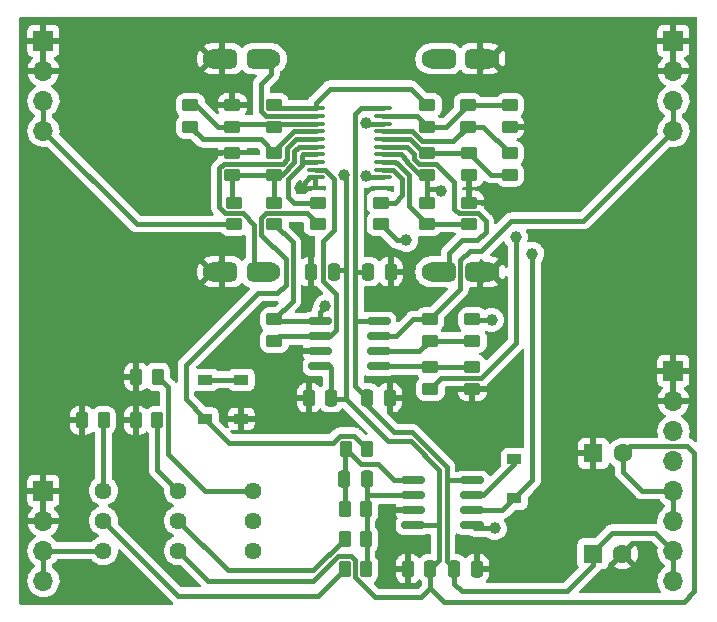
<source format=gtl>
G04 #@! TF.GenerationSoftware,KiCad,Pcbnew,6.0.5-2.fc35*
G04 #@! TF.CreationDate,2022-05-29T07:31:37-04:00*
G04 #@! TF.ProjectId,SSI2140_LPF_plug_in_board,53534932-3134-4305-9f4c-50465f706c75,0*
G04 #@! TF.SameCoordinates,Original*
G04 #@! TF.FileFunction,Copper,L1,Top*
G04 #@! TF.FilePolarity,Positive*
%FSLAX46Y46*%
G04 Gerber Fmt 4.6, Leading zero omitted, Abs format (unit mm)*
G04 Created by KiCad (PCBNEW 6.0.5-2.fc35) date 2022-05-29 07:31:37*
%MOMM*%
%LPD*%
G01*
G04 APERTURE LIST*
G04 Aperture macros list*
%AMRoundRect*
0 Rectangle with rounded corners*
0 $1 Rounding radius*
0 $2 $3 $4 $5 $6 $7 $8 $9 X,Y pos of 4 corners*
0 Add a 4 corners polygon primitive as box body*
4,1,4,$2,$3,$4,$5,$6,$7,$8,$9,$2,$3,0*
0 Add four circle primitives for the rounded corners*
1,1,$1+$1,$2,$3*
1,1,$1+$1,$4,$5*
1,1,$1+$1,$6,$7*
1,1,$1+$1,$8,$9*
0 Add four rect primitives between the rounded corners*
20,1,$1+$1,$2,$3,$4,$5,0*
20,1,$1+$1,$4,$5,$6,$7,0*
20,1,$1+$1,$6,$7,$8,$9,0*
20,1,$1+$1,$8,$9,$2,$3,0*%
G04 Aperture macros list end*
G04 #@! TA.AperFunction,SMDPad,CuDef*
%ADD10RoundRect,0.403200X0.854100X0.403200X-0.854100X0.403200X-0.854100X-0.403200X0.854100X-0.403200X0*%
G04 #@! TD*
G04 #@! TA.AperFunction,ComponentPad*
%ADD11C,1.600000*%
G04 #@! TD*
G04 #@! TA.AperFunction,SMDPad,CuDef*
%ADD12RoundRect,0.250000X-0.250000X-0.475000X0.250000X-0.475000X0.250000X0.475000X-0.250000X0.475000X0*%
G04 #@! TD*
G04 #@! TA.AperFunction,SMDPad,CuDef*
%ADD13RoundRect,0.250000X0.262500X0.450000X-0.262500X0.450000X-0.262500X-0.450000X0.262500X-0.450000X0*%
G04 #@! TD*
G04 #@! TA.AperFunction,SMDPad,CuDef*
%ADD14RoundRect,0.250000X0.450000X-0.262500X0.450000X0.262500X-0.450000X0.262500X-0.450000X-0.262500X0*%
G04 #@! TD*
G04 #@! TA.AperFunction,SMDPad,CuDef*
%ADD15RoundRect,0.250000X-0.450000X0.262500X-0.450000X-0.262500X0.450000X-0.262500X0.450000X0.262500X0*%
G04 #@! TD*
G04 #@! TA.AperFunction,SMDPad,CuDef*
%ADD16RoundRect,0.250000X0.250000X0.475000X-0.250000X0.475000X-0.250000X-0.475000X0.250000X-0.475000X0*%
G04 #@! TD*
G04 #@! TA.AperFunction,ComponentPad*
%ADD17R,1.600000X1.600000*%
G04 #@! TD*
G04 #@! TA.AperFunction,SMDPad,CuDef*
%ADD18R,1.200000X0.900000*%
G04 #@! TD*
G04 #@! TA.AperFunction,ComponentPad*
%ADD19C,1.440000*%
G04 #@! TD*
G04 #@! TA.AperFunction,SMDPad,CuDef*
%ADD20RoundRect,0.100000X-0.637500X-0.100000X0.637500X-0.100000X0.637500X0.100000X-0.637500X0.100000X0*%
G04 #@! TD*
G04 #@! TA.AperFunction,SMDPad,CuDef*
%ADD21RoundRect,0.150000X-0.825000X-0.150000X0.825000X-0.150000X0.825000X0.150000X-0.825000X0.150000X0*%
G04 #@! TD*
G04 #@! TA.AperFunction,SMDPad,CuDef*
%ADD22RoundRect,0.403200X-0.854100X-0.403200X0.854100X-0.403200X0.854100X0.403200X-0.854100X0.403200X0*%
G04 #@! TD*
G04 #@! TA.AperFunction,SMDPad,CuDef*
%ADD23RoundRect,0.250000X-0.262500X-0.450000X0.262500X-0.450000X0.262500X0.450000X-0.262500X0.450000X0*%
G04 #@! TD*
G04 #@! TA.AperFunction,ComponentPad*
%ADD24R,1.700000X1.700000*%
G04 #@! TD*
G04 #@! TA.AperFunction,ComponentPad*
%ADD25O,1.700000X1.700000*%
G04 #@! TD*
G04 #@! TA.AperFunction,ViaPad*
%ADD26C,1.000000*%
G04 #@! TD*
G04 #@! TA.AperFunction,Conductor*
%ADD27C,0.400000*%
G04 #@! TD*
G04 APERTURE END LIST*
D10*
X112458500Y-88144400D03*
D11*
X113284000Y-88138000D03*
X108284000Y-88138000D03*
D10*
X109118400Y-88138000D03*
D12*
X116464000Y-98806000D03*
X118364000Y-98806000D03*
X121412000Y-98806000D03*
X123312000Y-98806000D03*
D13*
X103632000Y-100711000D03*
X101807000Y-100711000D03*
D12*
X116652000Y-88138000D03*
X118552000Y-88138000D03*
D14*
X113538000Y-93978100D03*
X113538000Y-92153100D03*
D10*
X112458500Y-70110400D03*
D11*
X113284000Y-70104000D03*
D10*
X109118400Y-70104000D03*
D11*
X108284000Y-70104000D03*
D14*
X110109000Y-84097500D03*
X110109000Y-82272500D03*
X130048000Y-84097500D03*
X130048000Y-82272500D03*
D15*
X126492000Y-78081500D03*
X126492000Y-79906500D03*
D14*
X113538000Y-79906500D03*
X113538000Y-78081500D03*
D16*
X121346000Y-105664000D03*
X119446000Y-105664000D03*
D17*
X140549621Y-103505000D03*
D11*
X143049621Y-103505000D03*
D18*
X107696000Y-97284000D03*
X107696000Y-100584000D03*
X110744000Y-97284000D03*
X110744000Y-100584000D03*
D13*
X99083500Y-100711000D03*
X97258500Y-100711000D03*
D15*
X122555000Y-82272500D03*
X122555000Y-84097500D03*
D14*
X109982000Y-79906500D03*
X109982000Y-78081500D03*
D15*
X129921000Y-74017500D03*
X129921000Y-75842500D03*
D12*
X121478000Y-88138000D03*
X123378000Y-88138000D03*
D19*
X99060000Y-106680000D03*
X99060000Y-109220000D03*
X99060000Y-111760000D03*
D20*
X117025500Y-74291000D03*
X117025500Y-74941000D03*
X117025500Y-75591000D03*
X117025500Y-76241000D03*
X117025500Y-76891000D03*
X117025500Y-77541000D03*
X117025500Y-78191000D03*
X117025500Y-78841000D03*
X117025500Y-79491000D03*
X117025500Y-80141000D03*
X122750500Y-80141000D03*
X122750500Y-79491000D03*
X122750500Y-78841000D03*
X122750500Y-78191000D03*
X122750500Y-77541000D03*
X122750500Y-76891000D03*
X122750500Y-76241000D03*
X122750500Y-75591000D03*
X122750500Y-74941000D03*
X122750500Y-74291000D03*
D15*
X126492000Y-74017500D03*
X126492000Y-75842500D03*
X133477000Y-74017500D03*
X133477000Y-75842500D03*
D12*
X124846000Y-113284000D03*
X126746000Y-113284000D03*
D21*
X125287000Y-105791000D03*
X125287000Y-107061000D03*
X125287000Y-108331000D03*
X125287000Y-109601000D03*
X130237000Y-109601000D03*
X130237000Y-108331000D03*
X130237000Y-107061000D03*
X130237000Y-105791000D03*
D19*
X111760000Y-106680000D03*
X111760000Y-109220000D03*
X111760000Y-111760000D03*
D13*
X103679000Y-97028000D03*
X101854000Y-97028000D03*
D11*
X126786000Y-70104000D03*
D22*
X127611500Y-70097600D03*
D11*
X131786000Y-70104000D03*
D22*
X130951600Y-70104000D03*
D14*
X126746000Y-98042100D03*
X126746000Y-96217100D03*
D17*
X140502000Y-112014000D03*
D11*
X143002000Y-112014000D03*
D15*
X113538000Y-82272500D03*
X113538000Y-84097500D03*
X130302000Y-96217100D03*
X130302000Y-98042100D03*
D13*
X121308500Y-108204000D03*
X119483500Y-108204000D03*
D14*
X106426000Y-75842500D03*
X106426000Y-74017500D03*
D18*
X133858000Y-107314000D03*
X133858000Y-104014000D03*
D23*
X119483500Y-113284000D03*
X121308500Y-113284000D03*
D21*
X117413000Y-92329000D03*
X117413000Y-93599000D03*
X117413000Y-94869000D03*
X117413000Y-96139000D03*
X122363000Y-96139000D03*
X122363000Y-94869000D03*
X122363000Y-93599000D03*
X122363000Y-92329000D03*
D11*
X126786000Y-88138000D03*
D22*
X127611500Y-88131600D03*
X130951600Y-88138000D03*
D11*
X131786000Y-88138000D03*
D19*
X105410000Y-106680000D03*
X105410000Y-109220000D03*
X105410000Y-111760000D03*
D12*
X128778000Y-113284000D03*
X130678000Y-113284000D03*
D14*
X109982000Y-75842500D03*
X109982000Y-74017500D03*
D15*
X130302000Y-92153100D03*
X130302000Y-93978100D03*
D14*
X126695200Y-93978100D03*
X126695200Y-92153100D03*
X113538000Y-75842500D03*
X113538000Y-74017500D03*
X117221000Y-84097500D03*
X117221000Y-82272500D03*
D23*
X119587000Y-103124000D03*
X121412000Y-103124000D03*
D15*
X130048000Y-78081500D03*
X130048000Y-79906500D03*
X133477000Y-78081500D03*
X133477000Y-79906500D03*
D23*
X119483500Y-110744000D03*
X121308500Y-110744000D03*
D15*
X126492000Y-82272500D03*
X126492000Y-84097500D03*
D24*
X93980000Y-68580000D03*
D25*
X93980000Y-71120000D03*
X93980000Y-73660000D03*
X93980000Y-76200000D03*
D24*
X93980000Y-106680000D03*
D25*
X93980000Y-109220000D03*
X93980000Y-111760000D03*
X93980000Y-114300000D03*
D24*
X147320000Y-68580000D03*
D25*
X147320000Y-71120000D03*
X147320000Y-73660000D03*
X147320000Y-76200000D03*
D24*
X147320000Y-96520000D03*
D25*
X147320000Y-99060000D03*
X147320000Y-101600000D03*
X147320000Y-104140000D03*
X147320000Y-106680000D03*
X147320000Y-109220000D03*
X147320000Y-111760000D03*
X147320000Y-114300000D03*
D26*
X132461000Y-82042000D03*
X123444000Y-111252000D03*
X123444000Y-90297000D03*
X116459000Y-100584000D03*
X106680000Y-78359000D03*
X116586000Y-89916000D03*
X115189000Y-95504000D03*
X132461000Y-113284000D03*
X115697000Y-81026000D03*
X100330000Y-98679000D03*
X132461000Y-98171000D03*
X125349000Y-99695000D03*
X121285000Y-80010000D03*
X119462458Y-79979747D03*
X121285000Y-75565000D03*
X132207000Y-109855000D03*
X124714000Y-85471000D03*
X135382000Y-86614000D03*
X127635000Y-81280000D03*
X133985000Y-85217000D03*
X131953000Y-92202000D03*
X117856000Y-91059000D03*
D27*
X125222000Y-101727000D02*
X123698000Y-101727000D01*
X120523000Y-92329000D02*
X122363000Y-92329000D01*
X121412000Y-98806000D02*
X120396000Y-97790000D01*
X128143000Y-112649000D02*
X128143000Y-105791000D01*
X142113000Y-110236000D02*
X140502000Y-111847000D01*
X128143000Y-104648000D02*
X125222000Y-101727000D01*
X120396000Y-88138000D02*
X120385499Y-88127499D01*
X140502000Y-112990000D02*
X138303000Y-115189000D01*
X120396000Y-97790000D02*
X120396000Y-92202000D01*
X140502000Y-112014000D02*
X140502000Y-112990000D01*
X120385499Y-88127499D02*
X120385499Y-74813501D01*
X121412000Y-99441000D02*
X121412000Y-98806000D01*
X147320000Y-111760000D02*
X145796000Y-110236000D01*
X129413000Y-115189000D02*
X128778000Y-114554000D01*
X120396000Y-92202000D02*
X120523000Y-92329000D01*
X138303000Y-115189000D02*
X129413000Y-115189000D01*
X123698000Y-101727000D02*
X121412000Y-99441000D01*
X120908000Y-74291000D02*
X122750500Y-74291000D01*
X120385499Y-74813501D02*
X120908000Y-74291000D01*
X128778000Y-114554000D02*
X128778000Y-113284000D01*
X128778000Y-113284000D02*
X128143000Y-112649000D01*
X128143000Y-105791000D02*
X128143000Y-104648000D01*
X145796000Y-110236000D02*
X142113000Y-110236000D01*
X147320000Y-111760000D02*
X147320000Y-114300000D01*
X120396000Y-92202000D02*
X120396000Y-88138000D01*
X140502000Y-111847000D02*
X140502000Y-112014000D01*
X120396000Y-88138000D02*
X121478000Y-88138000D01*
X130237000Y-105791000D02*
X128143000Y-105791000D01*
X117025500Y-80141000D02*
X116582000Y-80141000D01*
X116582000Y-80141000D02*
X115697000Y-81026000D01*
X120396480Y-112565441D02*
X120396480Y-114003039D01*
X148209000Y-116078000D02*
X127889000Y-116078000D01*
X143664132Y-102890489D02*
X148483489Y-102890489D01*
X119634000Y-80151289D02*
X119462458Y-79979747D01*
X147320000Y-106680000D02*
X147320000Y-109220000D01*
X149098000Y-115189000D02*
X148209000Y-116078000D01*
X118491000Y-98933000D02*
X118364000Y-98806000D01*
X127508000Y-109601000D02*
X125287000Y-109601000D01*
X143049621Y-103505000D02*
X143664132Y-102890489D01*
X118679000Y-88011000D02*
X118552000Y-88138000D01*
X119634000Y-98933000D02*
X118491000Y-98933000D01*
X116836441Y-114300000D02*
X118951961Y-112184480D01*
X121416000Y-80141000D02*
X122750500Y-80141000D01*
X143049621Y-105076621D02*
X143049621Y-103505000D01*
X107950000Y-114300000D02*
X116836441Y-114300000D01*
X120015519Y-112184480D02*
X120396480Y-112565441D01*
X120396480Y-114003039D02*
X122090441Y-115697000D01*
X117413000Y-96139000D02*
X118237000Y-96139000D01*
X127508000Y-112522000D02*
X127508000Y-109601000D01*
X125095000Y-102489000D02*
X127508000Y-104902000D01*
X105410000Y-111760000D02*
X107950000Y-114300000D01*
X144653000Y-106680000D02*
X143049621Y-105076621D01*
X119634000Y-88011000D02*
X119634000Y-80151289D01*
X118364000Y-96266000D02*
X118364000Y-98806000D01*
X121285000Y-80010000D02*
X121416000Y-80141000D01*
X125095000Y-102489000D02*
X123190000Y-102489000D01*
X122090441Y-115697000D02*
X125984000Y-115697000D01*
X119634000Y-98933000D02*
X119634000Y-88011000D01*
X148483489Y-102890489D02*
X149098000Y-103505000D01*
X126746000Y-113284000D02*
X127508000Y-112522000D01*
X123190000Y-102489000D02*
X119634000Y-98933000D01*
X118951961Y-112184480D02*
X120015519Y-112184480D01*
X149098000Y-103505000D02*
X149098000Y-115189000D01*
X147320000Y-106680000D02*
X144653000Y-106680000D01*
X127889000Y-116078000D02*
X126746000Y-114935000D01*
X118237000Y-96139000D02*
X118364000Y-96266000D01*
X125984000Y-115697000D02*
X126746000Y-114935000D01*
X119634000Y-88011000D02*
X118679000Y-88011000D01*
X127508000Y-109601000D02*
X127508000Y-104902000D01*
X126746000Y-114935000D02*
X126746000Y-113284000D01*
X108882480Y-79374961D02*
X108882480Y-82677039D01*
X114637520Y-77640494D02*
X114637520Y-78613039D01*
X114257039Y-78993520D02*
X109263921Y-78993520D01*
X114637520Y-78613039D02*
X114257039Y-78993520D01*
X109390921Y-83185480D02*
X110871480Y-83185480D01*
X109263921Y-78993520D02*
X108882480Y-79374961D01*
X108882480Y-82677039D02*
X109390921Y-83185480D01*
X117025500Y-76891000D02*
X115387014Y-76891000D01*
X111823500Y-84137500D02*
X111823500Y-88138000D01*
X110871480Y-83185480D02*
X111823500Y-84137500D01*
X115387014Y-76891000D02*
X114637520Y-77640494D01*
X112438480Y-72219520D02*
X113284000Y-71374000D01*
X112438480Y-74549039D02*
X112438480Y-72219520D01*
X113284000Y-71374000D02*
X113284000Y-70104000D01*
X117025500Y-74941000D02*
X117014020Y-74929520D01*
X117014020Y-74929520D02*
X112818961Y-74929520D01*
X112818961Y-74929520D02*
X112438480Y-74549039D01*
X121311000Y-75591000D02*
X121285000Y-75565000D01*
X122750500Y-75591000D02*
X121311000Y-75591000D01*
X128320800Y-87422300D02*
X127611500Y-88131600D01*
X125392480Y-78613039D02*
X125772961Y-78993520D01*
X130767039Y-83185480D02*
X131419600Y-83838041D01*
X127210079Y-78993520D02*
X128752600Y-80536041D01*
X129438400Y-85445600D02*
X128320800Y-86563200D01*
X124784986Y-77541000D02*
X125392480Y-78148494D01*
X125772961Y-78993520D02*
X127210079Y-78993520D01*
X125392480Y-78148494D02*
X125392480Y-78613039D01*
X130708400Y-85445600D02*
X129438400Y-85445600D01*
X128320800Y-86563200D02*
X128320800Y-87422300D01*
X128752600Y-80536041D02*
X128752600Y-82804000D01*
X131419600Y-83838041D02*
X131419600Y-84734400D01*
X131419600Y-84734400D02*
X130708400Y-85445600D01*
X128752600Y-82804000D02*
X129134080Y-83185480D01*
X122750500Y-77541000D02*
X124784986Y-77541000D01*
X129134080Y-83185480D02*
X130767039Y-83185480D01*
X130491000Y-109855000D02*
X130237000Y-109601000D01*
X132207000Y-109855000D02*
X130491000Y-109855000D01*
X121346000Y-106873000D02*
X121346000Y-113246500D01*
X121346000Y-113246500D02*
X121308500Y-113284000D01*
X125287000Y-107061000D02*
X121534000Y-107061000D01*
X121534000Y-107061000D02*
X121346000Y-106873000D01*
X121346000Y-105664000D02*
X121346000Y-106873000D01*
X122301000Y-104394000D02*
X120857000Y-104394000D01*
X120857000Y-104394000D02*
X119587000Y-103124000D01*
X123698000Y-105791000D02*
X122301000Y-104394000D01*
X125287000Y-105791000D02*
X123698000Y-105791000D01*
X119483500Y-103227500D02*
X119587000Y-103124000D01*
X119483500Y-108204000D02*
X119483500Y-103227500D01*
X110744000Y-97284000D02*
X107696000Y-97284000D01*
X106045000Y-98933000D02*
X107696000Y-100584000D01*
X112141000Y-89916000D02*
X106045000Y-96012000D01*
X109728000Y-102616000D02*
X107696000Y-100584000D01*
X118463941Y-102616000D02*
X109728000Y-102616000D01*
X112818961Y-83185480D02*
X112438480Y-83565961D01*
X113792000Y-89916000D02*
X112141000Y-89916000D01*
X114483511Y-87051511D02*
X114483511Y-89224489D01*
X106045000Y-96012000D02*
X106045000Y-98933000D01*
X117221000Y-84097500D02*
X116308980Y-83185480D01*
X120312480Y-102024480D02*
X119055461Y-102024480D01*
X114483511Y-89224489D02*
X113792000Y-89916000D01*
X112438480Y-83565961D02*
X112438480Y-85006480D01*
X121412000Y-103124000D02*
X120312480Y-102024480D01*
X119055461Y-102024480D02*
X118463941Y-102616000D01*
X116308980Y-83185480D02*
X112818961Y-83185480D01*
X112438480Y-85006480D02*
X114483511Y-87051511D01*
X124714000Y-85471000D02*
X123928500Y-85471000D01*
X132841000Y-108331000D02*
X133858000Y-107314000D01*
X133858000Y-107314000D02*
X135382000Y-105790000D01*
X130237000Y-108331000D02*
X132841000Y-108331000D01*
X123928500Y-85471000D02*
X122555000Y-84097500D01*
X135382000Y-105790000D02*
X135382000Y-86614000D01*
X130237000Y-107061000D02*
X131191000Y-107061000D01*
X133858000Y-104394000D02*
X133858000Y-104014000D01*
X131191000Y-107061000D02*
X133858000Y-104394000D01*
X101877500Y-84097500D02*
X93980000Y-76200000D01*
X93980000Y-73660000D02*
X93980000Y-76200000D01*
X110109000Y-84097500D02*
X101877500Y-84097500D01*
X125270900Y-92153100D02*
X126695200Y-92153100D01*
X139700000Y-83820000D02*
X147320000Y-76200000D01*
X126695200Y-92153100D02*
X129281020Y-89567280D01*
X123825000Y-93599000D02*
X125270900Y-92153100D01*
X147320000Y-73660000D02*
X147320000Y-76200000D01*
X129281020Y-87147971D02*
X130068991Y-86360000D01*
X131064000Y-86360000D02*
X133604000Y-83820000D01*
X129281020Y-89567280D02*
X129281020Y-87147971D01*
X122363000Y-93599000D02*
X123825000Y-93599000D01*
X133604000Y-83820000D02*
X139700000Y-83820000D01*
X130068991Y-86360000D02*
X131064000Y-86360000D01*
X99060000Y-111760000D02*
X93980000Y-111760000D01*
X93980000Y-114300000D02*
X93980000Y-111760000D01*
X106910500Y-74017500D02*
X106426000Y-74017500D01*
X108735500Y-75842500D02*
X106910500Y-74017500D01*
X109982000Y-75842500D02*
X108735500Y-75842500D01*
X110233500Y-75591000D02*
X109982000Y-75842500D01*
X117025500Y-75591000D02*
X110233500Y-75591000D01*
X117025500Y-74291000D02*
X113811500Y-74291000D01*
X113811500Y-74291000D02*
X113538000Y-74017500D01*
X117025500Y-73855500D02*
X117025500Y-74291000D01*
X126492000Y-74017500D02*
X125118500Y-72644000D01*
X118237000Y-72644000D02*
X117025500Y-73855500D01*
X125118500Y-72644000D02*
X118237000Y-72644000D01*
X128096000Y-75842500D02*
X129921000Y-74017500D01*
X125590500Y-74941000D02*
X126492000Y-75842500D01*
X122750500Y-74941000D02*
X125590500Y-74941000D01*
X133477000Y-74017500D02*
X129921000Y-74017500D01*
X126492000Y-75842500D02*
X128096000Y-75842500D01*
X126492000Y-84097500D02*
X130048000Y-84097500D01*
X123976903Y-79041978D02*
X123775925Y-78841000D01*
X124968000Y-79974142D02*
X124035836Y-79041978D01*
X126492000Y-84097500D02*
X124968000Y-82573500D01*
X123775925Y-78841000D02*
X122750500Y-78841000D01*
X124035836Y-79041978D02*
X123976903Y-79041978D01*
X124968000Y-82573500D02*
X124968000Y-79974142D01*
X115189164Y-76241000D02*
X113538000Y-77892164D01*
X112367700Y-76911200D02*
X107494700Y-76911200D01*
X107494700Y-76911200D02*
X106426000Y-75842500D01*
X113538000Y-77892164D02*
X113538000Y-78081500D01*
X117025500Y-76241000D02*
X115189164Y-76241000D01*
X113538000Y-78081500D02*
X112367700Y-76911200D01*
X124792969Y-78733133D02*
X124792970Y-78861365D01*
X127658980Y-97129120D02*
X131021039Y-97129120D01*
X125838105Y-79906500D02*
X126492000Y-79906500D01*
X127508000Y-81153000D02*
X126492000Y-81153000D01*
X124250836Y-78191000D02*
X124792969Y-78733133D01*
X122750500Y-78191000D02*
X124250836Y-78191000D01*
X124792970Y-78861365D02*
X125838105Y-79906500D01*
X126746000Y-98042100D02*
X127658980Y-97129120D01*
X126492000Y-82272500D02*
X126492000Y-81153000D01*
X133985000Y-94165159D02*
X133985000Y-85217000D01*
X127635000Y-81280000D02*
X127508000Y-81153000D01*
X131021039Y-97129120D02*
X133985000Y-94165159D01*
X126492000Y-81153000D02*
X126492000Y-79906500D01*
X129921000Y-75842500D02*
X131238000Y-75842500D01*
X126028672Y-77089000D02*
X128674500Y-77089000D01*
X125180672Y-76241000D02*
X126028672Y-77089000D01*
X122750500Y-76241000D02*
X125180672Y-76241000D01*
X131238000Y-75842500D02*
X133477000Y-78081500D01*
X128674500Y-77089000D02*
X129921000Y-75842500D01*
X133477000Y-79906500D02*
X131873000Y-79906500D01*
X126492000Y-78081500D02*
X130048000Y-78081500D01*
X131873000Y-79906500D02*
X130048000Y-78081500D01*
X124982836Y-76891000D02*
X126173336Y-78081500D01*
X126173336Y-78081500D02*
X126492000Y-78081500D01*
X122750500Y-76891000D02*
X124982836Y-76891000D01*
X117652480Y-88882039D02*
X117652480Y-85547520D01*
X118787520Y-90017079D02*
X117652480Y-88882039D01*
X117413000Y-93599000D02*
X118237000Y-93599000D01*
X117413000Y-93599000D02*
X113917100Y-93599000D01*
X117652480Y-85547520D02*
X118618000Y-84582000D01*
X118618000Y-84582000D02*
X118618000Y-80289573D01*
X118237000Y-93599000D02*
X118787520Y-93048480D01*
X118787520Y-93048480D02*
X118787520Y-90017079D01*
X113917100Y-93599000D02*
X113538000Y-93978100D01*
X117819427Y-79491000D02*
X117025500Y-79491000D01*
X118618000Y-80289573D02*
X117819427Y-79491000D01*
X130350900Y-92202000D02*
X130302000Y-92153100D01*
X117413000Y-92329000D02*
X117413000Y-91502000D01*
X117413000Y-91502000D02*
X117856000Y-91059000D01*
X131953000Y-92202000D02*
X130350900Y-92202000D01*
X115083021Y-90608079D02*
X113538000Y-92153100D01*
X115083021Y-85642521D02*
X115083021Y-90608079D01*
X117413000Y-92329000D02*
X113713900Y-92329000D01*
X113538000Y-84097500D02*
X115083021Y-85642521D01*
X113713900Y-92329000D02*
X113538000Y-92153100D01*
X130302000Y-93978100D02*
X126695200Y-93978100D01*
X125804300Y-94869000D02*
X126695200Y-93978100D01*
X122363000Y-94869000D02*
X125804300Y-94869000D01*
X117025500Y-77541000D02*
X115584850Y-77541000D01*
X114191895Y-79906500D02*
X113538000Y-79906500D01*
X115237030Y-78861365D02*
X114191895Y-79906500D01*
X113538000Y-82272500D02*
X113538000Y-79906500D01*
X109982000Y-79906500D02*
X109982000Y-82145500D01*
X109982000Y-79906500D02*
X113538000Y-79906500D01*
X115584850Y-77541000D02*
X115237031Y-77888819D01*
X115237031Y-77888819D02*
X115237030Y-78861365D01*
X109982000Y-82145500D02*
X110109000Y-82272500D01*
X122363000Y-96139000D02*
X126667900Y-96139000D01*
X126667900Y-96139000D02*
X126746000Y-96217100D01*
X126746000Y-96217100D02*
X130302000Y-96217100D01*
X123721500Y-82272500D02*
X124368489Y-81625511D01*
X124368489Y-81625511D02*
X124368489Y-80315062D01*
X123544427Y-79491000D02*
X122750500Y-79491000D01*
X122555000Y-82272500D02*
X123721500Y-82272500D01*
X124368489Y-80315062D02*
X123544427Y-79491000D01*
X115836542Y-78346458D02*
X115836542Y-79109689D01*
X115977000Y-78841000D02*
X115951000Y-78867000D01*
X115992000Y-78191000D02*
X115836542Y-78346458D01*
X114681000Y-81788000D02*
X115165500Y-82272500D01*
X114681000Y-80265231D02*
X114681000Y-81788000D01*
X115165500Y-82272500D02*
X117221000Y-82272500D01*
X117025500Y-78191000D02*
X115992000Y-78191000D01*
X115836542Y-79109689D02*
X114681000Y-80265231D01*
X117025500Y-78841000D02*
X115977000Y-78841000D01*
X117197500Y-115570000D02*
X119483500Y-113284000D01*
X105410000Y-115570000D02*
X117197500Y-115570000D01*
X99060000Y-109220000D02*
X105410000Y-115570000D01*
X103632000Y-100711000D02*
X103632000Y-104902000D01*
X103632000Y-104902000D02*
X105410000Y-106680000D01*
X99060000Y-100734500D02*
X99060000Y-106680000D01*
X99083500Y-100711000D02*
X99060000Y-100734500D01*
X105410000Y-109220000D02*
X109601000Y-113411000D01*
X116816500Y-113411000D02*
X119483500Y-110744000D01*
X109601000Y-113411000D02*
X116816500Y-113411000D01*
X104544020Y-103528020D02*
X107696000Y-106680000D01*
X103679000Y-97028000D02*
X104544020Y-97893020D01*
X107696000Y-106680000D02*
X111760000Y-106680000D01*
X104544020Y-97893020D02*
X104544020Y-103528020D01*
G04 #@! TA.AperFunction,Conductor*
G36*
X149293621Y-66568502D02*
G01*
X149340114Y-66622158D01*
X149351500Y-66674500D01*
X149351500Y-102452340D01*
X149331498Y-102520461D01*
X149277842Y-102566954D01*
X149207568Y-102577058D01*
X149142988Y-102547564D01*
X149136405Y-102541435D01*
X149004939Y-102409969D01*
X148999085Y-102403704D01*
X148970236Y-102370634D01*
X148961050Y-102360104D01*
X148908769Y-102323360D01*
X148903475Y-102319428D01*
X148859182Y-102284698D01*
X148853207Y-102280013D01*
X148846291Y-102276890D01*
X148844005Y-102275506D01*
X148829324Y-102267132D01*
X148826964Y-102265867D01*
X148820750Y-102261499D01*
X148813671Y-102258739D01*
X148813669Y-102258738D01*
X148761214Y-102238287D01*
X148755145Y-102235736D01*
X148696916Y-102209444D01*
X148689449Y-102208060D01*
X148686010Y-102206982D01*
X148626989Y-102167522D01*
X148598671Y-102102418D01*
X148603135Y-102050120D01*
X148650865Y-101893023D01*
X148650865Y-101893021D01*
X148652370Y-101888069D01*
X148681529Y-101666590D01*
X148682191Y-101639483D01*
X148683074Y-101603365D01*
X148683074Y-101603361D01*
X148683156Y-101600000D01*
X148664852Y-101377361D01*
X148610431Y-101160702D01*
X148521354Y-100955840D01*
X148456839Y-100856115D01*
X148402822Y-100772617D01*
X148402820Y-100772614D01*
X148400014Y-100768277D01*
X148249670Y-100603051D01*
X148245619Y-100599852D01*
X148245615Y-100599848D01*
X148078414Y-100467800D01*
X148078410Y-100467798D01*
X148074359Y-100464598D01*
X148032569Y-100441529D01*
X147982598Y-100391097D01*
X147967826Y-100321654D01*
X147992942Y-100255248D01*
X148020294Y-100228641D01*
X148195328Y-100103792D01*
X148203200Y-100097139D01*
X148354052Y-99946812D01*
X148360730Y-99938965D01*
X148485003Y-99766020D01*
X148490313Y-99757183D01*
X148584670Y-99566267D01*
X148588469Y-99556672D01*
X148650377Y-99352910D01*
X148652555Y-99342837D01*
X148653986Y-99331962D01*
X148651775Y-99317778D01*
X148638617Y-99314000D01*
X146003225Y-99314000D01*
X145989694Y-99317973D01*
X145988257Y-99327966D01*
X146018565Y-99462446D01*
X146021645Y-99472275D01*
X146101770Y-99669603D01*
X146106413Y-99678794D01*
X146217694Y-99860388D01*
X146223777Y-99868699D01*
X146363213Y-100029667D01*
X146370580Y-100036883D01*
X146534434Y-100172916D01*
X146542881Y-100178831D01*
X146611969Y-100219203D01*
X146660693Y-100270842D01*
X146673764Y-100340625D01*
X146647033Y-100406396D01*
X146606584Y-100439752D01*
X146593607Y-100446507D01*
X146589474Y-100449610D01*
X146589471Y-100449612D01*
X146565247Y-100467800D01*
X146414965Y-100580635D01*
X146411393Y-100584373D01*
X146274680Y-100727435D01*
X146260629Y-100742138D01*
X146257715Y-100746410D01*
X146257714Y-100746411D01*
X146192184Y-100842475D01*
X146134743Y-100926680D01*
X146108547Y-100983115D01*
X146046621Y-101116524D01*
X146040688Y-101129305D01*
X145980989Y-101344570D01*
X145957251Y-101566695D01*
X145957548Y-101571848D01*
X145957548Y-101571851D01*
X145967857Y-101750643D01*
X145970110Y-101789715D01*
X145971247Y-101794761D01*
X145971248Y-101794767D01*
X145976114Y-101816357D01*
X146019222Y-102007639D01*
X146021166Y-102012427D01*
X146022714Y-102017367D01*
X146020559Y-102018042D01*
X146026699Y-102079241D01*
X145994470Y-102142500D01*
X145933156Y-102178293D01*
X145902863Y-102181989D01*
X143693059Y-102181989D01*
X143684490Y-102181697D01*
X143634357Y-102178279D01*
X143634353Y-102178279D01*
X143626780Y-102177763D01*
X143563813Y-102188753D01*
X143557301Y-102189713D01*
X143493890Y-102197387D01*
X143486789Y-102200070D01*
X143484180Y-102200711D01*
X143467847Y-102205180D01*
X143465327Y-102205941D01*
X143457849Y-102207246D01*
X143450897Y-102210298D01*
X143450896Y-102210298D01*
X143424128Y-102222048D01*
X143353712Y-102231114D01*
X143340869Y-102228381D01*
X143283027Y-102212881D01*
X143283013Y-102212879D01*
X143277708Y-102211457D01*
X143049621Y-102191502D01*
X142821534Y-102211457D01*
X142816221Y-102212881D01*
X142816219Y-102212881D01*
X142605688Y-102269293D01*
X142605686Y-102269294D01*
X142600378Y-102270716D01*
X142595397Y-102273039D01*
X142595396Y-102273039D01*
X142397859Y-102365151D01*
X142397854Y-102365154D01*
X142392872Y-102367477D01*
X142288010Y-102440902D01*
X142209832Y-102495643D01*
X142209829Y-102495645D01*
X142205321Y-102498802D01*
X142059201Y-102644922D01*
X141996889Y-102678948D01*
X141926074Y-102673883D01*
X141869238Y-102631336D01*
X141851938Y-102594394D01*
X141850873Y-102594793D01*
X141802945Y-102466946D01*
X141794407Y-102451351D01*
X141717906Y-102349276D01*
X141705345Y-102336715D01*
X141603270Y-102260214D01*
X141587675Y-102251676D01*
X141467227Y-102206522D01*
X141451972Y-102202895D01*
X141401107Y-102197369D01*
X141394293Y-102197000D01*
X140821736Y-102197000D01*
X140806497Y-102201475D01*
X140805292Y-102202865D01*
X140803621Y-102210548D01*
X140803621Y-104794884D01*
X140808096Y-104810123D01*
X140809486Y-104811328D01*
X140817169Y-104812999D01*
X141394290Y-104812999D01*
X141401111Y-104812629D01*
X141451973Y-104807105D01*
X141467225Y-104803479D01*
X141587675Y-104758324D01*
X141603270Y-104749786D01*
X141705345Y-104673285D01*
X141717906Y-104660724D01*
X141794407Y-104558649D01*
X141802945Y-104543054D01*
X141850873Y-104415207D01*
X141852733Y-104415904D01*
X141882752Y-104363372D01*
X141945711Y-104330558D01*
X142016415Y-104336992D01*
X142059202Y-104365079D01*
X142205321Y-104511198D01*
X142209829Y-104514355D01*
X142209832Y-104514357D01*
X142287392Y-104568665D01*
X142331720Y-104624122D01*
X142341121Y-104671878D01*
X142341121Y-105047709D01*
X142340829Y-105056279D01*
X142338207Y-105094748D01*
X142336896Y-105113973D01*
X142338201Y-105121450D01*
X142338201Y-105121451D01*
X142342822Y-105147929D01*
X142345749Y-105164696D01*
X142347882Y-105176920D01*
X142348844Y-105183442D01*
X142356519Y-105246863D01*
X142359202Y-105253964D01*
X142359843Y-105256573D01*
X142364306Y-105272883D01*
X142365071Y-105275419D01*
X142366378Y-105282905D01*
X142386128Y-105327895D01*
X142392063Y-105341416D01*
X142394554Y-105347520D01*
X142417134Y-105407277D01*
X142421438Y-105413540D01*
X142422675Y-105415906D01*
X142430920Y-105430718D01*
X142432253Y-105432972D01*
X142435306Y-105439926D01*
X142461665Y-105474276D01*
X142474200Y-105490612D01*
X142478080Y-105495953D01*
X142509960Y-105542341D01*
X142509965Y-105542346D01*
X142514264Y-105548602D01*
X142519934Y-105553653D01*
X142519935Y-105553655D01*
X142560791Y-105590056D01*
X142566067Y-105595037D01*
X144131557Y-107160528D01*
X144137404Y-107166785D01*
X144175439Y-107210385D01*
X144227729Y-107247136D01*
X144232971Y-107251028D01*
X144283282Y-107290476D01*
X144290201Y-107293600D01*
X144292493Y-107294988D01*
X144307165Y-107303357D01*
X144309525Y-107304622D01*
X144315739Y-107308990D01*
X144322818Y-107311750D01*
X144322820Y-107311751D01*
X144375275Y-107332202D01*
X144381344Y-107334753D01*
X144439573Y-107361045D01*
X144447046Y-107362430D01*
X144449612Y-107363234D01*
X144465835Y-107367855D01*
X144468427Y-107368520D01*
X144475509Y-107371282D01*
X144483044Y-107372274D01*
X144538861Y-107379622D01*
X144545377Y-107380654D01*
X144583770Y-107387770D01*
X144608186Y-107392295D01*
X144615766Y-107391858D01*
X144615767Y-107391858D01*
X144670380Y-107388709D01*
X144677633Y-107388500D01*
X146090234Y-107388500D01*
X146158355Y-107408502D01*
X146197667Y-107448665D01*
X146219987Y-107485088D01*
X146366250Y-107653938D01*
X146538126Y-107796632D01*
X146549070Y-107803027D01*
X146597793Y-107854664D01*
X146611500Y-107911815D01*
X146611500Y-107990114D01*
X146591498Y-108058235D01*
X146561153Y-108090874D01*
X146431751Y-108188032D01*
X146414965Y-108200635D01*
X146260629Y-108362138D01*
X146257715Y-108366410D01*
X146257714Y-108366411D01*
X146213088Y-108431831D01*
X146134743Y-108546680D01*
X146111445Y-108596871D01*
X146060024Y-108707650D01*
X146040688Y-108749305D01*
X145980989Y-108964570D01*
X145957251Y-109186695D01*
X145957548Y-109191848D01*
X145957548Y-109191851D01*
X145969046Y-109391270D01*
X145952998Y-109460430D01*
X145902108Y-109509934D01*
X145840780Y-109523106D01*
X145840814Y-109523704D01*
X145836963Y-109523926D01*
X145833234Y-109524141D01*
X145833232Y-109524141D01*
X145778608Y-109527291D01*
X145771354Y-109527500D01*
X142141912Y-109527500D01*
X142133342Y-109527208D01*
X142083224Y-109523791D01*
X142083220Y-109523791D01*
X142075648Y-109523275D01*
X142068171Y-109524580D01*
X142068170Y-109524580D01*
X142041692Y-109529201D01*
X142012697Y-109534262D01*
X142006179Y-109535223D01*
X141942758Y-109542898D01*
X141935657Y-109545581D01*
X141933048Y-109546222D01*
X141916738Y-109550685D01*
X141914202Y-109551450D01*
X141906716Y-109552757D01*
X141899759Y-109555811D01*
X141848205Y-109578442D01*
X141842101Y-109580933D01*
X141814437Y-109591386D01*
X141791300Y-109600129D01*
X141782344Y-109603513D01*
X141776081Y-109607817D01*
X141773715Y-109609054D01*
X141758903Y-109617299D01*
X141756649Y-109618632D01*
X141749695Y-109621685D01*
X141698998Y-109660587D01*
X141693668Y-109664459D01*
X141647280Y-109696339D01*
X141647275Y-109696344D01*
X141641019Y-109700643D01*
X141635968Y-109706313D01*
X141635966Y-109706314D01*
X141599565Y-109747170D01*
X141594584Y-109752446D01*
X140678435Y-110668595D01*
X140616123Y-110702621D01*
X140589340Y-110705500D01*
X139653866Y-110705500D01*
X139591684Y-110712255D01*
X139455295Y-110763385D01*
X139338739Y-110850739D01*
X139251385Y-110967295D01*
X139200255Y-111103684D01*
X139193500Y-111165866D01*
X139193500Y-112862134D01*
X139200255Y-112924316D01*
X139251385Y-113060705D01*
X139256771Y-113067891D01*
X139262100Y-113075002D01*
X139286947Y-113141509D01*
X139271893Y-113210891D01*
X139250368Y-113239661D01*
X138046435Y-114443595D01*
X137984123Y-114477620D01*
X137957340Y-114480500D01*
X131582650Y-114480500D01*
X131514529Y-114460498D01*
X131468036Y-114406842D01*
X131457932Y-114336568D01*
X131487426Y-114271988D01*
X131493477Y-114265482D01*
X131521739Y-114237171D01*
X131530751Y-114225760D01*
X131615816Y-114087757D01*
X131621963Y-114074576D01*
X131673138Y-113920290D01*
X131676005Y-113906914D01*
X131685672Y-113812562D01*
X131686000Y-113806146D01*
X131686000Y-113556115D01*
X131681525Y-113540876D01*
X131680135Y-113539671D01*
X131672452Y-113538000D01*
X130550000Y-113538000D01*
X130481879Y-113517998D01*
X130435386Y-113464342D01*
X130424000Y-113412000D01*
X130424000Y-113011885D01*
X130932000Y-113011885D01*
X130936475Y-113027124D01*
X130937865Y-113028329D01*
X130945548Y-113030000D01*
X131667884Y-113030000D01*
X131683123Y-113025525D01*
X131684328Y-113024135D01*
X131685999Y-113016452D01*
X131685999Y-112761905D01*
X131685662Y-112755386D01*
X131675743Y-112659794D01*
X131672851Y-112646400D01*
X131621412Y-112492216D01*
X131615239Y-112479038D01*
X131529937Y-112341193D01*
X131520901Y-112329792D01*
X131406171Y-112215261D01*
X131394760Y-112206249D01*
X131256757Y-112121184D01*
X131243576Y-112115037D01*
X131089290Y-112063862D01*
X131075914Y-112060995D01*
X130981562Y-112051328D01*
X130975145Y-112051000D01*
X130950115Y-112051000D01*
X130934876Y-112055475D01*
X130933671Y-112056865D01*
X130932000Y-112064548D01*
X130932000Y-113011885D01*
X130424000Y-113011885D01*
X130424000Y-112069116D01*
X130419525Y-112053877D01*
X130418135Y-112052672D01*
X130410452Y-112051001D01*
X130380905Y-112051001D01*
X130374386Y-112051338D01*
X130278794Y-112061257D01*
X130265400Y-112064149D01*
X130111216Y-112115588D01*
X130098038Y-112121761D01*
X129960193Y-112207063D01*
X129948792Y-112216099D01*
X129834262Y-112330828D01*
X129827206Y-112339762D01*
X129769288Y-112380823D01*
X129698365Y-112384053D01*
X129636954Y-112348426D01*
X129630154Y-112340593D01*
X129626478Y-112334652D01*
X129501303Y-112209695D01*
X129456012Y-112181777D01*
X129356968Y-112120725D01*
X129356966Y-112120724D01*
X129350738Y-112116885D01*
X129270995Y-112090436D01*
X129189389Y-112063368D01*
X129189387Y-112063368D01*
X129182861Y-112061203D01*
X129176025Y-112060503D01*
X129176022Y-112060502D01*
X129132969Y-112056091D01*
X129078400Y-112050500D01*
X128977500Y-112050500D01*
X128909379Y-112030498D01*
X128862886Y-111976842D01*
X128851500Y-111924500D01*
X128851500Y-110405460D01*
X128871502Y-110337339D01*
X128925158Y-110290846D01*
X128995432Y-110280742D01*
X129041638Y-110297007D01*
X129148399Y-110360145D01*
X129156010Y-110362356D01*
X129156012Y-110362357D01*
X129202302Y-110375805D01*
X129308169Y-110406562D01*
X129314574Y-110407066D01*
X129314579Y-110407067D01*
X129343042Y-110409307D01*
X129343050Y-110409307D01*
X129345498Y-110409500D01*
X130006384Y-110409500D01*
X130074505Y-110429502D01*
X130084128Y-110436344D01*
X130121282Y-110465476D01*
X130128201Y-110468600D01*
X130130493Y-110469988D01*
X130145165Y-110478357D01*
X130147525Y-110479622D01*
X130153739Y-110483990D01*
X130160818Y-110486750D01*
X130160820Y-110486751D01*
X130213275Y-110507202D01*
X130219344Y-110509753D01*
X130277573Y-110536045D01*
X130285046Y-110537430D01*
X130287612Y-110538234D01*
X130303835Y-110542855D01*
X130306427Y-110543520D01*
X130313509Y-110546282D01*
X130321044Y-110547274D01*
X130376861Y-110554622D01*
X130383377Y-110555654D01*
X130421770Y-110562770D01*
X130446186Y-110567295D01*
X130453766Y-110566858D01*
X130453767Y-110566858D01*
X130508380Y-110563709D01*
X130515633Y-110563500D01*
X131437019Y-110563500D01*
X131505140Y-110583502D01*
X131518682Y-110593546D01*
X131622074Y-110681539D01*
X131628650Y-110687136D01*
X131801294Y-110783624D01*
X131989392Y-110844740D01*
X132185777Y-110868158D01*
X132191912Y-110867686D01*
X132191914Y-110867686D01*
X132376830Y-110853457D01*
X132376834Y-110853456D01*
X132382972Y-110852984D01*
X132573463Y-110799798D01*
X132578967Y-110797018D01*
X132578969Y-110797017D01*
X132744495Y-110713404D01*
X132744497Y-110713403D01*
X132749996Y-110710625D01*
X132891905Y-110599754D01*
X132900991Y-110592655D01*
X132905847Y-110588861D01*
X133035078Y-110439145D01*
X133132769Y-110267179D01*
X133195197Y-110079513D01*
X133219985Y-109883295D01*
X133220380Y-109855000D01*
X133201080Y-109658167D01*
X133194529Y-109636467D01*
X133168629Y-109550685D01*
X133143916Y-109468831D01*
X133051066Y-109294204D01*
X132985437Y-109213735D01*
X132957883Y-109148303D01*
X132970078Y-109078362D01*
X133018151Y-109026117D01*
X133043411Y-109014919D01*
X133047284Y-109014243D01*
X133054236Y-109011191D01*
X133054240Y-109011190D01*
X133105795Y-108988558D01*
X133111904Y-108986065D01*
X133116904Y-108984176D01*
X133139563Y-108975614D01*
X133164548Y-108966173D01*
X133164549Y-108966172D01*
X133171656Y-108963487D01*
X133177919Y-108959183D01*
X133180285Y-108957946D01*
X133195097Y-108949701D01*
X133197351Y-108948368D01*
X133204305Y-108945315D01*
X133255002Y-108906413D01*
X133260332Y-108902541D01*
X133306720Y-108870661D01*
X133306725Y-108870656D01*
X133312981Y-108866357D01*
X133334812Y-108841855D01*
X133354427Y-108819839D01*
X133359408Y-108814562D01*
X133864567Y-108309404D01*
X133926879Y-108275379D01*
X133953662Y-108272500D01*
X134506134Y-108272500D01*
X134568316Y-108265745D01*
X134704705Y-108214615D01*
X134821261Y-108127261D01*
X134908615Y-108010705D01*
X134959745Y-107874316D01*
X134966500Y-107812134D01*
X134966500Y-107259661D01*
X134986502Y-107191540D01*
X135003405Y-107170565D01*
X135420287Y-106753684D01*
X135862536Y-106311435D01*
X135868801Y-106305582D01*
X135906664Y-106272552D01*
X135906665Y-106272551D01*
X135912385Y-106267561D01*
X135949136Y-106215271D01*
X135953028Y-106210029D01*
X135992476Y-106159718D01*
X135995600Y-106152799D01*
X135996988Y-106150507D01*
X136005357Y-106135835D01*
X136006622Y-106133475D01*
X136010990Y-106127261D01*
X136034203Y-106067723D01*
X136036759Y-106061642D01*
X136059918Y-106010352D01*
X136063045Y-106003427D01*
X136064430Y-105995954D01*
X136065234Y-105993388D01*
X136069855Y-105977165D01*
X136070520Y-105974573D01*
X136073282Y-105967491D01*
X136081622Y-105904139D01*
X136082654Y-105897623D01*
X136092911Y-105842281D01*
X136094295Y-105834814D01*
X136093811Y-105826411D01*
X136090709Y-105772620D01*
X136090500Y-105765367D01*
X136090500Y-104349669D01*
X139241622Y-104349669D01*
X139241992Y-104356490D01*
X139247516Y-104407352D01*
X139251142Y-104422604D01*
X139296297Y-104543054D01*
X139304835Y-104558649D01*
X139381336Y-104660724D01*
X139393897Y-104673285D01*
X139495972Y-104749786D01*
X139511567Y-104758324D01*
X139632015Y-104803478D01*
X139647270Y-104807105D01*
X139698135Y-104812631D01*
X139704949Y-104813000D01*
X140277506Y-104813000D01*
X140292745Y-104808525D01*
X140293950Y-104807135D01*
X140295621Y-104799452D01*
X140295621Y-103777115D01*
X140291146Y-103761876D01*
X140289756Y-103760671D01*
X140282073Y-103759000D01*
X139259737Y-103759000D01*
X139244498Y-103763475D01*
X139243293Y-103764865D01*
X139241622Y-103772548D01*
X139241622Y-104349669D01*
X136090500Y-104349669D01*
X136090500Y-103232885D01*
X139241621Y-103232885D01*
X139246096Y-103248124D01*
X139247486Y-103249329D01*
X139255169Y-103251000D01*
X140277506Y-103251000D01*
X140292745Y-103246525D01*
X140293950Y-103245135D01*
X140295621Y-103237452D01*
X140295621Y-102215116D01*
X140291146Y-102199877D01*
X140289756Y-102198672D01*
X140282073Y-102197001D01*
X139704952Y-102197001D01*
X139698131Y-102197371D01*
X139647269Y-102202895D01*
X139632017Y-102206521D01*
X139511567Y-102251676D01*
X139495972Y-102260214D01*
X139393897Y-102336715D01*
X139381336Y-102349276D01*
X139304835Y-102451351D01*
X139296297Y-102466946D01*
X139251143Y-102587394D01*
X139247516Y-102602649D01*
X139241990Y-102653514D01*
X139241621Y-102660328D01*
X139241621Y-103232885D01*
X136090500Y-103232885D01*
X136090500Y-97414669D01*
X145962001Y-97414669D01*
X145962371Y-97421490D01*
X145967895Y-97472352D01*
X145971521Y-97487604D01*
X146016676Y-97608054D01*
X146025214Y-97623649D01*
X146101715Y-97725724D01*
X146114276Y-97738285D01*
X146216351Y-97814786D01*
X146231946Y-97823324D01*
X146341337Y-97864333D01*
X146398101Y-97906975D01*
X146422801Y-97973536D01*
X146407594Y-98042885D01*
X146388201Y-98069366D01*
X146264590Y-98198717D01*
X146258104Y-98206727D01*
X146138098Y-98382649D01*
X146133000Y-98391623D01*
X146043338Y-98584783D01*
X146039775Y-98594470D01*
X145984389Y-98794183D01*
X145985912Y-98802607D01*
X145998292Y-98806000D01*
X147047885Y-98806000D01*
X147063124Y-98801525D01*
X147064329Y-98800135D01*
X147066000Y-98792452D01*
X147066000Y-98787885D01*
X147574000Y-98787885D01*
X147578475Y-98803124D01*
X147579865Y-98804329D01*
X147587548Y-98806000D01*
X148638344Y-98806000D01*
X148651875Y-98802027D01*
X148653180Y-98792947D01*
X148611214Y-98625875D01*
X148607894Y-98616124D01*
X148522972Y-98420814D01*
X148518105Y-98411739D01*
X148402426Y-98232926D01*
X148396136Y-98224757D01*
X148251931Y-98066279D01*
X148220879Y-98002433D01*
X148229273Y-97931934D01*
X148274450Y-97877166D01*
X148300894Y-97863497D01*
X148408054Y-97823324D01*
X148423649Y-97814786D01*
X148525724Y-97738285D01*
X148538285Y-97725724D01*
X148614786Y-97623649D01*
X148623324Y-97608054D01*
X148668478Y-97487606D01*
X148672105Y-97472351D01*
X148677631Y-97421486D01*
X148678000Y-97414672D01*
X148678000Y-96792115D01*
X148673525Y-96776876D01*
X148672135Y-96775671D01*
X148664452Y-96774000D01*
X147592115Y-96774000D01*
X147576876Y-96778475D01*
X147575671Y-96779865D01*
X147574000Y-96787548D01*
X147574000Y-98787885D01*
X147066000Y-98787885D01*
X147066000Y-96792115D01*
X147061525Y-96776876D01*
X147060135Y-96775671D01*
X147052452Y-96774000D01*
X145980116Y-96774000D01*
X145964877Y-96778475D01*
X145963672Y-96779865D01*
X145962001Y-96787548D01*
X145962001Y-97414669D01*
X136090500Y-97414669D01*
X136090500Y-96247885D01*
X145962000Y-96247885D01*
X145966475Y-96263124D01*
X145967865Y-96264329D01*
X145975548Y-96266000D01*
X147047885Y-96266000D01*
X147063124Y-96261525D01*
X147064329Y-96260135D01*
X147066000Y-96252452D01*
X147066000Y-96247885D01*
X147574000Y-96247885D01*
X147578475Y-96263124D01*
X147579865Y-96264329D01*
X147587548Y-96266000D01*
X148659884Y-96266000D01*
X148675123Y-96261525D01*
X148676328Y-96260135D01*
X148677999Y-96252452D01*
X148677999Y-95625331D01*
X148677629Y-95618510D01*
X148672105Y-95567648D01*
X148668479Y-95552396D01*
X148623324Y-95431946D01*
X148614786Y-95416351D01*
X148538285Y-95314276D01*
X148525724Y-95301715D01*
X148423649Y-95225214D01*
X148408054Y-95216676D01*
X148287606Y-95171522D01*
X148272351Y-95167895D01*
X148221486Y-95162369D01*
X148214672Y-95162000D01*
X147592115Y-95162000D01*
X147576876Y-95166475D01*
X147575671Y-95167865D01*
X147574000Y-95175548D01*
X147574000Y-96247885D01*
X147066000Y-96247885D01*
X147066000Y-95180116D01*
X147061525Y-95164877D01*
X147060135Y-95163672D01*
X147052452Y-95162001D01*
X146425331Y-95162001D01*
X146418510Y-95162371D01*
X146367648Y-95167895D01*
X146352396Y-95171521D01*
X146231946Y-95216676D01*
X146216351Y-95225214D01*
X146114276Y-95301715D01*
X146101715Y-95314276D01*
X146025214Y-95416351D01*
X146016676Y-95431946D01*
X145971522Y-95552394D01*
X145967895Y-95567649D01*
X145962369Y-95618514D01*
X145962000Y-95625328D01*
X145962000Y-96247885D01*
X136090500Y-96247885D01*
X136090500Y-87383538D01*
X136110502Y-87315417D01*
X136121118Y-87301207D01*
X136206054Y-87202807D01*
X136206055Y-87202806D01*
X136210078Y-87198145D01*
X136222440Y-87176385D01*
X136269820Y-87092980D01*
X136307769Y-87026179D01*
X136370197Y-86838513D01*
X136394985Y-86642295D01*
X136395380Y-86614000D01*
X136376080Y-86417167D01*
X136370784Y-86399624D01*
X136320697Y-86233731D01*
X136318916Y-86227831D01*
X136226066Y-86053204D01*
X136145624Y-85954573D01*
X136104960Y-85904713D01*
X136104957Y-85904710D01*
X136101065Y-85899938D01*
X136096316Y-85896009D01*
X135953425Y-85777799D01*
X135953421Y-85777797D01*
X135948675Y-85773870D01*
X135774701Y-85679802D01*
X135585768Y-85621318D01*
X135579643Y-85620674D01*
X135579642Y-85620674D01*
X135395204Y-85601289D01*
X135395202Y-85601289D01*
X135389075Y-85600645D01*
X135306576Y-85608153D01*
X135198251Y-85618011D01*
X135198248Y-85618012D01*
X135192112Y-85618570D01*
X135186202Y-85620310D01*
X135186199Y-85620310D01*
X135115355Y-85641160D01*
X135044359Y-85641204D01*
X134984608Y-85602858D01*
X134955075Y-85538296D01*
X134960223Y-85480514D01*
X134962216Y-85474523D01*
X134973197Y-85441513D01*
X134997985Y-85245295D01*
X134998380Y-85217000D01*
X134979080Y-85020167D01*
X134921916Y-84830831D01*
X134878779Y-84749702D01*
X134859612Y-84713653D01*
X134845293Y-84644115D01*
X134870841Y-84577875D01*
X134928146Y-84535962D01*
X134970864Y-84528500D01*
X139671088Y-84528500D01*
X139679658Y-84528792D01*
X139729776Y-84532209D01*
X139729780Y-84532209D01*
X139737352Y-84532725D01*
X139744829Y-84531420D01*
X139744830Y-84531420D01*
X139794770Y-84522704D01*
X139800303Y-84521738D01*
X139806821Y-84520777D01*
X139870242Y-84513102D01*
X139877343Y-84510419D01*
X139879952Y-84509778D01*
X139896262Y-84505315D01*
X139898798Y-84504550D01*
X139906284Y-84503243D01*
X139964800Y-84477556D01*
X139970904Y-84475065D01*
X140023548Y-84455173D01*
X140023549Y-84455172D01*
X140030656Y-84452487D01*
X140036919Y-84448183D01*
X140039285Y-84446946D01*
X140054097Y-84438701D01*
X140056351Y-84437368D01*
X140063305Y-84434315D01*
X140114002Y-84395413D01*
X140119332Y-84391541D01*
X140165720Y-84359661D01*
X140165725Y-84359656D01*
X140171981Y-84355357D01*
X140213436Y-84308829D01*
X140218416Y-84303554D01*
X146952685Y-77569286D01*
X147014997Y-77535260D01*
X147066901Y-77534911D01*
X147092848Y-77540190D01*
X147158597Y-77553567D01*
X147163772Y-77553757D01*
X147163774Y-77553757D01*
X147376673Y-77561564D01*
X147376677Y-77561564D01*
X147381837Y-77561753D01*
X147386957Y-77561097D01*
X147386959Y-77561097D01*
X147598288Y-77534025D01*
X147598289Y-77534025D01*
X147603416Y-77533368D01*
X147640324Y-77522295D01*
X147812429Y-77470661D01*
X147812434Y-77470659D01*
X147817384Y-77469174D01*
X148017994Y-77370896D01*
X148199860Y-77241173D01*
X148247570Y-77193630D01*
X148354435Y-77087137D01*
X148358096Y-77083489D01*
X148417594Y-77000689D01*
X148485435Y-76906277D01*
X148488453Y-76902077D01*
X148497634Y-76883502D01*
X148585136Y-76706453D01*
X148585137Y-76706451D01*
X148587430Y-76701811D01*
X148636098Y-76541626D01*
X148650865Y-76493023D01*
X148650865Y-76493021D01*
X148652370Y-76488069D01*
X148681529Y-76266590D01*
X148683156Y-76200000D01*
X148664852Y-75977361D01*
X148610431Y-75760702D01*
X148521354Y-75555840D01*
X148400014Y-75368277D01*
X148249670Y-75203051D01*
X148245617Y-75199850D01*
X148245615Y-75199848D01*
X148076408Y-75066216D01*
X148035345Y-75008298D01*
X148028500Y-74967334D01*
X148028500Y-74888297D01*
X148048502Y-74820176D01*
X148081332Y-74785718D01*
X148195656Y-74704172D01*
X148195659Y-74704170D01*
X148199860Y-74701173D01*
X148251877Y-74649338D01*
X148292388Y-74608968D01*
X148358096Y-74543489D01*
X148417594Y-74460689D01*
X148485435Y-74366277D01*
X148488453Y-74362077D01*
X148498300Y-74342154D01*
X148585136Y-74166453D01*
X148585137Y-74166451D01*
X148587430Y-74161811D01*
X148652370Y-73948069D01*
X148681529Y-73726590D01*
X148681986Y-73707905D01*
X148683074Y-73663365D01*
X148683074Y-73663361D01*
X148683156Y-73660000D01*
X148664852Y-73437361D01*
X148610431Y-73220702D01*
X148521354Y-73015840D01*
X148461191Y-72922842D01*
X148402822Y-72832617D01*
X148402820Y-72832614D01*
X148400014Y-72828277D01*
X148249670Y-72663051D01*
X148245619Y-72659852D01*
X148245615Y-72659848D01*
X148078414Y-72527800D01*
X148078410Y-72527798D01*
X148074359Y-72524598D01*
X148032569Y-72501529D01*
X147982598Y-72451097D01*
X147967826Y-72381654D01*
X147992942Y-72315248D01*
X148020294Y-72288641D01*
X148195328Y-72163792D01*
X148203200Y-72157139D01*
X148354052Y-72006812D01*
X148360730Y-71998965D01*
X148485003Y-71826020D01*
X148490313Y-71817183D01*
X148584670Y-71626267D01*
X148588469Y-71616672D01*
X148650377Y-71412910D01*
X148652555Y-71402837D01*
X148653986Y-71391962D01*
X148651775Y-71377778D01*
X148638617Y-71374000D01*
X146003225Y-71374000D01*
X145989694Y-71377973D01*
X145988257Y-71387966D01*
X146018565Y-71522446D01*
X146021645Y-71532275D01*
X146101770Y-71729603D01*
X146106413Y-71738794D01*
X146217694Y-71920388D01*
X146223777Y-71928699D01*
X146363213Y-72089667D01*
X146370580Y-72096883D01*
X146534434Y-72232916D01*
X146542881Y-72238831D01*
X146611969Y-72279203D01*
X146660693Y-72330842D01*
X146673764Y-72400625D01*
X146647033Y-72466396D01*
X146606584Y-72499752D01*
X146593607Y-72506507D01*
X146589474Y-72509610D01*
X146589471Y-72509612D01*
X146419100Y-72637530D01*
X146414965Y-72640635D01*
X146260629Y-72802138D01*
X146134743Y-72986680D01*
X146097318Y-73067306D01*
X146053317Y-73162099D01*
X146040688Y-73189305D01*
X145980989Y-73404570D01*
X145957251Y-73626695D01*
X145957548Y-73631848D01*
X145957548Y-73631851D01*
X145963011Y-73726590D01*
X145970110Y-73849715D01*
X145971247Y-73854761D01*
X145971248Y-73854767D01*
X145991119Y-73942939D01*
X146019222Y-74067639D01*
X146103266Y-74274616D01*
X146135425Y-74327095D01*
X146205404Y-74441290D01*
X146219987Y-74465088D01*
X146366250Y-74633938D01*
X146538126Y-74776632D01*
X146549070Y-74783027D01*
X146597793Y-74834664D01*
X146611500Y-74891815D01*
X146611500Y-74970114D01*
X146591498Y-75038235D01*
X146561153Y-75070874D01*
X146436346Y-75164582D01*
X146414965Y-75180635D01*
X146260629Y-75342138D01*
X146134743Y-75526680D01*
X146106047Y-75588500D01*
X146062668Y-75681954D01*
X146040688Y-75729305D01*
X145980989Y-75944570D01*
X145957251Y-76166695D01*
X145957548Y-76171848D01*
X145957548Y-76171851D01*
X145962993Y-76266290D01*
X145970110Y-76389715D01*
X145971247Y-76394761D01*
X145971248Y-76394767D01*
X145983946Y-76451110D01*
X145979410Y-76521962D01*
X145950124Y-76567906D01*
X139443435Y-83074595D01*
X139381123Y-83108621D01*
X139354340Y-83111500D01*
X133632911Y-83111500D01*
X133624342Y-83111208D01*
X133574223Y-83107791D01*
X133574219Y-83107791D01*
X133566647Y-83107275D01*
X133503685Y-83118264D01*
X133497195Y-83119221D01*
X133433758Y-83126898D01*
X133426649Y-83129584D01*
X133424078Y-83130216D01*
X133407772Y-83134676D01*
X133405204Y-83135451D01*
X133397716Y-83136758D01*
X133382847Y-83143285D01*
X133339212Y-83162439D01*
X133333105Y-83164931D01*
X133322541Y-83168923D01*
X133273344Y-83187513D01*
X133267083Y-83191816D01*
X133264717Y-83193053D01*
X133249937Y-83201280D01*
X133247652Y-83202631D01*
X133240695Y-83205685D01*
X133234675Y-83210305D01*
X133234669Y-83210308D01*
X133210085Y-83229173D01*
X133189998Y-83244587D01*
X133184668Y-83248459D01*
X133138280Y-83280339D01*
X133138275Y-83280344D01*
X133132019Y-83284643D01*
X133126968Y-83290313D01*
X133126966Y-83290314D01*
X133090565Y-83331170D01*
X133085584Y-83336446D01*
X132343195Y-84078835D01*
X132280883Y-84112861D01*
X132210068Y-84107796D01*
X132153232Y-84065249D01*
X132128421Y-83998729D01*
X132128100Y-83989740D01*
X132128100Y-83866968D01*
X132128392Y-83858399D01*
X132131810Y-83808266D01*
X132131810Y-83808262D01*
X132132326Y-83800689D01*
X132121336Y-83737722D01*
X132120375Y-83731206D01*
X132113614Y-83675339D01*
X132112702Y-83667799D01*
X132110019Y-83660698D01*
X132109378Y-83658089D01*
X132104913Y-83641769D01*
X132104148Y-83639236D01*
X132102843Y-83631758D01*
X132077152Y-83573231D01*
X132074667Y-83567143D01*
X132054772Y-83514490D01*
X132054771Y-83514488D01*
X132052087Y-83507385D01*
X132047786Y-83501126D01*
X132046549Y-83498761D01*
X132038327Y-83483989D01*
X132036972Y-83481697D01*
X132033916Y-83474736D01*
X132029291Y-83468709D01*
X132029289Y-83468705D01*
X131995007Y-83424028D01*
X131991129Y-83418691D01*
X131959259Y-83372319D01*
X131959258Y-83372318D01*
X131954957Y-83366060D01*
X131948888Y-83360652D01*
X131908447Y-83324621D01*
X131903171Y-83319641D01*
X131290258Y-82706729D01*
X131256233Y-82644416D01*
X131254010Y-82604787D01*
X131255672Y-82588573D01*
X131256000Y-82582146D01*
X131256000Y-82544615D01*
X131251525Y-82529376D01*
X131250135Y-82528171D01*
X131242452Y-82526500D01*
X131056462Y-82526500D01*
X131004611Y-82515337D01*
X130987383Y-82507558D01*
X130987382Y-82507558D01*
X130980466Y-82504435D01*
X130973002Y-82503051D01*
X130970470Y-82502258D01*
X130954191Y-82497621D01*
X130951611Y-82496958D01*
X130944530Y-82494198D01*
X130936999Y-82493207D01*
X130936997Y-82493206D01*
X130907378Y-82489307D01*
X130881178Y-82485858D01*
X130874680Y-82484828D01*
X130811853Y-82473184D01*
X130804273Y-82473621D01*
X130804272Y-82473621D01*
X130749647Y-82476771D01*
X130742393Y-82476980D01*
X129920000Y-82476980D01*
X129851879Y-82456978D01*
X129805386Y-82403322D01*
X129794000Y-82350980D01*
X129794000Y-82000385D01*
X130302000Y-82000385D01*
X130306475Y-82015624D01*
X130307865Y-82016829D01*
X130315548Y-82018500D01*
X131237884Y-82018500D01*
X131253123Y-82014025D01*
X131254328Y-82012635D01*
X131255999Y-82004952D01*
X131255999Y-81962905D01*
X131255662Y-81956386D01*
X131245743Y-81860794D01*
X131242851Y-81847400D01*
X131191412Y-81693216D01*
X131185239Y-81680038D01*
X131099937Y-81542193D01*
X131090901Y-81530792D01*
X130976171Y-81416261D01*
X130964760Y-81407249D01*
X130826757Y-81322184D01*
X130813576Y-81316037D01*
X130659290Y-81264862D01*
X130645914Y-81261995D01*
X130551562Y-81252328D01*
X130545145Y-81252000D01*
X130320115Y-81252000D01*
X130304876Y-81256475D01*
X130303671Y-81257865D01*
X130302000Y-81265548D01*
X130302000Y-82000385D01*
X129794000Y-82000385D01*
X129794000Y-81270116D01*
X129789525Y-81254877D01*
X129788135Y-81253672D01*
X129780452Y-81252001D01*
X129587100Y-81252001D01*
X129518979Y-81231999D01*
X129472486Y-81178343D01*
X129461100Y-81126001D01*
X129461100Y-81053000D01*
X129481102Y-80984879D01*
X129534758Y-80938386D01*
X129587100Y-80927000D01*
X129775885Y-80927000D01*
X129791124Y-80922525D01*
X129792329Y-80921135D01*
X129794000Y-80913452D01*
X129794000Y-79778500D01*
X129814002Y-79710379D01*
X129867658Y-79663886D01*
X129920000Y-79652500D01*
X130176000Y-79652500D01*
X130244121Y-79672502D01*
X130290614Y-79726158D01*
X130302000Y-79778500D01*
X130302000Y-80908884D01*
X130306475Y-80924123D01*
X130307865Y-80925328D01*
X130315548Y-80926999D01*
X130545095Y-80926999D01*
X130551614Y-80926662D01*
X130647206Y-80916743D01*
X130660600Y-80913851D01*
X130814784Y-80862412D01*
X130827962Y-80856239D01*
X130965807Y-80770937D01*
X130977208Y-80761901D01*
X131091739Y-80647171D01*
X131100751Y-80635760D01*
X131185816Y-80497757D01*
X131195056Y-80477943D01*
X131197333Y-80479005D01*
X131231013Y-80430396D01*
X131296579Y-80403164D01*
X131366460Y-80415703D01*
X131392345Y-80433339D01*
X131395439Y-80436885D01*
X131401650Y-80441250D01*
X131401652Y-80441252D01*
X131447697Y-80473612D01*
X131452993Y-80477545D01*
X131503282Y-80516977D01*
X131510204Y-80520102D01*
X131512452Y-80521464D01*
X131527185Y-80529868D01*
X131529524Y-80531122D01*
X131535739Y-80535490D01*
X131542815Y-80538249D01*
X131542819Y-80538251D01*
X131595269Y-80558700D01*
X131601334Y-80561249D01*
X131659573Y-80587545D01*
X131667038Y-80588929D01*
X131669582Y-80589726D01*
X131685848Y-80594359D01*
X131688428Y-80595021D01*
X131695509Y-80597782D01*
X131703042Y-80598774D01*
X131703043Y-80598774D01*
X131735699Y-80603073D01*
X131758857Y-80606122D01*
X131765355Y-80607150D01*
X131828187Y-80618796D01*
X131835767Y-80618359D01*
X131835768Y-80618359D01*
X131890393Y-80615209D01*
X131897647Y-80615000D01*
X132347998Y-80615000D01*
X132416119Y-80635002D01*
X132437015Y-80651826D01*
X132553697Y-80768305D01*
X132559927Y-80772145D01*
X132559928Y-80772146D01*
X132697090Y-80856694D01*
X132704262Y-80861115D01*
X132768501Y-80882422D01*
X132865611Y-80914632D01*
X132865613Y-80914632D01*
X132872139Y-80916797D01*
X132878975Y-80917497D01*
X132878978Y-80917498D01*
X132922031Y-80921909D01*
X132976600Y-80927500D01*
X133977400Y-80927500D01*
X133980646Y-80927163D01*
X133980650Y-80927163D01*
X134076308Y-80917238D01*
X134076312Y-80917237D01*
X134083166Y-80916526D01*
X134089702Y-80914345D01*
X134089704Y-80914345D01*
X134235734Y-80865625D01*
X134250946Y-80860550D01*
X134401348Y-80767478D01*
X134526305Y-80642303D01*
X134530338Y-80635760D01*
X134615275Y-80497968D01*
X134615276Y-80497966D01*
X134619115Y-80491738D01*
X134652838Y-80390065D01*
X134672632Y-80330389D01*
X134672632Y-80330387D01*
X134674797Y-80323861D01*
X134685500Y-80219400D01*
X134685500Y-79593600D01*
X134674526Y-79487834D01*
X134665608Y-79461102D01*
X134620868Y-79327002D01*
X134618550Y-79320054D01*
X134525478Y-79169652D01*
X134438891Y-79083216D01*
X134404812Y-79020934D01*
X134409815Y-78950114D01*
X134438736Y-78905025D01*
X134521134Y-78822483D01*
X134526305Y-78817303D01*
X134530146Y-78811072D01*
X134615275Y-78672968D01*
X134615276Y-78672966D01*
X134619115Y-78666738D01*
X134674797Y-78498861D01*
X134676379Y-78483427D01*
X134685172Y-78397598D01*
X134685500Y-78394400D01*
X134685500Y-77768600D01*
X134685163Y-77765350D01*
X134675238Y-77669692D01*
X134675237Y-77669688D01*
X134674526Y-77662834D01*
X134660136Y-77619700D01*
X134620868Y-77502002D01*
X134618550Y-77495054D01*
X134525478Y-77344652D01*
X134400303Y-77219695D01*
X134326072Y-77173938D01*
X134255968Y-77130725D01*
X134255966Y-77130724D01*
X134249738Y-77126885D01*
X134112548Y-77081381D01*
X134054189Y-77040952D01*
X134026952Y-76975388D01*
X134039485Y-76905506D01*
X134087810Y-76853494D01*
X134112340Y-76842265D01*
X134243784Y-76798412D01*
X134256962Y-76792239D01*
X134394807Y-76706937D01*
X134406208Y-76697901D01*
X134520739Y-76583171D01*
X134529751Y-76571760D01*
X134614816Y-76433757D01*
X134620963Y-76420576D01*
X134672138Y-76266290D01*
X134675005Y-76252914D01*
X134684672Y-76158562D01*
X134685000Y-76152146D01*
X134685000Y-76114615D01*
X134680525Y-76099376D01*
X134679135Y-76098171D01*
X134671452Y-76096500D01*
X133349000Y-76096500D01*
X133280879Y-76076498D01*
X133234386Y-76022842D01*
X133223000Y-75970500D01*
X133223000Y-75714500D01*
X133243002Y-75646379D01*
X133296658Y-75599886D01*
X133349000Y-75588500D01*
X134666884Y-75588500D01*
X134682123Y-75584025D01*
X134683328Y-75582635D01*
X134684999Y-75574952D01*
X134684999Y-75532905D01*
X134684662Y-75526386D01*
X134674743Y-75430794D01*
X134671851Y-75417400D01*
X134620412Y-75263216D01*
X134614239Y-75250038D01*
X134528937Y-75112193D01*
X134519901Y-75100792D01*
X134438538Y-75019570D01*
X134404459Y-74957287D01*
X134409462Y-74886467D01*
X134438383Y-74841380D01*
X134521130Y-74758488D01*
X134521134Y-74758483D01*
X134526305Y-74753303D01*
X134530146Y-74747072D01*
X134615275Y-74608968D01*
X134615276Y-74608966D01*
X134619115Y-74602738D01*
X134674797Y-74434861D01*
X134685500Y-74330400D01*
X134685500Y-73704600D01*
X134681222Y-73663365D01*
X134675238Y-73605692D01*
X134675237Y-73605688D01*
X134674526Y-73598834D01*
X134668525Y-73580845D01*
X134620868Y-73438002D01*
X134618550Y-73431054D01*
X134525478Y-73280652D01*
X134400303Y-73155695D01*
X134394072Y-73151854D01*
X134255968Y-73066725D01*
X134255966Y-73066724D01*
X134249738Y-73062885D01*
X134107901Y-73015840D01*
X134088389Y-73009368D01*
X134088387Y-73009368D01*
X134081861Y-73007203D01*
X134075025Y-73006503D01*
X134075022Y-73006502D01*
X134031969Y-73002091D01*
X133977400Y-72996500D01*
X132976600Y-72996500D01*
X132973354Y-72996837D01*
X132973350Y-72996837D01*
X132877692Y-73006762D01*
X132877688Y-73006763D01*
X132870834Y-73007474D01*
X132864298Y-73009655D01*
X132864296Y-73009655D01*
X132732194Y-73053728D01*
X132703054Y-73063450D01*
X132552652Y-73156522D01*
X132547479Y-73161704D01*
X132437357Y-73272018D01*
X132375074Y-73306097D01*
X132348184Y-73309000D01*
X131050002Y-73309000D01*
X130981881Y-73288998D01*
X130960984Y-73272173D01*
X130849483Y-73160866D01*
X130844303Y-73155695D01*
X130838072Y-73151854D01*
X130699968Y-73066725D01*
X130699966Y-73066724D01*
X130693738Y-73062885D01*
X130551901Y-73015840D01*
X130532389Y-73009368D01*
X130532387Y-73009368D01*
X130525861Y-73007203D01*
X130519025Y-73006503D01*
X130519022Y-73006502D01*
X130475969Y-73002091D01*
X130421400Y-72996500D01*
X129420600Y-72996500D01*
X129417354Y-72996837D01*
X129417350Y-72996837D01*
X129321692Y-73006762D01*
X129321688Y-73006763D01*
X129314834Y-73007474D01*
X129308298Y-73009655D01*
X129308296Y-73009655D01*
X129176194Y-73053728D01*
X129147054Y-73063450D01*
X128996652Y-73156522D01*
X128871695Y-73281697D01*
X128867855Y-73287927D01*
X128867854Y-73287928D01*
X128795955Y-73404570D01*
X128778885Y-73432262D01*
X128775482Y-73442522D01*
X128726624Y-73589826D01*
X128723203Y-73600139D01*
X128722503Y-73606975D01*
X128722502Y-73606978D01*
X128721008Y-73621562D01*
X128712500Y-73704600D01*
X128712500Y-74171840D01*
X128692498Y-74239961D01*
X128675595Y-74260935D01*
X127839435Y-75097095D01*
X127777123Y-75131121D01*
X127750340Y-75134000D01*
X127621002Y-75134000D01*
X127552881Y-75113998D01*
X127531984Y-75097173D01*
X127511539Y-75076763D01*
X127453891Y-75019216D01*
X127419812Y-74956934D01*
X127424815Y-74886113D01*
X127453736Y-74841025D01*
X127536134Y-74758483D01*
X127541305Y-74753303D01*
X127545146Y-74747072D01*
X127630275Y-74608968D01*
X127630276Y-74608966D01*
X127634115Y-74602738D01*
X127689797Y-74434861D01*
X127700500Y-74330400D01*
X127700500Y-73704600D01*
X127696222Y-73663365D01*
X127690238Y-73605692D01*
X127690237Y-73605688D01*
X127689526Y-73598834D01*
X127683525Y-73580845D01*
X127635868Y-73438002D01*
X127633550Y-73431054D01*
X127540478Y-73280652D01*
X127415303Y-73155695D01*
X127409072Y-73151854D01*
X127270968Y-73066725D01*
X127270966Y-73066724D01*
X127264738Y-73062885D01*
X127122901Y-73015840D01*
X127103389Y-73009368D01*
X127103387Y-73009368D01*
X127096861Y-73007203D01*
X127090025Y-73006503D01*
X127090022Y-73006502D01*
X127046969Y-73002091D01*
X126992400Y-72996500D01*
X126525160Y-72996500D01*
X126457039Y-72976498D01*
X126436065Y-72959595D01*
X125639950Y-72163480D01*
X125634096Y-72157215D01*
X125632312Y-72155170D01*
X125596061Y-72113615D01*
X125543780Y-72076871D01*
X125538486Y-72072939D01*
X125494193Y-72038209D01*
X125488218Y-72033524D01*
X125481302Y-72030401D01*
X125479016Y-72029017D01*
X125464335Y-72020643D01*
X125461975Y-72019378D01*
X125455761Y-72015010D01*
X125448682Y-72012250D01*
X125448680Y-72012249D01*
X125396225Y-71991798D01*
X125390156Y-71989247D01*
X125331927Y-71962955D01*
X125324460Y-71961571D01*
X125321905Y-71960770D01*
X125305652Y-71956141D01*
X125303072Y-71955478D01*
X125295991Y-71952718D01*
X125288460Y-71951727D01*
X125288458Y-71951726D01*
X125258839Y-71947827D01*
X125232639Y-71944378D01*
X125226141Y-71943348D01*
X125163314Y-71931704D01*
X125155734Y-71932141D01*
X125155733Y-71932141D01*
X125101108Y-71935291D01*
X125093854Y-71935500D01*
X118265927Y-71935500D01*
X118257358Y-71935208D01*
X118207225Y-71931790D01*
X118207221Y-71931790D01*
X118199648Y-71931274D01*
X118136681Y-71942264D01*
X118130169Y-71943224D01*
X118066758Y-71950898D01*
X118059657Y-71953581D01*
X118057048Y-71954222D01*
X118040715Y-71958691D01*
X118038195Y-71959452D01*
X118030717Y-71960757D01*
X118023765Y-71963809D01*
X118023764Y-71963809D01*
X117972204Y-71986441D01*
X117966099Y-71988932D01*
X117913456Y-72008825D01*
X117913452Y-72008827D01*
X117906344Y-72011513D01*
X117900083Y-72015816D01*
X117897717Y-72017053D01*
X117882937Y-72025280D01*
X117880652Y-72026631D01*
X117873695Y-72029685D01*
X117867675Y-72034305D01*
X117867669Y-72034308D01*
X117847790Y-72049563D01*
X117822998Y-72068587D01*
X117817668Y-72072459D01*
X117771280Y-72104339D01*
X117771275Y-72104344D01*
X117765019Y-72108643D01*
X117759968Y-72114313D01*
X117759966Y-72114314D01*
X117723565Y-72155170D01*
X117718584Y-72160446D01*
X116544980Y-73334050D01*
X116538715Y-73339904D01*
X116495115Y-73377939D01*
X116472788Y-73409707D01*
X116458372Y-73430219D01*
X116454439Y-73435514D01*
X116415024Y-73485782D01*
X116411901Y-73492698D01*
X116410517Y-73494984D01*
X116402135Y-73509680D01*
X116400878Y-73512025D01*
X116396510Y-73518239D01*
X116396477Y-73518323D01*
X116348904Y-73566625D01*
X116287680Y-73582500D01*
X114820867Y-73582500D01*
X114752746Y-73562498D01*
X114706253Y-73508842D01*
X114701344Y-73496377D01*
X114681867Y-73437998D01*
X114681866Y-73437996D01*
X114679550Y-73431054D01*
X114586478Y-73280652D01*
X114461303Y-73155695D01*
X114455072Y-73151854D01*
X114316968Y-73066725D01*
X114316966Y-73066724D01*
X114310738Y-73062885D01*
X114168901Y-73015840D01*
X114149389Y-73009368D01*
X114149387Y-73009368D01*
X114142861Y-73007203D01*
X114136025Y-73006503D01*
X114136022Y-73006502D01*
X114092969Y-73002091D01*
X114038400Y-72996500D01*
X113272980Y-72996500D01*
X113204859Y-72976498D01*
X113158366Y-72922842D01*
X113146980Y-72870500D01*
X113146980Y-72565180D01*
X113166982Y-72497059D01*
X113183885Y-72476085D01*
X113764520Y-71895450D01*
X113770785Y-71889596D01*
X113808660Y-71856555D01*
X113814385Y-71851561D01*
X113851114Y-71799300D01*
X113855046Y-71794005D01*
X113889791Y-71749694D01*
X113894477Y-71743718D01*
X113897602Y-71736796D01*
X113898964Y-71734548D01*
X113907368Y-71719815D01*
X113908622Y-71717476D01*
X113912990Y-71711261D01*
X113915749Y-71704185D01*
X113915751Y-71704181D01*
X113936200Y-71651731D01*
X113938749Y-71645666D01*
X113965045Y-71587427D01*
X113966429Y-71579962D01*
X113967226Y-71577418D01*
X113971859Y-71561152D01*
X113972521Y-71558572D01*
X113975282Y-71551491D01*
X113983622Y-71488143D01*
X113984653Y-71481629D01*
X113991386Y-71445302D01*
X113996296Y-71418813D01*
X113995271Y-71401027D01*
X113992709Y-71356607D01*
X113992500Y-71349353D01*
X113992500Y-71270878D01*
X114012502Y-71202757D01*
X114046229Y-71167665D01*
X114123789Y-71113357D01*
X114123792Y-71113355D01*
X114128300Y-71110198D01*
X114290198Y-70948300D01*
X114295958Y-70940075D01*
X114357312Y-70852452D01*
X114421523Y-70760749D01*
X114423846Y-70755767D01*
X114423849Y-70755762D01*
X114515961Y-70558225D01*
X114515961Y-70558224D01*
X114518284Y-70553243D01*
X114537692Y-70480814D01*
X114576119Y-70337402D01*
X114576119Y-70337400D01*
X114577543Y-70332087D01*
X114597498Y-70104000D01*
X125472502Y-70104000D01*
X125492457Y-70332087D01*
X125493881Y-70337400D01*
X125493881Y-70337402D01*
X125532309Y-70480814D01*
X125551716Y-70553243D01*
X125554039Y-70558224D01*
X125554039Y-70558225D01*
X125646151Y-70755762D01*
X125646154Y-70755767D01*
X125648477Y-70760749D01*
X125712688Y-70852452D01*
X125774043Y-70940075D01*
X125779802Y-70948300D01*
X125941700Y-71110198D01*
X125946208Y-71113355D01*
X125946211Y-71113357D01*
X126008103Y-71156694D01*
X126129251Y-71241523D01*
X126134233Y-71243846D01*
X126134238Y-71243849D01*
X126330765Y-71335490D01*
X126336757Y-71338284D01*
X126342065Y-71339706D01*
X126342067Y-71339707D01*
X126550759Y-71395626D01*
X126557913Y-71397543D01*
X126582029Y-71399653D01*
X126603650Y-71403465D01*
X126613993Y-71406236D01*
X126652478Y-71409265D01*
X126691130Y-71412307D01*
X126691139Y-71412307D01*
X126693587Y-71412500D01*
X126723365Y-71412500D01*
X126734346Y-71412979D01*
X126780524Y-71417019D01*
X126780525Y-71417019D01*
X126786000Y-71417498D01*
X126791475Y-71417019D01*
X126791476Y-71417019D01*
X126837654Y-71412979D01*
X126848635Y-71412500D01*
X128007125Y-71412499D01*
X128529412Y-71412499D01*
X128577679Y-71408701D01*
X128603253Y-71406689D01*
X128603256Y-71406689D01*
X128609007Y-71406236D01*
X128730339Y-71373725D01*
X128787750Y-71358342D01*
X128787751Y-71358342D01*
X128794124Y-71356634D01*
X128964883Y-71269628D01*
X128997255Y-71243414D01*
X129108694Y-71153171D01*
X129113820Y-71149020D01*
X129176178Y-71072015D01*
X129181361Y-71065615D01*
X129239776Y-71025263D01*
X129310733Y-71022899D01*
X129371704Y-71059272D01*
X129377202Y-71065616D01*
X129445485Y-71149939D01*
X129454766Y-71159220D01*
X129593358Y-71271449D01*
X129604372Y-71278603D01*
X129763277Y-71359568D01*
X129775530Y-71364272D01*
X129948595Y-71410645D01*
X129959928Y-71412592D01*
X130031270Y-71418207D01*
X130036196Y-71418400D01*
X130679485Y-71418400D01*
X130694724Y-71413925D01*
X130695929Y-71412535D01*
X130697600Y-71404852D01*
X130697600Y-71400284D01*
X131205600Y-71400284D01*
X131210075Y-71415523D01*
X131211465Y-71416728D01*
X131219148Y-71418399D01*
X131867001Y-71418399D01*
X131871932Y-71418205D01*
X131943277Y-71412592D01*
X131954609Y-71410644D01*
X131990501Y-71401027D01*
X132003155Y-71398796D01*
X132003100Y-71398484D01*
X132019310Y-71395626D01*
X132229761Y-71339236D01*
X132240053Y-71335490D01*
X132437511Y-71243414D01*
X132447006Y-71237931D01*
X132499048Y-71201491D01*
X132507424Y-71191012D01*
X132500356Y-71177566D01*
X131798812Y-70476022D01*
X131784868Y-70468408D01*
X131783035Y-70468539D01*
X131776420Y-70472790D01*
X131218412Y-71030798D01*
X131205600Y-71054260D01*
X131205600Y-71400284D01*
X130697600Y-71400284D01*
X130697600Y-70940075D01*
X130689861Y-70913718D01*
X130689861Y-70842721D01*
X130697600Y-70824037D01*
X130697600Y-70307075D01*
X131205600Y-70307075D01*
X131208837Y-70318100D01*
X131215928Y-70314862D01*
X131413978Y-70116812D01*
X131420356Y-70105132D01*
X132150408Y-70105132D01*
X132150539Y-70106965D01*
X132154790Y-70113580D01*
X132860287Y-70819077D01*
X132872062Y-70825507D01*
X132884077Y-70816211D01*
X132919931Y-70765006D01*
X132925414Y-70755511D01*
X133017490Y-70558053D01*
X133021236Y-70547761D01*
X133077625Y-70337312D01*
X133079528Y-70326519D01*
X133098517Y-70109475D01*
X133098517Y-70098525D01*
X133079528Y-69881481D01*
X133077625Y-69870688D01*
X133021236Y-69660239D01*
X133017490Y-69649947D01*
X132935757Y-69474669D01*
X145962001Y-69474669D01*
X145962371Y-69481490D01*
X145967895Y-69532352D01*
X145971521Y-69547604D01*
X146016676Y-69668054D01*
X146025214Y-69683649D01*
X146101715Y-69785724D01*
X146114276Y-69798285D01*
X146216351Y-69874786D01*
X146231946Y-69883324D01*
X146341337Y-69924333D01*
X146398101Y-69966975D01*
X146422801Y-70033536D01*
X146407594Y-70102885D01*
X146388201Y-70129366D01*
X146264590Y-70258717D01*
X146258104Y-70266727D01*
X146138098Y-70442649D01*
X146133000Y-70451623D01*
X146043338Y-70644783D01*
X146039775Y-70654470D01*
X145984389Y-70854183D01*
X145985912Y-70862607D01*
X145998292Y-70866000D01*
X147047885Y-70866000D01*
X147063124Y-70861525D01*
X147064329Y-70860135D01*
X147066000Y-70852452D01*
X147066000Y-70847885D01*
X147574000Y-70847885D01*
X147578475Y-70863124D01*
X147579865Y-70864329D01*
X147587548Y-70866000D01*
X148638344Y-70866000D01*
X148651875Y-70862027D01*
X148653180Y-70852947D01*
X148611214Y-70685875D01*
X148607894Y-70676124D01*
X148522972Y-70480814D01*
X148518105Y-70471739D01*
X148402426Y-70292926D01*
X148396136Y-70284757D01*
X148251931Y-70126279D01*
X148220879Y-70062433D01*
X148229273Y-69991934D01*
X148274450Y-69937166D01*
X148300894Y-69923497D01*
X148408054Y-69883324D01*
X148423649Y-69874786D01*
X148525724Y-69798285D01*
X148538285Y-69785724D01*
X148614786Y-69683649D01*
X148623324Y-69668054D01*
X148668478Y-69547606D01*
X148672105Y-69532351D01*
X148677631Y-69481486D01*
X148678000Y-69474672D01*
X148678000Y-68852115D01*
X148673525Y-68836876D01*
X148672135Y-68835671D01*
X148664452Y-68834000D01*
X147592115Y-68834000D01*
X147576876Y-68838475D01*
X147575671Y-68839865D01*
X147574000Y-68847548D01*
X147574000Y-70847885D01*
X147066000Y-70847885D01*
X147066000Y-68852115D01*
X147061525Y-68836876D01*
X147060135Y-68835671D01*
X147052452Y-68834000D01*
X145980116Y-68834000D01*
X145964877Y-68838475D01*
X145963672Y-68839865D01*
X145962001Y-68847548D01*
X145962001Y-69474669D01*
X132935757Y-69474669D01*
X132925414Y-69452489D01*
X132919931Y-69442994D01*
X132883491Y-69390952D01*
X132873012Y-69382576D01*
X132859566Y-69389644D01*
X132158022Y-70091188D01*
X132150408Y-70105132D01*
X131420356Y-70105132D01*
X131421592Y-70102868D01*
X131421461Y-70101035D01*
X131417210Y-70094420D01*
X131218412Y-69895622D01*
X131208323Y-69890113D01*
X131205600Y-69897414D01*
X131205600Y-70307075D01*
X130697600Y-70307075D01*
X130697600Y-69392925D01*
X130689861Y-69366568D01*
X130689861Y-69295571D01*
X130697600Y-69276887D01*
X130697600Y-69146275D01*
X131205600Y-69146275D01*
X131213130Y-69171920D01*
X131773188Y-69731978D01*
X131787132Y-69739592D01*
X131788965Y-69739461D01*
X131795580Y-69735210D01*
X132501077Y-69029713D01*
X132507507Y-69017938D01*
X132498211Y-69005923D01*
X132447006Y-68970069D01*
X132437511Y-68964586D01*
X132240053Y-68872510D01*
X132229761Y-68868764D01*
X132019310Y-68812374D01*
X132003100Y-68809516D01*
X132003155Y-68809204D01*
X131990501Y-68806973D01*
X131954612Y-68797356D01*
X131943275Y-68795408D01*
X131871930Y-68789793D01*
X131867003Y-68789600D01*
X131223715Y-68789600D01*
X131208476Y-68794075D01*
X131207271Y-68795465D01*
X131205600Y-68803148D01*
X131205600Y-69146275D01*
X130697600Y-69146275D01*
X130697600Y-68807716D01*
X130693125Y-68792477D01*
X130691735Y-68791272D01*
X130684052Y-68789601D01*
X130036199Y-68789601D01*
X130031268Y-68789795D01*
X129959926Y-68795408D01*
X129948597Y-68797355D01*
X129775530Y-68843728D01*
X129763277Y-68848432D01*
X129604372Y-68929397D01*
X129593358Y-68936551D01*
X129454766Y-69048780D01*
X129445484Y-69058062D01*
X129382383Y-69135985D01*
X129323969Y-69176336D01*
X129253012Y-69178702D01*
X129192040Y-69142329D01*
X129186543Y-69135985D01*
X129117971Y-69051306D01*
X129113820Y-69046180D01*
X129019832Y-68970069D01*
X128970013Y-68929726D01*
X128970012Y-68929725D01*
X128964883Y-68925572D01*
X128794124Y-68838566D01*
X128783320Y-68835671D01*
X128614584Y-68790458D01*
X128614580Y-68790457D01*
X128609007Y-68788964D01*
X128603253Y-68788511D01*
X128603252Y-68788511D01*
X128531870Y-68782893D01*
X128531861Y-68782893D01*
X128529413Y-68782700D01*
X127611872Y-68782700D01*
X126693588Y-68782701D01*
X126645321Y-68786499D01*
X126619747Y-68788511D01*
X126619744Y-68788511D01*
X126613993Y-68788964D01*
X126537292Y-68809516D01*
X126435246Y-68836859D01*
X126435245Y-68836860D01*
X126428876Y-68838566D01*
X126423002Y-68841559D01*
X126422999Y-68841560D01*
X126413900Y-68846196D01*
X126389314Y-68855633D01*
X126336757Y-68869716D01*
X126331779Y-68872037D01*
X126331777Y-68872038D01*
X126134238Y-68964151D01*
X126134233Y-68964154D01*
X126129251Y-68966477D01*
X126072080Y-69006509D01*
X125946211Y-69094643D01*
X125946208Y-69094645D01*
X125941700Y-69097802D01*
X125779802Y-69259700D01*
X125776645Y-69264208D01*
X125776643Y-69264211D01*
X125767767Y-69276887D01*
X125648477Y-69447251D01*
X125646154Y-69452233D01*
X125646151Y-69452238D01*
X125594133Y-69563793D01*
X125551716Y-69654757D01*
X125550294Y-69660065D01*
X125550293Y-69660067D01*
X125493881Y-69870598D01*
X125492457Y-69875913D01*
X125472502Y-70104000D01*
X114597498Y-70104000D01*
X114577543Y-69875913D01*
X114576119Y-69870598D01*
X114519707Y-69660067D01*
X114519706Y-69660065D01*
X114518284Y-69654757D01*
X114475867Y-69563793D01*
X114423849Y-69452238D01*
X114423846Y-69452233D01*
X114421523Y-69447251D01*
X114302233Y-69276887D01*
X114293357Y-69264211D01*
X114293355Y-69264208D01*
X114290198Y-69259700D01*
X114128300Y-69097802D01*
X114123792Y-69094645D01*
X114123789Y-69094643D01*
X113997920Y-69006509D01*
X113940749Y-68966477D01*
X113935767Y-68964154D01*
X113935762Y-68964151D01*
X113738225Y-68872039D01*
X113738224Y-68872039D01*
X113733243Y-68869716D01*
X113727935Y-68868294D01*
X113727933Y-68868293D01*
X113517394Y-68811879D01*
X113512087Y-68810457D01*
X113487971Y-68808347D01*
X113466350Y-68804535D01*
X113456007Y-68801764D01*
X113417522Y-68798735D01*
X113378870Y-68795693D01*
X113378861Y-68795693D01*
X113376413Y-68795500D01*
X113346635Y-68795500D01*
X113335654Y-68795021D01*
X113289476Y-68790981D01*
X113289475Y-68790981D01*
X113284000Y-68790502D01*
X113278525Y-68790981D01*
X113278524Y-68790981D01*
X113232346Y-68795021D01*
X113221365Y-68795500D01*
X112062875Y-68795501D01*
X111540588Y-68795501D01*
X111492321Y-68799299D01*
X111466747Y-68801311D01*
X111466744Y-68801311D01*
X111460993Y-68801764D01*
X111421396Y-68812374D01*
X111295171Y-68846196D01*
X111275876Y-68851366D01*
X111105117Y-68938372D01*
X111099988Y-68942525D01*
X111099987Y-68942526D01*
X110961306Y-69054829D01*
X110956180Y-69058980D01*
X110952029Y-69064106D01*
X110888639Y-69142385D01*
X110830224Y-69182737D01*
X110759267Y-69185101D01*
X110698296Y-69148728D01*
X110692798Y-69142384D01*
X110624515Y-69058061D01*
X110615234Y-69048780D01*
X110476642Y-68936551D01*
X110465628Y-68929397D01*
X110306723Y-68848432D01*
X110294470Y-68843728D01*
X110121405Y-68797355D01*
X110110072Y-68795408D01*
X110038730Y-68789793D01*
X110033803Y-68789600D01*
X109390515Y-68789600D01*
X109375276Y-68794075D01*
X109374071Y-68795465D01*
X109372400Y-68803148D01*
X109372400Y-69267925D01*
X109380139Y-69294282D01*
X109380139Y-69365279D01*
X109372400Y-69383963D01*
X109372400Y-70815075D01*
X109380139Y-70841432D01*
X109380139Y-70912429D01*
X109372400Y-70931113D01*
X109372400Y-71400284D01*
X109376875Y-71415523D01*
X109378265Y-71416728D01*
X109385948Y-71418399D01*
X110033801Y-71418399D01*
X110038732Y-71418205D01*
X110110074Y-71412592D01*
X110121403Y-71410645D01*
X110294470Y-71364272D01*
X110306723Y-71359568D01*
X110465628Y-71278603D01*
X110476642Y-71271449D01*
X110615234Y-71159220D01*
X110624516Y-71149938D01*
X110687617Y-71072015D01*
X110746031Y-71031664D01*
X110816988Y-71029298D01*
X110877960Y-71065671D01*
X110883451Y-71072008D01*
X110956180Y-71161820D01*
X110961306Y-71165971D01*
X111050706Y-71238366D01*
X111105117Y-71282428D01*
X111275876Y-71369434D01*
X111282249Y-71371142D01*
X111282250Y-71371142D01*
X111455416Y-71417542D01*
X111455420Y-71417543D01*
X111460993Y-71419036D01*
X111466747Y-71419489D01*
X111466748Y-71419489D01*
X111538130Y-71425107D01*
X111538139Y-71425107D01*
X111540587Y-71425300D01*
X111926540Y-71425300D01*
X111994661Y-71445302D01*
X112041154Y-71498958D01*
X112051258Y-71569232D01*
X112021764Y-71633812D01*
X112015635Y-71640395D01*
X111957960Y-71698070D01*
X111951695Y-71703924D01*
X111908095Y-71741959D01*
X111903728Y-71748173D01*
X111871352Y-71794239D01*
X111867419Y-71799534D01*
X111828004Y-71849802D01*
X111824881Y-71856718D01*
X111823497Y-71859004D01*
X111815123Y-71873685D01*
X111813858Y-71876045D01*
X111809490Y-71882259D01*
X111806730Y-71889338D01*
X111806729Y-71889340D01*
X111786278Y-71941795D01*
X111783727Y-71947864D01*
X111757435Y-72006093D01*
X111756051Y-72013560D01*
X111755250Y-72016115D01*
X111750621Y-72032368D01*
X111749959Y-72034948D01*
X111747198Y-72042029D01*
X111746206Y-72049562D01*
X111746206Y-72049563D01*
X111738859Y-72105371D01*
X111737828Y-72111878D01*
X111726184Y-72174706D01*
X111726621Y-72182286D01*
X111726621Y-72182287D01*
X111729771Y-72236912D01*
X111729980Y-72244166D01*
X111729980Y-74520127D01*
X111729688Y-74528697D01*
X111727024Y-74567780D01*
X111725755Y-74586391D01*
X111727060Y-74593868D01*
X111727060Y-74593869D01*
X111728608Y-74602738D01*
X111734630Y-74637240D01*
X111736741Y-74649338D01*
X111737704Y-74655864D01*
X111743550Y-74704172D01*
X111745378Y-74719281D01*
X111748062Y-74726384D01*
X111748078Y-74726449D01*
X111744900Y-74797375D01*
X111703881Y-74855323D01*
X111638045Y-74881895D01*
X111625714Y-74882500D01*
X111176761Y-74882500D01*
X111108640Y-74862498D01*
X111062147Y-74808842D01*
X111052043Y-74738568D01*
X111069501Y-74690384D01*
X111119816Y-74608757D01*
X111125963Y-74595576D01*
X111177138Y-74441290D01*
X111180005Y-74427914D01*
X111189672Y-74333562D01*
X111190000Y-74327146D01*
X111190000Y-74289615D01*
X111185525Y-74274376D01*
X111184135Y-74273171D01*
X111176452Y-74271500D01*
X108792116Y-74271500D01*
X108776877Y-74275975D01*
X108775672Y-74277365D01*
X108774001Y-74285048D01*
X108774001Y-74327095D01*
X108774338Y-74333614D01*
X108784257Y-74429206D01*
X108787149Y-74442600D01*
X108838590Y-74596789D01*
X108839550Y-74598839D01*
X108839786Y-74600375D01*
X108840906Y-74603732D01*
X108840331Y-74603924D01*
X108850333Y-74669012D01*
X108821467Y-74733875D01*
X108762115Y-74772835D01*
X108691121Y-74773522D01*
X108636353Y-74741383D01*
X107670161Y-73775191D01*
X107653885Y-73745385D01*
X108774000Y-73745385D01*
X108778475Y-73760624D01*
X108779865Y-73761829D01*
X108787548Y-73763500D01*
X109709885Y-73763500D01*
X109725124Y-73759025D01*
X109726329Y-73757635D01*
X109728000Y-73749952D01*
X109728000Y-73745385D01*
X110236000Y-73745385D01*
X110240475Y-73760624D01*
X110241865Y-73761829D01*
X110249548Y-73763500D01*
X111171884Y-73763500D01*
X111187123Y-73759025D01*
X111188328Y-73757635D01*
X111189999Y-73749952D01*
X111189999Y-73707905D01*
X111189662Y-73701386D01*
X111179743Y-73605794D01*
X111176851Y-73592400D01*
X111125412Y-73438216D01*
X111119239Y-73425038D01*
X111033937Y-73287193D01*
X111024901Y-73275792D01*
X110910171Y-73161261D01*
X110898760Y-73152249D01*
X110760757Y-73067184D01*
X110747576Y-73061037D01*
X110593290Y-73009862D01*
X110579914Y-73006995D01*
X110485562Y-72997328D01*
X110479145Y-72997000D01*
X110254115Y-72997000D01*
X110238876Y-73001475D01*
X110237671Y-73002865D01*
X110236000Y-73010548D01*
X110236000Y-73745385D01*
X109728000Y-73745385D01*
X109728000Y-73015116D01*
X109723525Y-72999877D01*
X109722135Y-72998672D01*
X109714452Y-72997001D01*
X109484905Y-72997001D01*
X109478386Y-72997338D01*
X109382794Y-73007257D01*
X109369400Y-73010149D01*
X109215216Y-73061588D01*
X109202038Y-73067761D01*
X109064193Y-73153063D01*
X109052792Y-73162099D01*
X108938261Y-73276829D01*
X108929249Y-73288240D01*
X108844184Y-73426243D01*
X108838037Y-73439424D01*
X108786862Y-73593710D01*
X108783995Y-73607086D01*
X108774328Y-73701438D01*
X108774000Y-73707855D01*
X108774000Y-73745385D01*
X107653885Y-73745385D01*
X107636135Y-73712879D01*
X107633929Y-73699099D01*
X107631149Y-73672299D01*
X107627376Y-73635935D01*
X107624238Y-73605693D01*
X107624237Y-73605690D01*
X107623526Y-73598834D01*
X107617525Y-73580845D01*
X107569868Y-73438002D01*
X107567550Y-73431054D01*
X107474478Y-73280652D01*
X107349303Y-73155695D01*
X107343072Y-73151854D01*
X107204968Y-73066725D01*
X107204966Y-73066724D01*
X107198738Y-73062885D01*
X107056901Y-73015840D01*
X107037389Y-73009368D01*
X107037387Y-73009368D01*
X107030861Y-73007203D01*
X107024025Y-73006503D01*
X107024022Y-73006502D01*
X106980969Y-73002091D01*
X106926400Y-72996500D01*
X105925600Y-72996500D01*
X105922354Y-72996837D01*
X105922350Y-72996837D01*
X105826692Y-73006762D01*
X105826688Y-73006763D01*
X105819834Y-73007474D01*
X105813298Y-73009655D01*
X105813296Y-73009655D01*
X105681194Y-73053728D01*
X105652054Y-73063450D01*
X105501652Y-73156522D01*
X105376695Y-73281697D01*
X105372855Y-73287927D01*
X105372854Y-73287928D01*
X105300955Y-73404570D01*
X105283885Y-73432262D01*
X105280482Y-73442522D01*
X105231624Y-73589826D01*
X105228203Y-73600139D01*
X105227503Y-73606975D01*
X105227502Y-73606978D01*
X105226008Y-73621562D01*
X105217500Y-73704600D01*
X105217500Y-74330400D01*
X105217837Y-74333646D01*
X105217837Y-74333650D01*
X105227752Y-74429206D01*
X105228474Y-74436166D01*
X105230655Y-74442702D01*
X105230655Y-74442704D01*
X105238123Y-74465088D01*
X105284450Y-74603946D01*
X105377522Y-74754348D01*
X105446697Y-74823402D01*
X105464109Y-74840784D01*
X105498188Y-74903066D01*
X105493185Y-74973886D01*
X105464264Y-75018975D01*
X105436780Y-75046507D01*
X105376695Y-75106697D01*
X105372855Y-75112927D01*
X105372854Y-75112928D01*
X105319276Y-75199848D01*
X105283885Y-75257262D01*
X105228203Y-75425139D01*
X105217500Y-75529600D01*
X105217500Y-76155400D01*
X105217837Y-76158646D01*
X105217837Y-76158650D01*
X105227618Y-76252914D01*
X105228474Y-76261166D01*
X105230655Y-76267702D01*
X105230655Y-76267704D01*
X105269637Y-76384547D01*
X105284450Y-76428946D01*
X105377522Y-76579348D01*
X105502697Y-76704305D01*
X105508927Y-76708145D01*
X105508928Y-76708146D01*
X105646090Y-76792694D01*
X105653262Y-76797115D01*
X105691594Y-76809829D01*
X105814611Y-76850632D01*
X105814613Y-76850632D01*
X105821139Y-76852797D01*
X105827975Y-76853497D01*
X105827978Y-76853498D01*
X105871031Y-76857909D01*
X105925600Y-76863500D01*
X106392840Y-76863500D01*
X106460961Y-76883502D01*
X106481935Y-76900405D01*
X106973250Y-77391720D01*
X106979104Y-77397985D01*
X107017139Y-77441585D01*
X107056394Y-77469174D01*
X107069419Y-77478328D01*
X107074714Y-77482261D01*
X107124982Y-77521676D01*
X107131898Y-77524799D01*
X107134184Y-77526183D01*
X107148865Y-77534557D01*
X107151225Y-77535822D01*
X107157439Y-77540190D01*
X107164518Y-77542950D01*
X107164520Y-77542951D01*
X107216975Y-77563402D01*
X107223044Y-77565953D01*
X107281273Y-77592245D01*
X107288740Y-77593629D01*
X107291295Y-77594430D01*
X107307548Y-77599059D01*
X107310128Y-77599722D01*
X107317209Y-77602482D01*
X107324740Y-77603473D01*
X107324742Y-77603474D01*
X107354361Y-77607373D01*
X107380561Y-77610822D01*
X107387059Y-77611852D01*
X107449886Y-77623496D01*
X107457466Y-77623059D01*
X107457467Y-77623059D01*
X107512092Y-77619909D01*
X107519346Y-77619700D01*
X108649690Y-77619700D01*
X108717811Y-77639702D01*
X108764304Y-77693358D01*
X108775034Y-77758539D01*
X108774328Y-77765430D01*
X108774000Y-77771855D01*
X108774000Y-77809385D01*
X108778475Y-77824624D01*
X108779865Y-77825829D01*
X108787548Y-77827500D01*
X111171884Y-77827500D01*
X111187123Y-77823025D01*
X111188328Y-77821635D01*
X111189999Y-77813952D01*
X111189999Y-77771905D01*
X111189662Y-77765393D01*
X111188968Y-77758706D01*
X111201832Y-77688884D01*
X111250402Y-77637101D01*
X111314295Y-77619700D01*
X112022040Y-77619700D01*
X112090161Y-77639702D01*
X112111135Y-77656605D01*
X112292595Y-77838065D01*
X112326621Y-77900377D01*
X112329500Y-77927160D01*
X112329500Y-78159020D01*
X112309498Y-78227141D01*
X112255842Y-78273634D01*
X112203500Y-78285020D01*
X109292833Y-78285020D01*
X109284263Y-78284728D01*
X109234145Y-78281311D01*
X109234141Y-78281311D01*
X109226569Y-78280795D01*
X109219092Y-78282100D01*
X109219091Y-78282100D01*
X109192613Y-78286721D01*
X109163618Y-78291782D01*
X109157100Y-78292743D01*
X109093679Y-78300418D01*
X109086578Y-78303101D01*
X109083969Y-78303742D01*
X109067659Y-78308205D01*
X109065123Y-78308970D01*
X109057637Y-78310277D01*
X109050680Y-78313331D01*
X109024387Y-78324873D01*
X108973741Y-78335500D01*
X108792116Y-78335500D01*
X108776877Y-78339975D01*
X108775672Y-78341365D01*
X108774001Y-78349048D01*
X108774001Y-78391095D01*
X108774338Y-78397609D01*
X108775998Y-78413605D01*
X108763134Y-78483427D01*
X108739766Y-78515705D01*
X108401960Y-78853511D01*
X108395695Y-78859365D01*
X108352095Y-78897400D01*
X108346736Y-78905025D01*
X108315352Y-78949680D01*
X108311419Y-78954975D01*
X108272004Y-79005243D01*
X108268881Y-79012159D01*
X108267497Y-79014445D01*
X108259123Y-79029126D01*
X108257858Y-79031486D01*
X108253490Y-79037700D01*
X108250730Y-79044779D01*
X108250729Y-79044781D01*
X108230278Y-79097236D01*
X108227727Y-79103305D01*
X108201435Y-79161534D01*
X108200051Y-79169001D01*
X108199250Y-79171556D01*
X108194621Y-79187809D01*
X108193958Y-79190389D01*
X108191198Y-79197470D01*
X108183658Y-79254747D01*
X108182859Y-79260813D01*
X108181828Y-79267320D01*
X108170184Y-79330147D01*
X108170621Y-79337727D01*
X108170621Y-79337728D01*
X108173771Y-79392353D01*
X108173980Y-79399607D01*
X108173980Y-82648127D01*
X108173688Y-82656697D01*
X108170399Y-82704945D01*
X108169755Y-82714391D01*
X108171060Y-82721868D01*
X108171060Y-82721869D01*
X108180741Y-82777338D01*
X108181703Y-82783860D01*
X108189378Y-82847281D01*
X108192061Y-82854382D01*
X108192702Y-82856991D01*
X108197165Y-82873301D01*
X108197930Y-82875837D01*
X108199237Y-82883323D01*
X108219753Y-82930058D01*
X108224922Y-82941834D01*
X108227413Y-82947938D01*
X108249993Y-83007695D01*
X108254297Y-83013958D01*
X108255534Y-83016324D01*
X108263779Y-83031136D01*
X108265112Y-83033390D01*
X108268165Y-83040344D01*
X108305767Y-83089346D01*
X108307059Y-83091030D01*
X108310939Y-83096371D01*
X108342819Y-83142759D01*
X108342824Y-83142764D01*
X108347123Y-83149020D01*
X108369465Y-83168926D01*
X108407018Y-83229173D01*
X108406039Y-83300163D01*
X108366835Y-83359354D01*
X108301853Y-83387953D01*
X108285644Y-83389000D01*
X102223161Y-83389000D01*
X102155040Y-83368998D01*
X102134066Y-83352095D01*
X95351383Y-76569413D01*
X95317357Y-76507101D01*
X95315556Y-76463871D01*
X95341092Y-76269908D01*
X95341529Y-76266590D01*
X95343156Y-76200000D01*
X95324852Y-75977361D01*
X95270431Y-75760702D01*
X95181354Y-75555840D01*
X95060014Y-75368277D01*
X94909670Y-75203051D01*
X94905617Y-75199850D01*
X94905615Y-75199848D01*
X94736408Y-75066216D01*
X94695345Y-75008298D01*
X94688500Y-74967334D01*
X94688500Y-74888297D01*
X94708502Y-74820176D01*
X94741332Y-74785718D01*
X94855656Y-74704172D01*
X94855659Y-74704170D01*
X94859860Y-74701173D01*
X94911877Y-74649338D01*
X94952388Y-74608968D01*
X95018096Y-74543489D01*
X95077594Y-74460689D01*
X95145435Y-74366277D01*
X95148453Y-74362077D01*
X95158300Y-74342154D01*
X95245136Y-74166453D01*
X95245137Y-74166451D01*
X95247430Y-74161811D01*
X95312370Y-73948069D01*
X95341529Y-73726590D01*
X95341986Y-73707905D01*
X95343074Y-73663365D01*
X95343074Y-73663361D01*
X95343156Y-73660000D01*
X95324852Y-73437361D01*
X95270431Y-73220702D01*
X95181354Y-73015840D01*
X95121191Y-72922842D01*
X95062822Y-72832617D01*
X95062820Y-72832614D01*
X95060014Y-72828277D01*
X94909670Y-72663051D01*
X94905619Y-72659852D01*
X94905615Y-72659848D01*
X94738414Y-72527800D01*
X94738410Y-72527798D01*
X94734359Y-72524598D01*
X94692569Y-72501529D01*
X94642598Y-72451097D01*
X94627826Y-72381654D01*
X94652942Y-72315248D01*
X94680294Y-72288641D01*
X94855328Y-72163792D01*
X94863200Y-72157139D01*
X95014052Y-72006812D01*
X95020730Y-71998965D01*
X95145003Y-71826020D01*
X95150313Y-71817183D01*
X95244670Y-71626267D01*
X95248469Y-71616672D01*
X95310377Y-71412910D01*
X95312555Y-71402837D01*
X95313986Y-71391962D01*
X95311775Y-71377778D01*
X95298617Y-71374000D01*
X92663225Y-71374000D01*
X92649694Y-71377973D01*
X92648257Y-71387966D01*
X92678565Y-71522446D01*
X92681645Y-71532275D01*
X92761770Y-71729603D01*
X92766413Y-71738794D01*
X92877694Y-71920388D01*
X92883777Y-71928699D01*
X93023213Y-72089667D01*
X93030580Y-72096883D01*
X93194434Y-72232916D01*
X93202881Y-72238831D01*
X93271969Y-72279203D01*
X93320693Y-72330842D01*
X93333764Y-72400625D01*
X93307033Y-72466396D01*
X93266584Y-72499752D01*
X93253607Y-72506507D01*
X93249474Y-72509610D01*
X93249471Y-72509612D01*
X93079100Y-72637530D01*
X93074965Y-72640635D01*
X92920629Y-72802138D01*
X92794743Y-72986680D01*
X92757318Y-73067306D01*
X92713317Y-73162099D01*
X92700688Y-73189305D01*
X92640989Y-73404570D01*
X92617251Y-73626695D01*
X92617548Y-73631848D01*
X92617548Y-73631851D01*
X92623011Y-73726590D01*
X92630110Y-73849715D01*
X92631247Y-73854761D01*
X92631248Y-73854767D01*
X92651119Y-73942939D01*
X92679222Y-74067639D01*
X92763266Y-74274616D01*
X92795425Y-74327095D01*
X92865404Y-74441290D01*
X92879987Y-74465088D01*
X93026250Y-74633938D01*
X93198126Y-74776632D01*
X93209070Y-74783027D01*
X93257793Y-74834664D01*
X93271500Y-74891815D01*
X93271500Y-74970114D01*
X93251498Y-75038235D01*
X93221153Y-75070874D01*
X93096346Y-75164582D01*
X93074965Y-75180635D01*
X92920629Y-75342138D01*
X92794743Y-75526680D01*
X92766047Y-75588500D01*
X92722668Y-75681954D01*
X92700688Y-75729305D01*
X92640989Y-75944570D01*
X92617251Y-76166695D01*
X92617548Y-76171848D01*
X92617548Y-76171851D01*
X92622993Y-76266290D01*
X92630110Y-76389715D01*
X92631247Y-76394761D01*
X92631248Y-76394767D01*
X92637065Y-76420576D01*
X92679222Y-76607639D01*
X92721462Y-76711665D01*
X92756160Y-76797115D01*
X92763266Y-76814616D01*
X92787093Y-76853498D01*
X92867593Y-76984862D01*
X92879987Y-77005088D01*
X93026250Y-77173938D01*
X93198126Y-77316632D01*
X93391000Y-77429338D01*
X93395825Y-77431180D01*
X93395826Y-77431181D01*
X93468612Y-77458975D01*
X93599692Y-77509030D01*
X93604760Y-77510061D01*
X93604763Y-77510062D01*
X93664891Y-77522295D01*
X93818597Y-77553567D01*
X93823772Y-77553757D01*
X93823774Y-77553757D01*
X94036673Y-77561564D01*
X94036677Y-77561564D01*
X94041837Y-77561753D01*
X94046957Y-77561097D01*
X94046959Y-77561097D01*
X94244589Y-77535780D01*
X94314699Y-77546965D01*
X94349694Y-77571664D01*
X101356050Y-84578020D01*
X101361904Y-84584285D01*
X101399939Y-84627885D01*
X101406157Y-84632255D01*
X101452197Y-84664612D01*
X101457493Y-84668545D01*
X101507782Y-84707977D01*
X101514704Y-84711102D01*
X101516952Y-84712464D01*
X101531685Y-84720868D01*
X101534024Y-84722122D01*
X101540239Y-84726490D01*
X101547315Y-84729249D01*
X101547319Y-84729251D01*
X101599774Y-84749702D01*
X101605852Y-84752257D01*
X101664074Y-84778545D01*
X101671545Y-84779929D01*
X101674099Y-84780730D01*
X101690378Y-84785367D01*
X101692933Y-84786023D01*
X101700009Y-84788782D01*
X101728462Y-84792528D01*
X101763351Y-84797121D01*
X101769867Y-84798153D01*
X101812206Y-84806000D01*
X101832687Y-84809796D01*
X101840267Y-84809359D01*
X101840268Y-84809359D01*
X101894898Y-84806209D01*
X101902151Y-84806000D01*
X108979998Y-84806000D01*
X109048119Y-84826002D01*
X109069015Y-84842826D01*
X109185697Y-84959305D01*
X109191927Y-84963145D01*
X109191928Y-84963146D01*
X109329095Y-85047697D01*
X109336262Y-85052115D01*
X109416005Y-85078564D01*
X109497611Y-85105632D01*
X109497613Y-85105632D01*
X109504139Y-85107797D01*
X109510975Y-85108497D01*
X109510978Y-85108498D01*
X109554031Y-85112909D01*
X109608600Y-85118500D01*
X110609400Y-85118500D01*
X110612646Y-85118163D01*
X110612650Y-85118163D01*
X110708308Y-85108238D01*
X110708312Y-85108237D01*
X110715166Y-85107526D01*
X110721702Y-85105345D01*
X110721704Y-85105345D01*
X110853806Y-85061272D01*
X110882946Y-85051550D01*
X110922698Y-85026950D01*
X110991148Y-85008113D01*
X111058918Y-85029274D01*
X111104489Y-85083714D01*
X111115000Y-85134095D01*
X111115000Y-86904270D01*
X111094998Y-86972391D01*
X111068295Y-87002190D01*
X111036389Y-87028027D01*
X110956180Y-87092980D01*
X110952029Y-87098106D01*
X110888639Y-87176385D01*
X110830224Y-87216737D01*
X110759267Y-87219101D01*
X110698296Y-87182728D01*
X110692798Y-87176384D01*
X110624515Y-87092061D01*
X110615234Y-87082780D01*
X110476642Y-86970551D01*
X110465628Y-86963397D01*
X110306723Y-86882432D01*
X110294470Y-86877728D01*
X110121405Y-86831355D01*
X110110072Y-86829408D01*
X110038730Y-86823793D01*
X110033803Y-86823600D01*
X109390515Y-86823600D01*
X109375276Y-86828075D01*
X109374071Y-86829465D01*
X109372400Y-86837148D01*
X109372400Y-87301925D01*
X109380139Y-87328282D01*
X109380139Y-87399279D01*
X109372400Y-87417963D01*
X109372400Y-88849075D01*
X109380139Y-88875432D01*
X109380139Y-88946429D01*
X109372400Y-88965113D01*
X109372400Y-89434284D01*
X109376875Y-89449523D01*
X109378265Y-89450728D01*
X109385948Y-89452399D01*
X110033801Y-89452399D01*
X110038732Y-89452205D01*
X110110074Y-89446592D01*
X110121403Y-89444645D01*
X110294470Y-89398272D01*
X110306723Y-89393568D01*
X110465628Y-89312603D01*
X110476642Y-89305449D01*
X110615234Y-89193220D01*
X110624516Y-89183938D01*
X110687617Y-89106015D01*
X110746031Y-89065664D01*
X110816988Y-89063298D01*
X110877960Y-89099671D01*
X110883451Y-89106008D01*
X110956180Y-89195820D01*
X110961306Y-89199971D01*
X111093312Y-89306868D01*
X111105117Y-89316428D01*
X111275876Y-89403434D01*
X111361396Y-89426349D01*
X111422018Y-89463301D01*
X111453040Y-89527162D01*
X111444611Y-89597656D01*
X111417879Y-89637151D01*
X105564480Y-95490550D01*
X105558215Y-95496404D01*
X105514615Y-95534439D01*
X105491275Y-95567648D01*
X105477872Y-95586719D01*
X105473939Y-95592014D01*
X105434524Y-95642282D01*
X105431401Y-95649198D01*
X105430017Y-95651484D01*
X105421643Y-95666165D01*
X105420378Y-95668525D01*
X105416010Y-95674739D01*
X105413250Y-95681818D01*
X105413249Y-95681820D01*
X105392798Y-95734275D01*
X105390247Y-95740344D01*
X105363955Y-95798573D01*
X105362571Y-95806040D01*
X105361770Y-95808595D01*
X105357141Y-95824848D01*
X105356478Y-95827428D01*
X105353718Y-95834509D01*
X105352727Y-95842040D01*
X105352726Y-95842042D01*
X105345379Y-95897852D01*
X105344348Y-95904359D01*
X105332704Y-95967186D01*
X105333141Y-95974766D01*
X105333141Y-95974767D01*
X105336291Y-96029392D01*
X105336500Y-96036646D01*
X105336500Y-97389369D01*
X105316498Y-97457490D01*
X105262842Y-97503983D01*
X105192568Y-97514087D01*
X105127988Y-97484593D01*
X105106660Y-97460736D01*
X105083680Y-97427299D01*
X105083677Y-97427295D01*
X105079377Y-97421039D01*
X105072228Y-97414669D01*
X105032850Y-97379585D01*
X105027574Y-97374604D01*
X104736905Y-97083935D01*
X104702879Y-97021623D01*
X104700000Y-96994840D01*
X104700000Y-96527600D01*
X104699663Y-96524350D01*
X104689738Y-96428692D01*
X104689737Y-96428688D01*
X104689026Y-96421834D01*
X104676199Y-96383385D01*
X104642772Y-96283194D01*
X104633050Y-96254054D01*
X104539978Y-96103652D01*
X104414803Y-95978695D01*
X104283652Y-95897852D01*
X104270468Y-95889725D01*
X104270466Y-95889724D01*
X104264238Y-95885885D01*
X104132055Y-95842042D01*
X104102889Y-95832368D01*
X104102887Y-95832368D01*
X104096361Y-95830203D01*
X104089525Y-95829503D01*
X104089522Y-95829502D01*
X104044096Y-95824848D01*
X103991900Y-95819500D01*
X103366100Y-95819500D01*
X103362854Y-95819837D01*
X103362850Y-95819837D01*
X103267192Y-95829762D01*
X103267188Y-95829763D01*
X103260334Y-95830474D01*
X103253798Y-95832655D01*
X103253796Y-95832655D01*
X103121694Y-95876728D01*
X103092554Y-95886450D01*
X102942152Y-95979522D01*
X102936979Y-95984704D01*
X102855362Y-96066463D01*
X102793079Y-96100542D01*
X102722259Y-96095539D01*
X102677171Y-96066618D01*
X102594671Y-95984261D01*
X102583260Y-95975249D01*
X102445257Y-95890184D01*
X102432076Y-95884037D01*
X102277790Y-95832862D01*
X102264414Y-95829995D01*
X102170062Y-95820328D01*
X102163645Y-95820000D01*
X102126115Y-95820000D01*
X102110876Y-95824475D01*
X102109671Y-95825865D01*
X102108000Y-95833548D01*
X102108000Y-98217884D01*
X102112475Y-98233123D01*
X102113865Y-98234328D01*
X102121548Y-98235999D01*
X102163595Y-98235999D01*
X102170114Y-98235662D01*
X102265706Y-98225743D01*
X102279100Y-98222851D01*
X102433284Y-98171412D01*
X102446462Y-98165239D01*
X102584307Y-98079937D01*
X102595708Y-98070901D01*
X102676930Y-97989538D01*
X102739213Y-97955459D01*
X102810033Y-97960462D01*
X102855120Y-97989383D01*
X102938012Y-98072130D01*
X102938017Y-98072134D01*
X102943197Y-98077305D01*
X102949427Y-98081145D01*
X102949428Y-98081146D01*
X103086788Y-98165816D01*
X103093762Y-98170115D01*
X103173505Y-98196564D01*
X103255111Y-98223632D01*
X103255113Y-98223632D01*
X103261639Y-98225797D01*
X103268475Y-98226497D01*
X103268478Y-98226498D01*
X103311531Y-98230909D01*
X103366100Y-98236500D01*
X103709520Y-98236500D01*
X103777641Y-98256502D01*
X103824134Y-98310158D01*
X103835520Y-98362500D01*
X103835520Y-99376500D01*
X103815518Y-99444621D01*
X103761862Y-99491114D01*
X103709520Y-99502500D01*
X103319100Y-99502500D01*
X103315854Y-99502837D01*
X103315850Y-99502837D01*
X103220192Y-99512762D01*
X103220188Y-99512763D01*
X103213334Y-99513474D01*
X103206798Y-99515655D01*
X103206796Y-99515655D01*
X103190428Y-99521116D01*
X103045554Y-99569450D01*
X102895152Y-99662522D01*
X102889979Y-99667704D01*
X102808362Y-99749463D01*
X102746079Y-99783542D01*
X102675259Y-99778539D01*
X102630171Y-99749618D01*
X102547671Y-99667261D01*
X102536260Y-99658249D01*
X102398257Y-99573184D01*
X102385076Y-99567037D01*
X102230790Y-99515862D01*
X102217414Y-99512995D01*
X102123062Y-99503328D01*
X102116645Y-99503000D01*
X102079115Y-99503000D01*
X102063876Y-99507475D01*
X102062671Y-99508865D01*
X102061000Y-99516548D01*
X102061000Y-101900884D01*
X102065475Y-101916123D01*
X102066865Y-101917328D01*
X102074548Y-101918999D01*
X102116595Y-101918999D01*
X102123114Y-101918662D01*
X102218706Y-101908743D01*
X102232100Y-101905851D01*
X102386284Y-101854412D01*
X102399462Y-101848239D01*
X102537307Y-101762937D01*
X102548708Y-101753901D01*
X102629930Y-101672538D01*
X102692213Y-101638459D01*
X102763033Y-101643462D01*
X102808121Y-101672383D01*
X102886518Y-101750643D01*
X102920597Y-101812925D01*
X102923500Y-101839816D01*
X102923500Y-104873088D01*
X102923208Y-104881658D01*
X102920164Y-104926313D01*
X102919275Y-104939352D01*
X102930127Y-105001529D01*
X102930261Y-105002299D01*
X102931223Y-105008821D01*
X102938898Y-105072242D01*
X102941581Y-105079343D01*
X102942222Y-105081952D01*
X102946685Y-105098262D01*
X102947450Y-105100798D01*
X102948757Y-105108284D01*
X102973521Y-105164696D01*
X102974442Y-105166795D01*
X102976933Y-105172899D01*
X102999513Y-105232656D01*
X103003817Y-105238919D01*
X103005054Y-105241285D01*
X103013299Y-105256097D01*
X103014632Y-105258351D01*
X103017685Y-105265305D01*
X103051145Y-105308909D01*
X103056579Y-105315991D01*
X103060459Y-105321332D01*
X103092339Y-105367720D01*
X103092344Y-105367725D01*
X103096643Y-105373981D01*
X103102313Y-105379032D01*
X103102314Y-105379034D01*
X103143170Y-105415435D01*
X103148446Y-105420416D01*
X104153862Y-106425832D01*
X104187888Y-106488144D01*
X104190288Y-106525908D01*
X104182186Y-106618521D01*
X104176807Y-106680000D01*
X104195542Y-106894142D01*
X104196965Y-106899452D01*
X104196966Y-106899457D01*
X104244003Y-107074998D01*
X104251178Y-107101777D01*
X104253500Y-107106757D01*
X104253501Y-107106759D01*
X104337516Y-107286928D01*
X104342024Y-107296596D01*
X104465319Y-107472681D01*
X104617319Y-107624681D01*
X104793403Y-107747976D01*
X104798381Y-107750297D01*
X104798384Y-107750299D01*
X104981753Y-107835805D01*
X105035038Y-107882722D01*
X105054499Y-107951000D01*
X105033957Y-108018959D01*
X104981753Y-108064195D01*
X104798385Y-108149701D01*
X104798382Y-108149703D01*
X104793404Y-108152024D01*
X104617319Y-108275319D01*
X104465319Y-108427319D01*
X104342024Y-108603404D01*
X104339703Y-108608382D01*
X104339701Y-108608385D01*
X104273989Y-108749305D01*
X104251178Y-108798223D01*
X104249756Y-108803531D01*
X104249755Y-108803533D01*
X104196966Y-109000543D01*
X104195542Y-109005858D01*
X104176807Y-109220000D01*
X104195542Y-109434142D01*
X104196966Y-109439455D01*
X104196966Y-109439457D01*
X104241674Y-109606306D01*
X104251178Y-109641777D01*
X104253500Y-109646757D01*
X104253501Y-109646759D01*
X104297816Y-109741792D01*
X104342024Y-109836596D01*
X104465319Y-110012681D01*
X104617319Y-110164681D01*
X104793403Y-110287976D01*
X104798381Y-110290297D01*
X104798384Y-110290299D01*
X104981753Y-110375805D01*
X105035038Y-110422722D01*
X105054499Y-110491000D01*
X105033957Y-110558959D01*
X104981753Y-110604195D01*
X104798385Y-110689701D01*
X104798382Y-110689703D01*
X104793404Y-110692024D01*
X104617319Y-110815319D01*
X104465319Y-110967319D01*
X104342024Y-111143404D01*
X104339703Y-111148382D01*
X104339701Y-111148385D01*
X104271661Y-111294297D01*
X104251178Y-111338223D01*
X104249756Y-111343531D01*
X104249755Y-111343533D01*
X104235596Y-111396374D01*
X104195542Y-111545858D01*
X104176807Y-111760000D01*
X104195542Y-111974142D01*
X104196966Y-111979455D01*
X104196966Y-111979457D01*
X104235097Y-112121761D01*
X104251178Y-112181777D01*
X104253500Y-112186757D01*
X104253501Y-112186759D01*
X104262785Y-112206668D01*
X104342024Y-112376596D01*
X104465319Y-112552681D01*
X104617319Y-112704681D01*
X104793403Y-112827976D01*
X104798381Y-112830297D01*
X104798384Y-112830299D01*
X104983241Y-112916499D01*
X104988223Y-112918822D01*
X104993531Y-112920244D01*
X104993533Y-112920245D01*
X105190543Y-112973034D01*
X105190545Y-112973034D01*
X105195858Y-112974458D01*
X105410000Y-112993193D01*
X105415475Y-112992714D01*
X105415476Y-112992714D01*
X105564092Y-112979712D01*
X105633696Y-112993701D01*
X105664168Y-113016138D01*
X107294434Y-114646405D01*
X107328460Y-114708717D01*
X107323395Y-114779533D01*
X107280848Y-114836368D01*
X107214328Y-114861179D01*
X107205339Y-114861500D01*
X105755660Y-114861500D01*
X105687539Y-114841498D01*
X105666565Y-114824595D01*
X100316138Y-109474168D01*
X100282112Y-109411856D01*
X100279712Y-109374092D01*
X100292714Y-109225476D01*
X100292714Y-109225475D01*
X100293193Y-109220000D01*
X100274458Y-109005858D01*
X100273034Y-109000543D01*
X100220245Y-108803533D01*
X100220244Y-108803531D01*
X100218822Y-108798223D01*
X100196011Y-108749305D01*
X100130299Y-108608385D01*
X100130297Y-108608382D01*
X100127976Y-108603404D01*
X100004681Y-108427319D01*
X99852681Y-108275319D01*
X99676597Y-108152024D01*
X99671619Y-108149703D01*
X99671616Y-108149701D01*
X99488247Y-108064195D01*
X99434962Y-108017278D01*
X99415501Y-107949000D01*
X99436043Y-107881041D01*
X99488247Y-107835805D01*
X99671616Y-107750299D01*
X99671619Y-107750297D01*
X99676597Y-107747976D01*
X99852681Y-107624681D01*
X100004681Y-107472681D01*
X100127976Y-107296596D01*
X100132485Y-107286928D01*
X100216499Y-107106759D01*
X100216500Y-107106757D01*
X100218822Y-107101777D01*
X100225998Y-107074998D01*
X100273034Y-106899457D01*
X100273035Y-106899452D01*
X100274458Y-106894142D01*
X100293193Y-106680000D01*
X100274458Y-106465858D01*
X100271816Y-106455998D01*
X100220245Y-106263533D01*
X100220244Y-106263531D01*
X100218822Y-106258223D01*
X100198807Y-106215300D01*
X100130299Y-106068385D01*
X100130297Y-106068382D01*
X100127976Y-106063404D01*
X100004681Y-105887319D01*
X99852681Y-105735319D01*
X99822228Y-105713996D01*
X99777901Y-105658540D01*
X99768500Y-105610784D01*
X99768500Y-101860402D01*
X99788502Y-101792281D01*
X99815478Y-101762492D01*
X99820348Y-101759478D01*
X99945305Y-101634303D01*
X99983801Y-101571851D01*
X100034275Y-101489968D01*
X100034276Y-101489966D01*
X100038115Y-101483738D01*
X100068545Y-101391993D01*
X100091632Y-101322389D01*
X100091632Y-101322387D01*
X100093797Y-101315861D01*
X100104500Y-101211400D01*
X100104500Y-101208095D01*
X100786501Y-101208095D01*
X100786838Y-101214614D01*
X100796756Y-101310201D01*
X100799649Y-101323600D01*
X100851088Y-101477784D01*
X100857261Y-101490962D01*
X100942563Y-101628807D01*
X100951599Y-101640208D01*
X101066329Y-101754739D01*
X101077740Y-101763751D01*
X101215743Y-101848816D01*
X101228924Y-101854963D01*
X101383210Y-101906138D01*
X101396586Y-101909005D01*
X101490938Y-101918672D01*
X101497354Y-101919000D01*
X101534885Y-101919000D01*
X101550124Y-101914525D01*
X101551329Y-101913135D01*
X101553000Y-101905452D01*
X101553000Y-100983115D01*
X101548525Y-100967876D01*
X101547135Y-100966671D01*
X101539452Y-100965000D01*
X100804616Y-100965000D01*
X100789377Y-100969475D01*
X100788172Y-100970865D01*
X100786501Y-100978548D01*
X100786501Y-101208095D01*
X100104500Y-101208095D01*
X100104500Y-100438885D01*
X100786500Y-100438885D01*
X100790975Y-100454124D01*
X100792365Y-100455329D01*
X100800048Y-100457000D01*
X101534885Y-100457000D01*
X101550124Y-100452525D01*
X101551329Y-100451135D01*
X101553000Y-100443452D01*
X101553000Y-99521116D01*
X101548525Y-99505877D01*
X101547135Y-99504672D01*
X101539452Y-99503001D01*
X101497405Y-99503001D01*
X101490886Y-99503338D01*
X101395294Y-99513257D01*
X101381900Y-99516149D01*
X101227716Y-99567588D01*
X101214538Y-99573761D01*
X101076693Y-99659063D01*
X101065292Y-99668099D01*
X100950761Y-99782829D01*
X100941749Y-99794240D01*
X100856684Y-99932243D01*
X100850537Y-99945424D01*
X100799362Y-100099710D01*
X100796495Y-100113086D01*
X100786828Y-100207438D01*
X100786500Y-100213855D01*
X100786500Y-100438885D01*
X100104500Y-100438885D01*
X100104500Y-100210600D01*
X100100590Y-100172916D01*
X100094238Y-100111692D01*
X100094237Y-100111688D01*
X100093526Y-100104834D01*
X100086080Y-100082514D01*
X100047272Y-99966194D01*
X100037550Y-99937054D01*
X99944478Y-99786652D01*
X99819303Y-99661695D01*
X99761397Y-99626001D01*
X99674968Y-99572725D01*
X99674966Y-99572724D01*
X99668738Y-99568885D01*
X99588995Y-99542436D01*
X99507389Y-99515368D01*
X99507387Y-99515368D01*
X99500861Y-99513203D01*
X99494025Y-99512503D01*
X99494022Y-99512502D01*
X99450969Y-99508091D01*
X99396400Y-99502500D01*
X98770600Y-99502500D01*
X98767354Y-99502837D01*
X98767350Y-99502837D01*
X98671692Y-99512762D01*
X98671688Y-99512763D01*
X98664834Y-99513474D01*
X98658298Y-99515655D01*
X98658296Y-99515655D01*
X98641928Y-99521116D01*
X98497054Y-99569450D01*
X98346652Y-99662522D01*
X98341479Y-99667704D01*
X98259862Y-99749463D01*
X98197579Y-99783542D01*
X98126759Y-99778539D01*
X98081671Y-99749618D01*
X97999171Y-99667261D01*
X97987760Y-99658249D01*
X97849757Y-99573184D01*
X97836576Y-99567037D01*
X97682290Y-99515862D01*
X97668914Y-99512995D01*
X97574562Y-99503328D01*
X97568145Y-99503000D01*
X97530615Y-99503000D01*
X97515376Y-99507475D01*
X97514171Y-99508865D01*
X97512500Y-99516548D01*
X97512500Y-101900884D01*
X97516975Y-101916123D01*
X97518365Y-101917328D01*
X97526048Y-101918999D01*
X97568095Y-101918999D01*
X97574614Y-101918662D01*
X97670206Y-101908743D01*
X97683600Y-101905851D01*
X97837784Y-101854412D01*
X97850962Y-101848239D01*
X97988807Y-101762937D01*
X98000208Y-101753901D01*
X98081430Y-101672538D01*
X98143713Y-101638459D01*
X98214533Y-101643462D01*
X98259620Y-101672383D01*
X98314517Y-101727184D01*
X98348597Y-101789466D01*
X98351500Y-101816357D01*
X98351500Y-105610784D01*
X98331498Y-105678905D01*
X98297773Y-105713995D01*
X98267319Y-105735319D01*
X98115319Y-105887319D01*
X97992024Y-106063404D01*
X97989703Y-106068382D01*
X97989701Y-106068385D01*
X97921193Y-106215300D01*
X97901178Y-106258223D01*
X97899756Y-106263531D01*
X97899755Y-106263533D01*
X97848184Y-106455998D01*
X97845542Y-106465858D01*
X97826807Y-106680000D01*
X97845542Y-106894142D01*
X97846965Y-106899452D01*
X97846966Y-106899457D01*
X97894003Y-107074998D01*
X97901178Y-107101777D01*
X97903500Y-107106757D01*
X97903501Y-107106759D01*
X97987516Y-107286928D01*
X97992024Y-107296596D01*
X98115319Y-107472681D01*
X98267319Y-107624681D01*
X98443403Y-107747976D01*
X98448381Y-107750297D01*
X98448384Y-107750299D01*
X98631753Y-107835805D01*
X98685038Y-107882722D01*
X98704499Y-107951000D01*
X98683957Y-108018959D01*
X98631753Y-108064195D01*
X98448385Y-108149701D01*
X98448382Y-108149703D01*
X98443404Y-108152024D01*
X98267319Y-108275319D01*
X98115319Y-108427319D01*
X97992024Y-108603404D01*
X97989703Y-108608382D01*
X97989701Y-108608385D01*
X97923989Y-108749305D01*
X97901178Y-108798223D01*
X97899756Y-108803531D01*
X97899755Y-108803533D01*
X97846966Y-109000543D01*
X97845542Y-109005858D01*
X97826807Y-109220000D01*
X97845542Y-109434142D01*
X97846966Y-109439455D01*
X97846966Y-109439457D01*
X97891674Y-109606306D01*
X97901178Y-109641777D01*
X97903500Y-109646757D01*
X97903501Y-109646759D01*
X97947816Y-109741792D01*
X97992024Y-109836596D01*
X98115319Y-110012681D01*
X98267319Y-110164681D01*
X98443403Y-110287976D01*
X98448381Y-110290297D01*
X98448384Y-110290299D01*
X98631753Y-110375805D01*
X98685038Y-110422722D01*
X98704499Y-110491000D01*
X98683957Y-110558959D01*
X98631753Y-110604195D01*
X98448385Y-110689701D01*
X98448382Y-110689703D01*
X98443404Y-110692024D01*
X98267319Y-110815319D01*
X98115319Y-110967319D01*
X98093996Y-110997772D01*
X98038540Y-111042099D01*
X97990784Y-111051500D01*
X95208286Y-111051500D01*
X95140165Y-111031498D01*
X95102494Y-110993941D01*
X95090695Y-110975703D01*
X95060014Y-110928277D01*
X94909670Y-110763051D01*
X94905619Y-110759852D01*
X94905615Y-110759848D01*
X94738414Y-110627800D01*
X94738410Y-110627798D01*
X94734359Y-110624598D01*
X94692569Y-110601529D01*
X94642598Y-110551097D01*
X94627826Y-110481654D01*
X94652942Y-110415248D01*
X94680294Y-110388641D01*
X94855328Y-110263792D01*
X94863200Y-110257139D01*
X95014052Y-110106812D01*
X95020730Y-110098965D01*
X95145003Y-109926020D01*
X95150313Y-109917183D01*
X95244670Y-109726267D01*
X95248469Y-109716672D01*
X95310377Y-109512910D01*
X95312555Y-109502837D01*
X95313986Y-109491962D01*
X95311775Y-109477778D01*
X95298617Y-109474000D01*
X92663225Y-109474000D01*
X92649694Y-109477973D01*
X92648257Y-109487966D01*
X92678565Y-109622446D01*
X92681645Y-109632275D01*
X92761770Y-109829603D01*
X92766413Y-109838794D01*
X92877694Y-110020388D01*
X92883777Y-110028699D01*
X93023213Y-110189667D01*
X93030580Y-110196883D01*
X93194434Y-110332916D01*
X93202881Y-110338831D01*
X93271969Y-110379203D01*
X93320693Y-110430842D01*
X93333764Y-110500625D01*
X93307033Y-110566396D01*
X93266584Y-110599752D01*
X93253607Y-110606507D01*
X93249474Y-110609610D01*
X93249471Y-110609612D01*
X93079100Y-110737530D01*
X93074965Y-110740635D01*
X92920629Y-110902138D01*
X92917715Y-110906410D01*
X92917714Y-110906411D01*
X92873091Y-110971826D01*
X92794743Y-111086680D01*
X92770504Y-111138899D01*
X92720048Y-111247598D01*
X92700688Y-111289305D01*
X92640989Y-111504570D01*
X92617251Y-111726695D01*
X92617548Y-111731848D01*
X92617548Y-111731851D01*
X92619106Y-111758874D01*
X92630110Y-111949715D01*
X92631247Y-111954761D01*
X92631248Y-111954767D01*
X92645831Y-112019475D01*
X92679222Y-112167639D01*
X92740673Y-112318976D01*
X92750120Y-112342240D01*
X92763266Y-112374616D01*
X92765965Y-112379020D01*
X92875992Y-112558568D01*
X92879987Y-112565088D01*
X93026250Y-112733938D01*
X93198126Y-112876632D01*
X93209070Y-112883027D01*
X93257793Y-112934664D01*
X93271500Y-112991815D01*
X93271500Y-113070114D01*
X93251498Y-113138235D01*
X93221153Y-113170874D01*
X93091751Y-113268032D01*
X93074965Y-113280635D01*
X93034958Y-113322500D01*
X92949430Y-113412000D01*
X92920629Y-113442138D01*
X92917715Y-113446410D01*
X92917714Y-113446411D01*
X92852184Y-113542475D01*
X92794743Y-113626680D01*
X92779003Y-113660590D01*
X92708436Y-113812614D01*
X92700688Y-113829305D01*
X92640989Y-114044570D01*
X92617251Y-114266695D01*
X92617548Y-114271848D01*
X92617548Y-114271851D01*
X92627959Y-114452412D01*
X92630110Y-114489715D01*
X92631247Y-114494761D01*
X92631248Y-114494767D01*
X92640013Y-114533658D01*
X92679222Y-114707639D01*
X92725584Y-114821816D01*
X92751101Y-114884656D01*
X92763266Y-114914616D01*
X92765965Y-114919020D01*
X92859966Y-115072416D01*
X92879987Y-115105088D01*
X93026250Y-115273938D01*
X93198126Y-115416632D01*
X93391000Y-115529338D01*
X93599692Y-115609030D01*
X93604760Y-115610061D01*
X93604763Y-115610062D01*
X93712017Y-115631883D01*
X93818597Y-115653567D01*
X93823772Y-115653757D01*
X93823774Y-115653757D01*
X94036673Y-115661564D01*
X94036677Y-115661564D01*
X94041837Y-115661753D01*
X94046957Y-115661097D01*
X94046959Y-115661097D01*
X94258288Y-115634025D01*
X94258289Y-115634025D01*
X94263416Y-115633368D01*
X94268366Y-115631883D01*
X94472429Y-115570661D01*
X94472434Y-115570659D01*
X94477384Y-115569174D01*
X94677994Y-115470896D01*
X94859860Y-115341173D01*
X95018096Y-115183489D01*
X95077594Y-115100689D01*
X95145435Y-115006277D01*
X95148453Y-115002077D01*
X95164005Y-114970611D01*
X95245136Y-114806453D01*
X95245137Y-114806451D01*
X95247430Y-114801811D01*
X95312370Y-114588069D01*
X95341529Y-114366590D01*
X95341667Y-114360937D01*
X95343074Y-114303365D01*
X95343074Y-114303361D01*
X95343156Y-114300000D01*
X95324852Y-114077361D01*
X95270431Y-113860702D01*
X95181354Y-113655840D01*
X95115856Y-113554595D01*
X95062822Y-113472617D01*
X95062820Y-113472614D01*
X95060014Y-113468277D01*
X94909670Y-113303051D01*
X94905619Y-113299852D01*
X94905615Y-113299848D01*
X94736408Y-113166216D01*
X94695345Y-113108298D01*
X94688500Y-113067334D01*
X94688500Y-112988297D01*
X94708502Y-112920176D01*
X94741332Y-112885718D01*
X94855656Y-112804172D01*
X94855659Y-112804170D01*
X94859860Y-112801173D01*
X94869176Y-112791890D01*
X94960598Y-112700786D01*
X95018096Y-112643489D01*
X95028621Y-112628842D01*
X95106132Y-112520974D01*
X95162127Y-112477326D01*
X95208455Y-112468500D01*
X97990784Y-112468500D01*
X98058905Y-112488502D01*
X98093995Y-112522227D01*
X98115319Y-112552681D01*
X98267319Y-112704681D01*
X98443403Y-112827976D01*
X98448381Y-112830297D01*
X98448384Y-112830299D01*
X98633241Y-112916499D01*
X98638223Y-112918822D01*
X98643531Y-112920244D01*
X98643533Y-112920245D01*
X98840543Y-112973034D01*
X98840545Y-112973034D01*
X98845858Y-112974458D01*
X99060000Y-112993193D01*
X99274142Y-112974458D01*
X99279455Y-112973034D01*
X99279457Y-112973034D01*
X99476467Y-112920245D01*
X99476469Y-112920244D01*
X99481777Y-112918822D01*
X99486759Y-112916499D01*
X99671616Y-112830299D01*
X99671619Y-112830297D01*
X99676597Y-112827976D01*
X99852681Y-112704681D01*
X100004681Y-112552681D01*
X100127976Y-112376596D01*
X100207215Y-112206668D01*
X100216499Y-112186759D01*
X100216500Y-112186757D01*
X100218822Y-112181777D01*
X100234904Y-112121761D01*
X100273034Y-111979457D01*
X100273034Y-111979455D01*
X100274458Y-111974142D01*
X100293193Y-111760000D01*
X100293007Y-111757876D01*
X100312716Y-111690753D01*
X100366372Y-111644260D01*
X100436646Y-111634156D01*
X100501226Y-111663650D01*
X100507808Y-111669778D01*
X102698731Y-113860702D01*
X104888557Y-116050528D01*
X104894411Y-116056793D01*
X104932439Y-116100385D01*
X104938654Y-116104753D01*
X104944295Y-116109832D01*
X104942671Y-116111636D01*
X104979557Y-116157947D01*
X104986743Y-116228579D01*
X104954602Y-116291884D01*
X104893338Y-116327762D01*
X104862875Y-116331500D01*
X92074500Y-116331500D01*
X92006379Y-116311498D01*
X91959886Y-116257842D01*
X91948500Y-116205500D01*
X91948500Y-107574669D01*
X92622001Y-107574669D01*
X92622371Y-107581490D01*
X92627895Y-107632352D01*
X92631521Y-107647604D01*
X92676676Y-107768054D01*
X92685214Y-107783649D01*
X92761715Y-107885724D01*
X92774276Y-107898285D01*
X92876351Y-107974786D01*
X92891946Y-107983324D01*
X93001337Y-108024333D01*
X93058101Y-108066975D01*
X93082801Y-108133536D01*
X93067594Y-108202885D01*
X93048201Y-108229366D01*
X92924590Y-108358717D01*
X92918104Y-108366727D01*
X92798098Y-108542649D01*
X92793000Y-108551623D01*
X92703338Y-108744783D01*
X92699775Y-108754470D01*
X92644389Y-108954183D01*
X92645912Y-108962607D01*
X92658292Y-108966000D01*
X93707885Y-108966000D01*
X93723124Y-108961525D01*
X93724329Y-108960135D01*
X93726000Y-108952452D01*
X93726000Y-108947885D01*
X94234000Y-108947885D01*
X94238475Y-108963124D01*
X94239865Y-108964329D01*
X94247548Y-108966000D01*
X95298344Y-108966000D01*
X95311875Y-108962027D01*
X95313180Y-108952947D01*
X95271214Y-108785875D01*
X95267894Y-108776124D01*
X95182972Y-108580814D01*
X95178105Y-108571739D01*
X95062426Y-108392926D01*
X95056136Y-108384757D01*
X94911931Y-108226279D01*
X94880879Y-108162433D01*
X94889273Y-108091934D01*
X94934450Y-108037166D01*
X94960894Y-108023497D01*
X95068054Y-107983324D01*
X95083649Y-107974786D01*
X95185724Y-107898285D01*
X95198285Y-107885724D01*
X95274786Y-107783649D01*
X95283324Y-107768054D01*
X95328478Y-107647606D01*
X95332105Y-107632351D01*
X95337631Y-107581486D01*
X95338000Y-107574672D01*
X95338000Y-106952115D01*
X95333525Y-106936876D01*
X95332135Y-106935671D01*
X95324452Y-106934000D01*
X94252115Y-106934000D01*
X94236876Y-106938475D01*
X94235671Y-106939865D01*
X94234000Y-106947548D01*
X94234000Y-108947885D01*
X93726000Y-108947885D01*
X93726000Y-106952115D01*
X93721525Y-106936876D01*
X93720135Y-106935671D01*
X93712452Y-106934000D01*
X92640116Y-106934000D01*
X92624877Y-106938475D01*
X92623672Y-106939865D01*
X92622001Y-106947548D01*
X92622001Y-107574669D01*
X91948500Y-107574669D01*
X91948500Y-106407885D01*
X92622000Y-106407885D01*
X92626475Y-106423124D01*
X92627865Y-106424329D01*
X92635548Y-106426000D01*
X93707885Y-106426000D01*
X93723124Y-106421525D01*
X93724329Y-106420135D01*
X93726000Y-106412452D01*
X93726000Y-106407885D01*
X94234000Y-106407885D01*
X94238475Y-106423124D01*
X94239865Y-106424329D01*
X94247548Y-106426000D01*
X95319884Y-106426000D01*
X95335123Y-106421525D01*
X95336328Y-106420135D01*
X95337999Y-106412452D01*
X95337999Y-105785331D01*
X95337629Y-105778510D01*
X95332105Y-105727648D01*
X95328479Y-105712396D01*
X95283324Y-105591946D01*
X95274786Y-105576351D01*
X95198285Y-105474276D01*
X95185724Y-105461715D01*
X95083649Y-105385214D01*
X95068054Y-105376676D01*
X94947606Y-105331522D01*
X94932351Y-105327895D01*
X94881486Y-105322369D01*
X94874672Y-105322000D01*
X94252115Y-105322000D01*
X94236876Y-105326475D01*
X94235671Y-105327865D01*
X94234000Y-105335548D01*
X94234000Y-106407885D01*
X93726000Y-106407885D01*
X93726000Y-105340116D01*
X93721525Y-105324877D01*
X93720135Y-105323672D01*
X93712452Y-105322001D01*
X93085331Y-105322001D01*
X93078510Y-105322371D01*
X93027648Y-105327895D01*
X93012396Y-105331521D01*
X92891946Y-105376676D01*
X92876351Y-105385214D01*
X92774276Y-105461715D01*
X92761715Y-105474276D01*
X92685214Y-105576351D01*
X92676676Y-105591946D01*
X92631522Y-105712394D01*
X92627895Y-105727649D01*
X92622369Y-105778514D01*
X92622000Y-105785328D01*
X92622000Y-106407885D01*
X91948500Y-106407885D01*
X91948500Y-101208095D01*
X96238001Y-101208095D01*
X96238338Y-101214614D01*
X96248256Y-101310201D01*
X96251149Y-101323600D01*
X96302588Y-101477784D01*
X96308761Y-101490962D01*
X96394063Y-101628807D01*
X96403099Y-101640208D01*
X96517829Y-101754739D01*
X96529240Y-101763751D01*
X96667243Y-101848816D01*
X96680424Y-101854963D01*
X96834710Y-101906138D01*
X96848086Y-101909005D01*
X96942438Y-101918672D01*
X96948854Y-101919000D01*
X96986385Y-101919000D01*
X97001624Y-101914525D01*
X97002829Y-101913135D01*
X97004500Y-101905452D01*
X97004500Y-100983115D01*
X97000025Y-100967876D01*
X96998635Y-100966671D01*
X96990952Y-100965000D01*
X96256116Y-100965000D01*
X96240877Y-100969475D01*
X96239672Y-100970865D01*
X96238001Y-100978548D01*
X96238001Y-101208095D01*
X91948500Y-101208095D01*
X91948500Y-100438885D01*
X96238000Y-100438885D01*
X96242475Y-100454124D01*
X96243865Y-100455329D01*
X96251548Y-100457000D01*
X96986385Y-100457000D01*
X97001624Y-100452525D01*
X97002829Y-100451135D01*
X97004500Y-100443452D01*
X97004500Y-99521116D01*
X97000025Y-99505877D01*
X96998635Y-99504672D01*
X96990952Y-99503001D01*
X96948905Y-99503001D01*
X96942386Y-99503338D01*
X96846794Y-99513257D01*
X96833400Y-99516149D01*
X96679216Y-99567588D01*
X96666038Y-99573761D01*
X96528193Y-99659063D01*
X96516792Y-99668099D01*
X96402261Y-99782829D01*
X96393249Y-99794240D01*
X96308184Y-99932243D01*
X96302037Y-99945424D01*
X96250862Y-100099710D01*
X96247995Y-100113086D01*
X96238328Y-100207438D01*
X96238000Y-100213855D01*
X96238000Y-100438885D01*
X91948500Y-100438885D01*
X91948500Y-97525095D01*
X100833501Y-97525095D01*
X100833838Y-97531614D01*
X100843757Y-97627206D01*
X100846649Y-97640600D01*
X100898088Y-97794784D01*
X100904261Y-97807962D01*
X100989563Y-97945807D01*
X100998599Y-97957208D01*
X101113329Y-98071739D01*
X101124740Y-98080751D01*
X101262743Y-98165816D01*
X101275924Y-98171963D01*
X101430210Y-98223138D01*
X101443586Y-98226005D01*
X101537938Y-98235672D01*
X101544354Y-98236000D01*
X101581885Y-98236000D01*
X101597124Y-98231525D01*
X101598329Y-98230135D01*
X101600000Y-98222452D01*
X101600000Y-97300115D01*
X101595525Y-97284876D01*
X101594135Y-97283671D01*
X101586452Y-97282000D01*
X100851616Y-97282000D01*
X100836377Y-97286475D01*
X100835172Y-97287865D01*
X100833501Y-97295548D01*
X100833501Y-97525095D01*
X91948500Y-97525095D01*
X91948500Y-96755885D01*
X100833500Y-96755885D01*
X100837975Y-96771124D01*
X100839365Y-96772329D01*
X100847048Y-96774000D01*
X101581885Y-96774000D01*
X101597124Y-96769525D01*
X101598329Y-96768135D01*
X101600000Y-96760452D01*
X101600000Y-95838116D01*
X101595525Y-95822877D01*
X101594135Y-95821672D01*
X101586452Y-95820001D01*
X101544405Y-95820001D01*
X101537886Y-95820338D01*
X101442294Y-95830257D01*
X101428900Y-95833149D01*
X101274716Y-95884588D01*
X101261538Y-95890761D01*
X101123693Y-95976063D01*
X101112292Y-95985099D01*
X100997761Y-96099829D01*
X100988749Y-96111240D01*
X100903684Y-96249243D01*
X100897537Y-96262424D01*
X100846362Y-96416710D01*
X100843495Y-96430086D01*
X100833828Y-96524438D01*
X100833500Y-96530855D01*
X100833500Y-96755885D01*
X91948500Y-96755885D01*
X91948500Y-89224062D01*
X107562493Y-89224062D01*
X107571789Y-89236077D01*
X107622994Y-89271931D01*
X107632489Y-89277414D01*
X107829947Y-89369490D01*
X107840239Y-89373236D01*
X108050690Y-89429626D01*
X108066900Y-89432484D01*
X108066845Y-89432796D01*
X108079499Y-89435027D01*
X108115388Y-89444644D01*
X108126725Y-89446592D01*
X108198070Y-89452207D01*
X108202996Y-89452400D01*
X108846285Y-89452400D01*
X108861524Y-89447925D01*
X108862729Y-89446535D01*
X108864400Y-89438852D01*
X108864400Y-89095725D01*
X108856870Y-89070080D01*
X108296812Y-88510022D01*
X108282868Y-88502408D01*
X108281035Y-88502539D01*
X108274420Y-88506790D01*
X107568923Y-89212287D01*
X107562493Y-89224062D01*
X91948500Y-89224062D01*
X91948500Y-88143475D01*
X106971483Y-88143475D01*
X106990472Y-88360519D01*
X106992375Y-88371312D01*
X107048764Y-88581761D01*
X107052510Y-88592053D01*
X107144586Y-88789511D01*
X107150069Y-88799006D01*
X107186509Y-88851048D01*
X107196988Y-88859424D01*
X107210434Y-88852356D01*
X107911978Y-88150812D01*
X107918356Y-88139132D01*
X108648408Y-88139132D01*
X108648539Y-88140965D01*
X108652790Y-88147580D01*
X108851588Y-88346378D01*
X108861677Y-88351887D01*
X108864400Y-88344586D01*
X108864400Y-87934925D01*
X108861163Y-87923900D01*
X108854072Y-87927138D01*
X108656022Y-88125188D01*
X108648408Y-88139132D01*
X107918356Y-88139132D01*
X107919592Y-88136868D01*
X107919461Y-88135035D01*
X107915210Y-88128420D01*
X107209713Y-87422923D01*
X107197938Y-87416493D01*
X107185923Y-87425789D01*
X107150069Y-87476994D01*
X107144586Y-87486489D01*
X107052510Y-87683947D01*
X107048764Y-87694239D01*
X106992375Y-87904688D01*
X106990472Y-87915481D01*
X106971483Y-88132525D01*
X106971483Y-88143475D01*
X91948500Y-88143475D01*
X91948500Y-87050988D01*
X107562576Y-87050988D01*
X107569644Y-87064434D01*
X108271188Y-87765978D01*
X108285132Y-87773592D01*
X108286965Y-87773461D01*
X108293580Y-87769210D01*
X108851588Y-87211202D01*
X108864400Y-87187740D01*
X108864400Y-86841716D01*
X108859925Y-86826477D01*
X108858535Y-86825272D01*
X108850852Y-86823601D01*
X108202999Y-86823601D01*
X108198068Y-86823795D01*
X108126723Y-86829408D01*
X108115391Y-86831356D01*
X108079499Y-86840973D01*
X108066845Y-86843204D01*
X108066900Y-86843516D01*
X108050690Y-86846374D01*
X107840239Y-86902764D01*
X107829947Y-86906510D01*
X107632489Y-86998586D01*
X107622994Y-87004069D01*
X107570952Y-87040509D01*
X107562576Y-87050988D01*
X91948500Y-87050988D01*
X91948500Y-71190062D01*
X107562493Y-71190062D01*
X107571789Y-71202077D01*
X107622994Y-71237931D01*
X107632489Y-71243414D01*
X107829947Y-71335490D01*
X107840239Y-71339236D01*
X108050690Y-71395626D01*
X108066900Y-71398484D01*
X108066845Y-71398796D01*
X108079499Y-71401027D01*
X108115388Y-71410644D01*
X108126725Y-71412592D01*
X108198070Y-71418207D01*
X108202996Y-71418400D01*
X108846285Y-71418400D01*
X108861524Y-71413925D01*
X108862729Y-71412535D01*
X108864400Y-71404852D01*
X108864400Y-71061725D01*
X108856870Y-71036080D01*
X108296812Y-70476022D01*
X108282868Y-70468408D01*
X108281035Y-70468539D01*
X108274420Y-70472790D01*
X107568923Y-71178287D01*
X107562493Y-71190062D01*
X91948500Y-71190062D01*
X91948500Y-69474669D01*
X92622001Y-69474669D01*
X92622371Y-69481490D01*
X92627895Y-69532352D01*
X92631521Y-69547604D01*
X92676676Y-69668054D01*
X92685214Y-69683649D01*
X92761715Y-69785724D01*
X92774276Y-69798285D01*
X92876351Y-69874786D01*
X92891946Y-69883324D01*
X93001337Y-69924333D01*
X93058101Y-69966975D01*
X93082801Y-70033536D01*
X93067594Y-70102885D01*
X93048201Y-70129366D01*
X92924590Y-70258717D01*
X92918104Y-70266727D01*
X92798098Y-70442649D01*
X92793000Y-70451623D01*
X92703338Y-70644783D01*
X92699775Y-70654470D01*
X92644389Y-70854183D01*
X92645912Y-70862607D01*
X92658292Y-70866000D01*
X93707885Y-70866000D01*
X93723124Y-70861525D01*
X93724329Y-70860135D01*
X93726000Y-70852452D01*
X93726000Y-70847885D01*
X94234000Y-70847885D01*
X94238475Y-70863124D01*
X94239865Y-70864329D01*
X94247548Y-70866000D01*
X95298344Y-70866000D01*
X95311875Y-70862027D01*
X95313180Y-70852947D01*
X95271214Y-70685875D01*
X95267894Y-70676124D01*
X95182972Y-70480814D01*
X95178105Y-70471739D01*
X95062426Y-70292926D01*
X95056136Y-70284757D01*
X94911931Y-70126279D01*
X94903758Y-70109475D01*
X106971483Y-70109475D01*
X106990472Y-70326519D01*
X106992375Y-70337312D01*
X107048764Y-70547761D01*
X107052510Y-70558053D01*
X107144586Y-70755511D01*
X107150069Y-70765006D01*
X107186509Y-70817048D01*
X107196988Y-70825424D01*
X107210434Y-70818356D01*
X107911978Y-70116812D01*
X107918356Y-70105132D01*
X108648408Y-70105132D01*
X108648539Y-70106965D01*
X108652790Y-70113580D01*
X108851588Y-70312378D01*
X108861677Y-70317887D01*
X108864400Y-70310586D01*
X108864400Y-69900925D01*
X108861163Y-69889900D01*
X108854072Y-69893138D01*
X108656022Y-70091188D01*
X108648408Y-70105132D01*
X107918356Y-70105132D01*
X107919592Y-70102868D01*
X107919461Y-70101035D01*
X107915210Y-70094420D01*
X107209713Y-69388923D01*
X107197938Y-69382493D01*
X107185923Y-69391789D01*
X107150069Y-69442994D01*
X107144586Y-69452489D01*
X107052510Y-69649947D01*
X107048764Y-69660239D01*
X106992375Y-69870688D01*
X106990472Y-69881481D01*
X106971483Y-70098525D01*
X106971483Y-70109475D01*
X94903758Y-70109475D01*
X94880879Y-70062433D01*
X94889273Y-69991934D01*
X94934450Y-69937166D01*
X94960894Y-69923497D01*
X95068054Y-69883324D01*
X95083649Y-69874786D01*
X95185724Y-69798285D01*
X95198285Y-69785724D01*
X95274786Y-69683649D01*
X95283324Y-69668054D01*
X95328478Y-69547606D01*
X95332105Y-69532351D01*
X95337631Y-69481486D01*
X95338000Y-69474672D01*
X95338000Y-69016988D01*
X107562576Y-69016988D01*
X107569644Y-69030434D01*
X108271188Y-69731978D01*
X108285132Y-69739592D01*
X108286965Y-69739461D01*
X108293580Y-69735210D01*
X108851588Y-69177202D01*
X108864400Y-69153740D01*
X108864400Y-68807716D01*
X108859925Y-68792477D01*
X108858535Y-68791272D01*
X108850852Y-68789601D01*
X108202999Y-68789601D01*
X108198068Y-68789795D01*
X108126723Y-68795408D01*
X108115391Y-68797356D01*
X108079499Y-68806973D01*
X108066845Y-68809204D01*
X108066900Y-68809516D01*
X108050690Y-68812374D01*
X107840239Y-68868764D01*
X107829947Y-68872510D01*
X107632489Y-68964586D01*
X107622994Y-68970069D01*
X107570952Y-69006509D01*
X107562576Y-69016988D01*
X95338000Y-69016988D01*
X95338000Y-68852115D01*
X95333525Y-68836876D01*
X95332135Y-68835671D01*
X95324452Y-68834000D01*
X94252115Y-68834000D01*
X94236876Y-68838475D01*
X94235671Y-68839865D01*
X94234000Y-68847548D01*
X94234000Y-70847885D01*
X93726000Y-70847885D01*
X93726000Y-68852115D01*
X93721525Y-68836876D01*
X93720135Y-68835671D01*
X93712452Y-68834000D01*
X92640116Y-68834000D01*
X92624877Y-68838475D01*
X92623672Y-68839865D01*
X92622001Y-68847548D01*
X92622001Y-69474669D01*
X91948500Y-69474669D01*
X91948500Y-68307885D01*
X92622000Y-68307885D01*
X92626475Y-68323124D01*
X92627865Y-68324329D01*
X92635548Y-68326000D01*
X93707885Y-68326000D01*
X93723124Y-68321525D01*
X93724329Y-68320135D01*
X93726000Y-68312452D01*
X93726000Y-68307885D01*
X94234000Y-68307885D01*
X94238475Y-68323124D01*
X94239865Y-68324329D01*
X94247548Y-68326000D01*
X95319884Y-68326000D01*
X95335123Y-68321525D01*
X95336328Y-68320135D01*
X95337999Y-68312452D01*
X95337999Y-68307885D01*
X145962000Y-68307885D01*
X145966475Y-68323124D01*
X145967865Y-68324329D01*
X145975548Y-68326000D01*
X147047885Y-68326000D01*
X147063124Y-68321525D01*
X147064329Y-68320135D01*
X147066000Y-68312452D01*
X147066000Y-68307885D01*
X147574000Y-68307885D01*
X147578475Y-68323124D01*
X147579865Y-68324329D01*
X147587548Y-68326000D01*
X148659884Y-68326000D01*
X148675123Y-68321525D01*
X148676328Y-68320135D01*
X148677999Y-68312452D01*
X148677999Y-67685331D01*
X148677629Y-67678510D01*
X148672105Y-67627648D01*
X148668479Y-67612396D01*
X148623324Y-67491946D01*
X148614786Y-67476351D01*
X148538285Y-67374276D01*
X148525724Y-67361715D01*
X148423649Y-67285214D01*
X148408054Y-67276676D01*
X148287606Y-67231522D01*
X148272351Y-67227895D01*
X148221486Y-67222369D01*
X148214672Y-67222000D01*
X147592115Y-67222000D01*
X147576876Y-67226475D01*
X147575671Y-67227865D01*
X147574000Y-67235548D01*
X147574000Y-68307885D01*
X147066000Y-68307885D01*
X147066000Y-67240116D01*
X147061525Y-67224877D01*
X147060135Y-67223672D01*
X147052452Y-67222001D01*
X146425331Y-67222001D01*
X146418510Y-67222371D01*
X146367648Y-67227895D01*
X146352396Y-67231521D01*
X146231946Y-67276676D01*
X146216351Y-67285214D01*
X146114276Y-67361715D01*
X146101715Y-67374276D01*
X146025214Y-67476351D01*
X146016676Y-67491946D01*
X145971522Y-67612394D01*
X145967895Y-67627649D01*
X145962369Y-67678514D01*
X145962000Y-67685328D01*
X145962000Y-68307885D01*
X95337999Y-68307885D01*
X95337999Y-67685331D01*
X95337629Y-67678510D01*
X95332105Y-67627648D01*
X95328479Y-67612396D01*
X95283324Y-67491946D01*
X95274786Y-67476351D01*
X95198285Y-67374276D01*
X95185724Y-67361715D01*
X95083649Y-67285214D01*
X95068054Y-67276676D01*
X94947606Y-67231522D01*
X94932351Y-67227895D01*
X94881486Y-67222369D01*
X94874672Y-67222000D01*
X94252115Y-67222000D01*
X94236876Y-67226475D01*
X94235671Y-67227865D01*
X94234000Y-67235548D01*
X94234000Y-68307885D01*
X93726000Y-68307885D01*
X93726000Y-67240116D01*
X93721525Y-67224877D01*
X93720135Y-67223672D01*
X93712452Y-67222001D01*
X93085331Y-67222001D01*
X93078510Y-67222371D01*
X93027648Y-67227895D01*
X93012396Y-67231521D01*
X92891946Y-67276676D01*
X92876351Y-67285214D01*
X92774276Y-67361715D01*
X92761715Y-67374276D01*
X92685214Y-67476351D01*
X92676676Y-67491946D01*
X92631522Y-67612394D01*
X92627895Y-67627649D01*
X92622369Y-67678514D01*
X92622000Y-67685328D01*
X92622000Y-68307885D01*
X91948500Y-68307885D01*
X91948500Y-66674500D01*
X91968502Y-66606379D01*
X92022158Y-66559886D01*
X92074500Y-66548500D01*
X149225500Y-66548500D01*
X149293621Y-66568502D01*
G37*
G04 #@! TD.AperFunction*
G04 #@! TA.AperFunction,Conductor*
G36*
X145518461Y-110964502D02*
G01*
X145539435Y-110981405D01*
X145947252Y-111389222D01*
X145981278Y-111451534D01*
X145981914Y-111501235D01*
X145980989Y-111504570D01*
X145957251Y-111726695D01*
X145957548Y-111731848D01*
X145957548Y-111731851D01*
X145959106Y-111758874D01*
X145970110Y-111949715D01*
X145971247Y-111954761D01*
X145971248Y-111954767D01*
X145985831Y-112019475D01*
X146019222Y-112167639D01*
X146080673Y-112318976D01*
X146090120Y-112342240D01*
X146103266Y-112374616D01*
X146105965Y-112379020D01*
X146215992Y-112558568D01*
X146219987Y-112565088D01*
X146366250Y-112733938D01*
X146538126Y-112876632D01*
X146549070Y-112883027D01*
X146597793Y-112934664D01*
X146611500Y-112991815D01*
X146611500Y-113070114D01*
X146591498Y-113138235D01*
X146561153Y-113170874D01*
X146431751Y-113268032D01*
X146414965Y-113280635D01*
X146374958Y-113322500D01*
X146289430Y-113412000D01*
X146260629Y-113442138D01*
X146257715Y-113446410D01*
X146257714Y-113446411D01*
X146192184Y-113542475D01*
X146134743Y-113626680D01*
X146119003Y-113660590D01*
X146048436Y-113812614D01*
X146040688Y-113829305D01*
X145980989Y-114044570D01*
X145957251Y-114266695D01*
X145957548Y-114271848D01*
X145957548Y-114271851D01*
X145967959Y-114452412D01*
X145970110Y-114489715D01*
X145971247Y-114494761D01*
X145971248Y-114494767D01*
X145980013Y-114533658D01*
X146019222Y-114707639D01*
X146065584Y-114821816D01*
X146091101Y-114884656D01*
X146103266Y-114914616D01*
X146105965Y-114919020D01*
X146199966Y-115072416D01*
X146219987Y-115105088D01*
X146223365Y-115108988D01*
X146223366Y-115108989D01*
X146268422Y-115161003D01*
X146297904Y-115225588D01*
X146287789Y-115295861D01*
X146241288Y-115349509D01*
X146173184Y-115369500D01*
X139428660Y-115369500D01*
X139360539Y-115349498D01*
X139314046Y-115295842D01*
X139303942Y-115225568D01*
X139333436Y-115160988D01*
X139339565Y-115154405D01*
X140982520Y-113511450D01*
X140988785Y-113505596D01*
X141026660Y-113472555D01*
X141032385Y-113467561D01*
X141069114Y-113415300D01*
X141073046Y-113410005D01*
X141103825Y-113370752D01*
X141161599Y-113329488D01*
X141202978Y-113322500D01*
X141350134Y-113322500D01*
X141412316Y-113315745D01*
X141548705Y-113264615D01*
X141665261Y-113177261D01*
X141723119Y-113100062D01*
X142280493Y-113100062D01*
X142289789Y-113112077D01*
X142340994Y-113147931D01*
X142350489Y-113153414D01*
X142547947Y-113245490D01*
X142558239Y-113249236D01*
X142768688Y-113305625D01*
X142779481Y-113307528D01*
X142996525Y-113326517D01*
X143007475Y-113326517D01*
X143224519Y-113307528D01*
X143235312Y-113305625D01*
X143445761Y-113249236D01*
X143456053Y-113245490D01*
X143653511Y-113153414D01*
X143663006Y-113147931D01*
X143715048Y-113111491D01*
X143723424Y-113101012D01*
X143716356Y-113087566D01*
X143014812Y-112386022D01*
X143000868Y-112378408D01*
X142999035Y-112378539D01*
X142992420Y-112382790D01*
X142286923Y-113088287D01*
X142280493Y-113100062D01*
X141723119Y-113100062D01*
X141752615Y-113060705D01*
X141803745Y-112924316D01*
X141810500Y-112862134D01*
X141810500Y-112858815D01*
X141834153Y-112791890D01*
X141880156Y-112756196D01*
X141879141Y-112754266D01*
X141890000Y-112748558D01*
X141890245Y-112748368D01*
X141890403Y-112748347D01*
X141928434Y-112728356D01*
X142641658Y-112015132D01*
X143366408Y-112015132D01*
X143366539Y-112016965D01*
X143370790Y-112023580D01*
X144076287Y-112729077D01*
X144088062Y-112735507D01*
X144100077Y-112726211D01*
X144135931Y-112675006D01*
X144141414Y-112665511D01*
X144233490Y-112468053D01*
X144237236Y-112457761D01*
X144293625Y-112247312D01*
X144295528Y-112236519D01*
X144314517Y-112019475D01*
X144314517Y-112008525D01*
X144295528Y-111791481D01*
X144293625Y-111780688D01*
X144237236Y-111570239D01*
X144233490Y-111559947D01*
X144141414Y-111362489D01*
X144135931Y-111352994D01*
X144099491Y-111300952D01*
X144089012Y-111292576D01*
X144075566Y-111299644D01*
X143374022Y-112001188D01*
X143366408Y-112015132D01*
X142641658Y-112015132D01*
X143675385Y-110981405D01*
X143737697Y-110947379D01*
X143764480Y-110944500D01*
X145450340Y-110944500D01*
X145518461Y-110964502D01*
G37*
G04 #@! TD.AperFunction*
G04 #@! TA.AperFunction,Conductor*
G36*
X123796649Y-107789502D02*
G01*
X123843142Y-107843158D01*
X123853246Y-107913432D01*
X123849525Y-107930653D01*
X123812061Y-108059604D01*
X123812101Y-108073706D01*
X123819370Y-108077000D01*
X125415000Y-108077000D01*
X125483121Y-108097002D01*
X125529614Y-108150658D01*
X125541000Y-108203000D01*
X125541000Y-108459000D01*
X125520998Y-108527121D01*
X125467342Y-108573614D01*
X125415000Y-108585000D01*
X123825122Y-108585000D01*
X123811591Y-108588973D01*
X123810456Y-108596871D01*
X123851107Y-108736790D01*
X123857352Y-108751221D01*
X123933911Y-108880677D01*
X123939871Y-108888360D01*
X123965820Y-108954444D01*
X123951922Y-109024067D01*
X123941579Y-109040161D01*
X123937547Y-109044193D01*
X123852855Y-109187399D01*
X123806438Y-109347169D01*
X123805934Y-109353574D01*
X123805933Y-109353579D01*
X123804319Y-109374092D01*
X123803500Y-109384498D01*
X123803500Y-109817502D01*
X123803693Y-109819950D01*
X123803693Y-109819958D01*
X123805176Y-109838794D01*
X123806438Y-109854831D01*
X123824553Y-109917183D01*
X123841932Y-109977002D01*
X123852855Y-110014601D01*
X123856892Y-110021427D01*
X123933509Y-110150980D01*
X123933511Y-110150983D01*
X123937547Y-110157807D01*
X124055193Y-110275453D01*
X124062017Y-110279489D01*
X124062020Y-110279491D01*
X124152357Y-110332916D01*
X124198399Y-110360145D01*
X124206010Y-110362356D01*
X124206012Y-110362357D01*
X124252302Y-110375805D01*
X124358169Y-110406562D01*
X124364574Y-110407066D01*
X124364579Y-110407067D01*
X124393042Y-110409307D01*
X124393050Y-110409307D01*
X124395498Y-110409500D01*
X126178502Y-110409500D01*
X126180950Y-110409307D01*
X126180958Y-110409307D01*
X126209421Y-110407067D01*
X126209426Y-110407066D01*
X126215831Y-110406562D01*
X126321698Y-110375805D01*
X126367988Y-110362357D01*
X126367990Y-110362356D01*
X126375601Y-110360145D01*
X126431569Y-110327045D01*
X126495706Y-110309500D01*
X126673500Y-110309500D01*
X126741621Y-110329502D01*
X126788114Y-110383158D01*
X126799500Y-110435500D01*
X126799500Y-111924500D01*
X126779498Y-111992621D01*
X126725842Y-112039114D01*
X126673500Y-112050500D01*
X126445600Y-112050500D01*
X126442354Y-112050837D01*
X126442350Y-112050837D01*
X126346692Y-112060762D01*
X126346688Y-112060763D01*
X126339834Y-112061474D01*
X126333298Y-112063655D01*
X126333296Y-112063655D01*
X126316928Y-112069116D01*
X126172054Y-112117450D01*
X126021652Y-112210522D01*
X125896695Y-112335697D01*
X125893898Y-112340235D01*
X125836647Y-112380824D01*
X125765724Y-112384054D01*
X125704313Y-112348428D01*
X125696938Y-112339932D01*
X125688902Y-112329793D01*
X125574171Y-112215261D01*
X125562760Y-112206249D01*
X125424757Y-112121184D01*
X125411576Y-112115037D01*
X125257290Y-112063862D01*
X125243914Y-112060995D01*
X125149562Y-112051328D01*
X125143145Y-112051000D01*
X125118115Y-112051000D01*
X125102876Y-112055475D01*
X125101671Y-112056865D01*
X125100000Y-112064548D01*
X125100000Y-114498884D01*
X125104475Y-114514123D01*
X125105865Y-114515328D01*
X125113548Y-114516999D01*
X125143095Y-114516999D01*
X125149614Y-114516662D01*
X125245206Y-114506743D01*
X125258600Y-114503851D01*
X125412784Y-114452412D01*
X125425962Y-114446239D01*
X125563807Y-114360937D01*
X125575208Y-114351901D01*
X125689738Y-114237172D01*
X125696794Y-114228238D01*
X125754712Y-114187177D01*
X125825635Y-114183947D01*
X125887046Y-114219574D01*
X125893846Y-114227407D01*
X125897522Y-114233348D01*
X125902704Y-114238521D01*
X126000518Y-114336165D01*
X126034597Y-114398448D01*
X126037500Y-114425338D01*
X126037500Y-114589340D01*
X126017498Y-114657461D01*
X126000595Y-114678435D01*
X125727435Y-114951595D01*
X125665123Y-114985621D01*
X125638340Y-114988500D01*
X122436102Y-114988500D01*
X122367981Y-114968498D01*
X122347007Y-114951595D01*
X121961754Y-114566342D01*
X121927728Y-114504030D01*
X121932793Y-114433215D01*
X121975340Y-114376379D01*
X121984532Y-114370113D01*
X122045348Y-114332478D01*
X122170305Y-114207303D01*
X122246960Y-114082946D01*
X122259275Y-114062968D01*
X122259276Y-114062966D01*
X122263115Y-114056738D01*
X122318797Y-113888861D01*
X122327277Y-113806095D01*
X123838001Y-113806095D01*
X123838338Y-113812614D01*
X123848257Y-113908206D01*
X123851149Y-113921600D01*
X123902588Y-114075784D01*
X123908761Y-114088962D01*
X123994063Y-114226807D01*
X124003099Y-114238208D01*
X124117829Y-114352739D01*
X124129240Y-114361751D01*
X124267243Y-114446816D01*
X124280424Y-114452963D01*
X124434710Y-114504138D01*
X124448086Y-114507005D01*
X124542438Y-114516672D01*
X124548854Y-114517000D01*
X124573885Y-114517000D01*
X124589124Y-114512525D01*
X124590329Y-114511135D01*
X124592000Y-114503452D01*
X124592000Y-113556115D01*
X124587525Y-113540876D01*
X124586135Y-113539671D01*
X124578452Y-113538000D01*
X123856116Y-113538000D01*
X123840877Y-113542475D01*
X123839672Y-113543865D01*
X123838001Y-113551548D01*
X123838001Y-113806095D01*
X122327277Y-113806095D01*
X122329500Y-113784400D01*
X122329500Y-113011885D01*
X123838000Y-113011885D01*
X123842475Y-113027124D01*
X123843865Y-113028329D01*
X123851548Y-113030000D01*
X124573885Y-113030000D01*
X124589124Y-113025525D01*
X124590329Y-113024135D01*
X124592000Y-113016452D01*
X124592000Y-112069116D01*
X124587525Y-112053877D01*
X124586135Y-112052672D01*
X124578452Y-112051001D01*
X124548905Y-112051001D01*
X124542386Y-112051338D01*
X124446794Y-112061257D01*
X124433400Y-112064149D01*
X124279216Y-112115588D01*
X124266038Y-112121761D01*
X124128193Y-112207063D01*
X124116792Y-112216099D01*
X124002261Y-112330829D01*
X123993249Y-112342240D01*
X123908184Y-112480243D01*
X123902037Y-112493424D01*
X123850862Y-112647710D01*
X123847995Y-112661086D01*
X123838328Y-112755438D01*
X123838000Y-112761855D01*
X123838000Y-113011885D01*
X122329500Y-113011885D01*
X122329500Y-112783600D01*
X122326573Y-112755386D01*
X122319238Y-112684692D01*
X122319237Y-112684688D01*
X122318526Y-112677834D01*
X122312939Y-112661086D01*
X122264868Y-112517002D01*
X122262550Y-112510054D01*
X122169478Y-112359652D01*
X122091482Y-112281791D01*
X122057403Y-112219510D01*
X122054500Y-112192619D01*
X122054500Y-111835437D01*
X122074502Y-111767316D01*
X122091327Y-111746419D01*
X122165134Y-111672483D01*
X122170305Y-111667303D01*
X122190737Y-111634156D01*
X122259275Y-111522968D01*
X122259276Y-111522966D01*
X122263115Y-111516738D01*
X122318797Y-111348861D01*
X122320398Y-111333241D01*
X122329172Y-111247598D01*
X122329500Y-111244400D01*
X122329500Y-110243600D01*
X122323904Y-110189667D01*
X122319238Y-110144692D01*
X122319237Y-110144688D01*
X122318526Y-110137834D01*
X122262550Y-109970054D01*
X122169478Y-109819652D01*
X122091482Y-109741791D01*
X122057403Y-109679510D01*
X122054500Y-109652619D01*
X122054500Y-109295437D01*
X122074502Y-109227316D01*
X122091327Y-109206419D01*
X122165134Y-109132483D01*
X122170305Y-109127303D01*
X122174146Y-109121072D01*
X122259275Y-108982968D01*
X122259276Y-108982966D01*
X122263115Y-108976738D01*
X122301608Y-108860686D01*
X122316632Y-108815389D01*
X122316632Y-108815387D01*
X122318797Y-108808861D01*
X122320173Y-108795438D01*
X122329172Y-108707598D01*
X122329500Y-108704400D01*
X122329500Y-107895500D01*
X122349502Y-107827379D01*
X122403158Y-107780886D01*
X122455500Y-107769500D01*
X123728528Y-107769500D01*
X123796649Y-107789502D01*
G37*
G04 #@! TD.AperFunction*
G04 #@! TA.AperFunction,Conductor*
G36*
X134591532Y-94664763D02*
G01*
X134648368Y-94707310D01*
X134673179Y-94773830D01*
X134673500Y-94782819D01*
X134673500Y-102933252D01*
X134653498Y-103001373D01*
X134599842Y-103047866D01*
X134533894Y-103058515D01*
X134509536Y-103055869D01*
X134509526Y-103055868D01*
X134506134Y-103055500D01*
X133209866Y-103055500D01*
X133147684Y-103062255D01*
X133011295Y-103113385D01*
X132894739Y-103200739D01*
X132807385Y-103317295D01*
X132756255Y-103453684D01*
X132749500Y-103515866D01*
X132749500Y-104448339D01*
X132729498Y-104516460D01*
X132712600Y-104537429D01*
X131860880Y-105389149D01*
X131798570Y-105423173D01*
X131727755Y-105418109D01*
X131670919Y-105375562D01*
X131663345Y-105364210D01*
X131586453Y-105234193D01*
X131468807Y-105116547D01*
X131461983Y-105112511D01*
X131461980Y-105112509D01*
X131332427Y-105035892D01*
X131332428Y-105035892D01*
X131325601Y-105031855D01*
X131317990Y-105029644D01*
X131317988Y-105029643D01*
X131246330Y-105008825D01*
X131165831Y-104985438D01*
X131159426Y-104984934D01*
X131159421Y-104984933D01*
X131130958Y-104982693D01*
X131130950Y-104982693D01*
X131128502Y-104982500D01*
X129345498Y-104982500D01*
X129343050Y-104982693D01*
X129343042Y-104982693D01*
X129314579Y-104984933D01*
X129314574Y-104984934D01*
X129308169Y-104985438D01*
X129227670Y-105008825D01*
X129156012Y-105029643D01*
X129156010Y-105029644D01*
X129148399Y-105031855D01*
X129092431Y-105064955D01*
X129028294Y-105082500D01*
X128977500Y-105082500D01*
X128909379Y-105062498D01*
X128862886Y-105008842D01*
X128851500Y-104956500D01*
X128851500Y-104676927D01*
X128851792Y-104668358D01*
X128855210Y-104618225D01*
X128855210Y-104618221D01*
X128855726Y-104610648D01*
X128844736Y-104547681D01*
X128843775Y-104541165D01*
X128836102Y-104477758D01*
X128833419Y-104470657D01*
X128832778Y-104468048D01*
X128828309Y-104451715D01*
X128827548Y-104449195D01*
X128826243Y-104441717D01*
X128814912Y-104415904D01*
X128800559Y-104383204D01*
X128798068Y-104377099D01*
X128778175Y-104324456D01*
X128778173Y-104324452D01*
X128775487Y-104317344D01*
X128771184Y-104311083D01*
X128769947Y-104308717D01*
X128761720Y-104293937D01*
X128760369Y-104291652D01*
X128757315Y-104284695D01*
X128752695Y-104278675D01*
X128752692Y-104278669D01*
X128718421Y-104234009D01*
X128714541Y-104228668D01*
X128682661Y-104182280D01*
X128682656Y-104182275D01*
X128678357Y-104176019D01*
X128667401Y-104166257D01*
X128631830Y-104134565D01*
X128626554Y-104129584D01*
X125743450Y-101246480D01*
X125737596Y-101240215D01*
X125737201Y-101239762D01*
X125699561Y-101196615D01*
X125647280Y-101159871D01*
X125641986Y-101155939D01*
X125597693Y-101121209D01*
X125591718Y-101116524D01*
X125584802Y-101113401D01*
X125582516Y-101112017D01*
X125567835Y-101103643D01*
X125565475Y-101102378D01*
X125559261Y-101098010D01*
X125552182Y-101095250D01*
X125552180Y-101095249D01*
X125499725Y-101074798D01*
X125493656Y-101072247D01*
X125435427Y-101045955D01*
X125427960Y-101044571D01*
X125425405Y-101043770D01*
X125409152Y-101039141D01*
X125406572Y-101038478D01*
X125399491Y-101035718D01*
X125391960Y-101034727D01*
X125391958Y-101034726D01*
X125362339Y-101030827D01*
X125336139Y-101027378D01*
X125329641Y-101026348D01*
X125266814Y-101014704D01*
X125259234Y-101015141D01*
X125259233Y-101015141D01*
X125204608Y-101018291D01*
X125197354Y-101018500D01*
X124043660Y-101018500D01*
X123975539Y-100998498D01*
X123954565Y-100981595D01*
X123094905Y-100121935D01*
X123060879Y-100059623D01*
X123058000Y-100032840D01*
X123058000Y-100020884D01*
X123566000Y-100020884D01*
X123570475Y-100036123D01*
X123571865Y-100037328D01*
X123579548Y-100038999D01*
X123609095Y-100038999D01*
X123615614Y-100038662D01*
X123711206Y-100028743D01*
X123724600Y-100025851D01*
X123878784Y-99974412D01*
X123891962Y-99968239D01*
X124029807Y-99882937D01*
X124041208Y-99873901D01*
X124155739Y-99759171D01*
X124164751Y-99747760D01*
X124249816Y-99609757D01*
X124255963Y-99596576D01*
X124307138Y-99442290D01*
X124310005Y-99428914D01*
X124319672Y-99334562D01*
X124320000Y-99328146D01*
X124320000Y-99078115D01*
X124315525Y-99062876D01*
X124314135Y-99061671D01*
X124306452Y-99060000D01*
X123584115Y-99060000D01*
X123568876Y-99064475D01*
X123567671Y-99065865D01*
X123566000Y-99073548D01*
X123566000Y-100020884D01*
X123058000Y-100020884D01*
X123058000Y-98533885D01*
X123566000Y-98533885D01*
X123570475Y-98549124D01*
X123571865Y-98550329D01*
X123579548Y-98552000D01*
X124301884Y-98552000D01*
X124317123Y-98547525D01*
X124318328Y-98546135D01*
X124319999Y-98538452D01*
X124319999Y-98283905D01*
X124319662Y-98277386D01*
X124309743Y-98181794D01*
X124306851Y-98168400D01*
X124255412Y-98014216D01*
X124249239Y-98001038D01*
X124163937Y-97863193D01*
X124154901Y-97851792D01*
X124040171Y-97737261D01*
X124028760Y-97728249D01*
X123890757Y-97643184D01*
X123877576Y-97637037D01*
X123723290Y-97585862D01*
X123709914Y-97582995D01*
X123615562Y-97573328D01*
X123609145Y-97573000D01*
X123584115Y-97573000D01*
X123568876Y-97577475D01*
X123567671Y-97578865D01*
X123566000Y-97586548D01*
X123566000Y-98533885D01*
X123058000Y-98533885D01*
X123058000Y-97591116D01*
X123053525Y-97575877D01*
X123052135Y-97574672D01*
X123044452Y-97573001D01*
X123014905Y-97573001D01*
X123008386Y-97573338D01*
X122912794Y-97583257D01*
X122899400Y-97586149D01*
X122745216Y-97637588D01*
X122732038Y-97643761D01*
X122594193Y-97729063D01*
X122582792Y-97738099D01*
X122468262Y-97852828D01*
X122461206Y-97861762D01*
X122403288Y-97902823D01*
X122332365Y-97906053D01*
X122270954Y-97870426D01*
X122264154Y-97862593D01*
X122260478Y-97856652D01*
X122248121Y-97844316D01*
X122140483Y-97736866D01*
X122135303Y-97731695D01*
X122129072Y-97727854D01*
X121990968Y-97642725D01*
X121990966Y-97642724D01*
X121984738Y-97638885D01*
X121891306Y-97607895D01*
X121823389Y-97585368D01*
X121823387Y-97585368D01*
X121816861Y-97583203D01*
X121810025Y-97582503D01*
X121810022Y-97582502D01*
X121766969Y-97578091D01*
X121712400Y-97572500D01*
X121232660Y-97572500D01*
X121164539Y-97552498D01*
X121143565Y-97535595D01*
X121141405Y-97533435D01*
X121107379Y-97471123D01*
X121104500Y-97444340D01*
X121104500Y-97015357D01*
X121124502Y-96947236D01*
X121178158Y-96900743D01*
X121248432Y-96890639D01*
X121273874Y-96897835D01*
X121274399Y-96898145D01*
X121282012Y-96900357D01*
X121282015Y-96900358D01*
X121349207Y-96919879D01*
X121434169Y-96944562D01*
X121440574Y-96945066D01*
X121440579Y-96945067D01*
X121469042Y-96947307D01*
X121469050Y-96947307D01*
X121471498Y-96947500D01*
X123254502Y-96947500D01*
X123256950Y-96947307D01*
X123256958Y-96947307D01*
X123285421Y-96945067D01*
X123285426Y-96945066D01*
X123291831Y-96944562D01*
X123391769Y-96915528D01*
X123443988Y-96900357D01*
X123443990Y-96900356D01*
X123451601Y-96898145D01*
X123507569Y-96865045D01*
X123571706Y-96847500D01*
X125561448Y-96847500D01*
X125629569Y-96867502D01*
X125668591Y-96907196D01*
X125697522Y-96953948D01*
X125702704Y-96959121D01*
X125784109Y-97040384D01*
X125818188Y-97102666D01*
X125813185Y-97173486D01*
X125784264Y-97218575D01*
X125696695Y-97306297D01*
X125692855Y-97312527D01*
X125692854Y-97312528D01*
X125611604Y-97444340D01*
X125603885Y-97456862D01*
X125548203Y-97624739D01*
X125547503Y-97631575D01*
X125547502Y-97631578D01*
X125546578Y-97640600D01*
X125537500Y-97729200D01*
X125537500Y-98355000D01*
X125537837Y-98358246D01*
X125537837Y-98358250D01*
X125547752Y-98453806D01*
X125548474Y-98460766D01*
X125604450Y-98628546D01*
X125697522Y-98778948D01*
X125822697Y-98903905D01*
X125828927Y-98907745D01*
X125828928Y-98907746D01*
X125966288Y-98992416D01*
X125973262Y-98996715D01*
X126053005Y-99023164D01*
X126134611Y-99050232D01*
X126134613Y-99050232D01*
X126141139Y-99052397D01*
X126147975Y-99053097D01*
X126147978Y-99053098D01*
X126191031Y-99057509D01*
X126245600Y-99063100D01*
X127246400Y-99063100D01*
X127249646Y-99062763D01*
X127249650Y-99062763D01*
X127345308Y-99052838D01*
X127345312Y-99052837D01*
X127352166Y-99052126D01*
X127358702Y-99049945D01*
X127358704Y-99049945D01*
X127490806Y-99005872D01*
X127519946Y-98996150D01*
X127670348Y-98903078D01*
X127795305Y-98777903D01*
X127799338Y-98771360D01*
X127884275Y-98633568D01*
X127884276Y-98633566D01*
X127888115Y-98627338D01*
X127943797Y-98459461D01*
X127954500Y-98355000D01*
X127954500Y-98351695D01*
X129094001Y-98351695D01*
X129094338Y-98358214D01*
X129104257Y-98453806D01*
X129107149Y-98467200D01*
X129158588Y-98621384D01*
X129164761Y-98634562D01*
X129250063Y-98772407D01*
X129259099Y-98783808D01*
X129373829Y-98898339D01*
X129385240Y-98907351D01*
X129523243Y-98992416D01*
X129536424Y-98998563D01*
X129690710Y-99049738D01*
X129704086Y-99052605D01*
X129798438Y-99062272D01*
X129804854Y-99062600D01*
X130029885Y-99062600D01*
X130045124Y-99058125D01*
X130046329Y-99056735D01*
X130048000Y-99049052D01*
X130048000Y-99044484D01*
X130556000Y-99044484D01*
X130560475Y-99059723D01*
X130561865Y-99060928D01*
X130569548Y-99062599D01*
X130799095Y-99062599D01*
X130805614Y-99062262D01*
X130901206Y-99052343D01*
X130914600Y-99049451D01*
X131068784Y-98998012D01*
X131081962Y-98991839D01*
X131219807Y-98906537D01*
X131231208Y-98897501D01*
X131345739Y-98782771D01*
X131354751Y-98771360D01*
X131439816Y-98633357D01*
X131445963Y-98620176D01*
X131497138Y-98465890D01*
X131500005Y-98452514D01*
X131509672Y-98358162D01*
X131510000Y-98351746D01*
X131510000Y-98314215D01*
X131505525Y-98298976D01*
X131504135Y-98297771D01*
X131496452Y-98296100D01*
X130574115Y-98296100D01*
X130558876Y-98300575D01*
X130557671Y-98301965D01*
X130556000Y-98309648D01*
X130556000Y-99044484D01*
X130048000Y-99044484D01*
X130048000Y-98314215D01*
X130043525Y-98298976D01*
X130042135Y-98297771D01*
X130034452Y-98296100D01*
X129112116Y-98296100D01*
X129096877Y-98300575D01*
X129095672Y-98301965D01*
X129094001Y-98309648D01*
X129094001Y-98351695D01*
X127954500Y-98351695D01*
X127954500Y-97963620D01*
X127974502Y-97895499D01*
X128028158Y-97849006D01*
X128080500Y-97837620D01*
X130992127Y-97837620D01*
X131000697Y-97837912D01*
X131050815Y-97841329D01*
X131050819Y-97841329D01*
X131058391Y-97841845D01*
X131065868Y-97840540D01*
X131065869Y-97840540D01*
X131092347Y-97835919D01*
X131121342Y-97830858D01*
X131127860Y-97829897D01*
X131191281Y-97822222D01*
X131198382Y-97819539D01*
X131200991Y-97818898D01*
X131217301Y-97814435D01*
X131219837Y-97813670D01*
X131227323Y-97812363D01*
X131258387Y-97798727D01*
X131309032Y-97788100D01*
X131491884Y-97788100D01*
X131507123Y-97783625D01*
X131508328Y-97782235D01*
X131509999Y-97774552D01*
X131509999Y-97732505D01*
X131509662Y-97725991D01*
X131508002Y-97709995D01*
X131520866Y-97640173D01*
X131544234Y-97607895D01*
X134458405Y-94693724D01*
X134520717Y-94659698D01*
X134591532Y-94664763D01*
G37*
G04 #@! TD.AperFunction*
G04 #@! TA.AperFunction,Conductor*
G36*
X113828561Y-90644502D02*
G01*
X113875054Y-90698158D01*
X113885158Y-90768432D01*
X113855664Y-90833012D01*
X113849535Y-90839595D01*
X113593935Y-91095195D01*
X113531623Y-91129221D01*
X113504840Y-91132100D01*
X113037600Y-91132100D01*
X113034354Y-91132437D01*
X113034350Y-91132437D01*
X112938692Y-91142362D01*
X112938688Y-91142363D01*
X112931834Y-91143074D01*
X112925298Y-91145255D01*
X112925296Y-91145255D01*
X112866896Y-91164739D01*
X112764054Y-91199050D01*
X112613652Y-91292122D01*
X112488695Y-91417297D01*
X112484855Y-91423527D01*
X112484854Y-91423528D01*
X112410959Y-91543408D01*
X112395885Y-91567862D01*
X112392629Y-91577679D01*
X112363011Y-91666976D01*
X112340203Y-91735739D01*
X112329500Y-91840200D01*
X112329500Y-92466000D01*
X112340474Y-92571766D01*
X112396450Y-92739546D01*
X112489522Y-92889948D01*
X112556374Y-92956683D01*
X112576109Y-92976384D01*
X112610188Y-93038666D01*
X112605185Y-93109486D01*
X112576264Y-93154575D01*
X112552742Y-93178138D01*
X112488695Y-93242297D01*
X112484855Y-93248527D01*
X112484854Y-93248528D01*
X112473655Y-93266697D01*
X112395885Y-93392862D01*
X112340203Y-93560739D01*
X112329500Y-93665200D01*
X112329500Y-94291000D01*
X112329837Y-94294246D01*
X112329837Y-94294250D01*
X112338855Y-94381158D01*
X112340474Y-94396766D01*
X112396450Y-94564546D01*
X112489522Y-94714948D01*
X112614697Y-94839905D01*
X112620927Y-94843745D01*
X112620928Y-94843746D01*
X112758090Y-94928294D01*
X112765262Y-94932715D01*
X112845005Y-94959164D01*
X112926611Y-94986232D01*
X112926613Y-94986232D01*
X112933139Y-94988397D01*
X112939975Y-94989097D01*
X112939978Y-94989098D01*
X112983031Y-94993509D01*
X113037600Y-94999100D01*
X114038400Y-94999100D01*
X114041646Y-94998763D01*
X114041650Y-94998763D01*
X114137308Y-94988838D01*
X114137312Y-94988837D01*
X114144166Y-94988126D01*
X114150702Y-94985945D01*
X114150704Y-94985945D01*
X114282806Y-94941872D01*
X114311946Y-94932150D01*
X114462348Y-94839078D01*
X114587305Y-94713903D01*
X114591369Y-94707310D01*
X114676275Y-94569568D01*
X114676276Y-94569566D01*
X114680115Y-94563338D01*
X114735797Y-94395461D01*
X114738378Y-94396317D01*
X114766375Y-94344674D01*
X114828584Y-94310461D01*
X114855739Y-94307500D01*
X115854528Y-94307500D01*
X115922649Y-94327502D01*
X115969142Y-94381158D01*
X115979246Y-94451432D01*
X115975525Y-94468653D01*
X115938061Y-94597604D01*
X115938101Y-94611706D01*
X115945370Y-94615000D01*
X117541000Y-94615000D01*
X117609121Y-94635002D01*
X117655614Y-94688658D01*
X117667000Y-94741000D01*
X117667000Y-94997000D01*
X117646998Y-95065121D01*
X117593342Y-95111614D01*
X117541000Y-95123000D01*
X115951122Y-95123000D01*
X115937591Y-95126973D01*
X115936456Y-95134871D01*
X115977107Y-95274790D01*
X115983352Y-95289221D01*
X116059911Y-95418677D01*
X116065871Y-95426360D01*
X116091820Y-95492444D01*
X116077922Y-95562067D01*
X116067579Y-95578161D01*
X116063547Y-95582193D01*
X115978855Y-95725399D01*
X115932438Y-95885169D01*
X115931934Y-95891574D01*
X115931933Y-95891579D01*
X115931182Y-95901124D01*
X115929500Y-95922498D01*
X115929500Y-96355502D01*
X115929693Y-96357950D01*
X115929693Y-96357958D01*
X115931695Y-96383385D01*
X115932438Y-96392831D01*
X115950552Y-96455179D01*
X115971592Y-96527600D01*
X115978855Y-96552601D01*
X115982892Y-96559427D01*
X116059509Y-96688980D01*
X116059511Y-96688983D01*
X116063547Y-96695807D01*
X116181193Y-96813453D01*
X116188017Y-96817489D01*
X116188020Y-96817491D01*
X116295589Y-96881107D01*
X116324399Y-96898145D01*
X116332010Y-96900356D01*
X116332012Y-96900357D01*
X116384231Y-96915528D01*
X116484169Y-96944562D01*
X116490574Y-96945066D01*
X116490579Y-96945067D01*
X116519042Y-96947307D01*
X116519050Y-96947307D01*
X116521498Y-96947500D01*
X117529500Y-96947500D01*
X117597621Y-96967502D01*
X117644114Y-97021158D01*
X117655500Y-97073500D01*
X117655500Y-97664520D01*
X117635498Y-97732641D01*
X117618675Y-97753536D01*
X117514695Y-97857697D01*
X117511898Y-97862235D01*
X117454647Y-97902824D01*
X117383724Y-97906054D01*
X117322313Y-97870428D01*
X117314938Y-97861932D01*
X117306902Y-97851793D01*
X117192171Y-97737261D01*
X117180760Y-97728249D01*
X117042757Y-97643184D01*
X117029576Y-97637037D01*
X116875290Y-97585862D01*
X116861914Y-97582995D01*
X116767562Y-97573328D01*
X116761145Y-97573000D01*
X116736115Y-97573000D01*
X116720876Y-97577475D01*
X116719671Y-97578865D01*
X116718000Y-97586548D01*
X116718000Y-100020884D01*
X116722475Y-100036123D01*
X116723865Y-100037328D01*
X116731548Y-100038999D01*
X116761095Y-100038999D01*
X116767614Y-100038662D01*
X116863206Y-100028743D01*
X116876600Y-100025851D01*
X117030784Y-99974412D01*
X117043962Y-99968239D01*
X117181807Y-99882937D01*
X117193208Y-99873901D01*
X117307738Y-99759172D01*
X117314794Y-99750238D01*
X117372712Y-99709177D01*
X117443635Y-99705947D01*
X117505046Y-99741574D01*
X117511846Y-99749407D01*
X117515522Y-99755348D01*
X117640697Y-99880305D01*
X117646927Y-99884145D01*
X117646928Y-99884146D01*
X117784288Y-99968816D01*
X117791262Y-99973115D01*
X117871005Y-99999564D01*
X117952611Y-100026632D01*
X117952613Y-100026632D01*
X117959139Y-100028797D01*
X117965975Y-100029497D01*
X117965978Y-100029498D01*
X118009031Y-100033909D01*
X118063600Y-100039500D01*
X118664400Y-100039500D01*
X118667646Y-100039163D01*
X118667650Y-100039163D01*
X118763308Y-100029238D01*
X118763312Y-100029237D01*
X118770166Y-100028526D01*
X118776702Y-100026345D01*
X118776704Y-100026345D01*
X118908806Y-99982272D01*
X118937946Y-99972550D01*
X119088348Y-99879478D01*
X119213305Y-99754303D01*
X119217145Y-99748073D01*
X119217150Y-99748067D01*
X119221200Y-99741497D01*
X119273974Y-99694005D01*
X119344046Y-99682585D01*
X119409169Y-99710862D01*
X119417552Y-99718522D01*
X121399434Y-101700405D01*
X121433460Y-101762717D01*
X121428395Y-101833533D01*
X121385848Y-101890368D01*
X121319328Y-101915179D01*
X121310339Y-101915500D01*
X121257660Y-101915500D01*
X121189539Y-101895498D01*
X121168565Y-101878595D01*
X120833930Y-101543960D01*
X120828076Y-101537695D01*
X120816028Y-101523884D01*
X120790041Y-101494095D01*
X120737760Y-101457351D01*
X120732466Y-101453419D01*
X120688173Y-101418689D01*
X120682198Y-101414004D01*
X120675282Y-101410881D01*
X120672996Y-101409497D01*
X120658315Y-101401123D01*
X120655955Y-101399858D01*
X120649741Y-101395490D01*
X120642662Y-101392730D01*
X120642660Y-101392729D01*
X120590205Y-101372278D01*
X120584136Y-101369727D01*
X120525907Y-101343435D01*
X120518440Y-101342051D01*
X120515885Y-101341250D01*
X120499632Y-101336621D01*
X120497052Y-101335958D01*
X120489971Y-101333198D01*
X120482440Y-101332207D01*
X120482438Y-101332206D01*
X120452819Y-101328307D01*
X120426619Y-101324858D01*
X120420121Y-101323828D01*
X120357294Y-101312184D01*
X120349714Y-101312621D01*
X120349713Y-101312621D01*
X120295088Y-101315771D01*
X120287834Y-101315980D01*
X119084388Y-101315980D01*
X119075819Y-101315688D01*
X119025686Y-101312270D01*
X119025682Y-101312270D01*
X119018109Y-101311754D01*
X118955142Y-101322744D01*
X118948630Y-101323704D01*
X118885219Y-101331378D01*
X118878118Y-101334061D01*
X118875509Y-101334702D01*
X118859189Y-101339167D01*
X118856656Y-101339932D01*
X118849178Y-101341237D01*
X118790651Y-101366928D01*
X118784569Y-101369410D01*
X118776811Y-101372342D01*
X118731910Y-101389308D01*
X118731908Y-101389309D01*
X118724805Y-101391993D01*
X118718546Y-101396294D01*
X118716181Y-101397531D01*
X118701409Y-101405753D01*
X118699117Y-101407108D01*
X118692156Y-101410164D01*
X118686129Y-101414789D01*
X118686125Y-101414791D01*
X118641448Y-101449073D01*
X118636123Y-101452942D01*
X118583480Y-101489123D01*
X118578428Y-101494793D01*
X118578427Y-101494794D01*
X118542041Y-101535633D01*
X118537061Y-101540909D01*
X118362130Y-101715841D01*
X118207376Y-101870595D01*
X118145063Y-101904620D01*
X118118280Y-101907500D01*
X110073660Y-101907500D01*
X110005539Y-101887498D01*
X109984565Y-101870595D01*
X109829811Y-101715841D01*
X109795785Y-101653529D01*
X109800850Y-101582714D01*
X109843397Y-101525878D01*
X109909917Y-101501067D01*
X109963135Y-101508764D01*
X110026391Y-101532478D01*
X110041649Y-101536105D01*
X110092514Y-101541631D01*
X110099328Y-101542000D01*
X110471885Y-101542000D01*
X110487124Y-101537525D01*
X110488329Y-101536135D01*
X110490000Y-101528452D01*
X110490000Y-101523884D01*
X110998000Y-101523884D01*
X111002475Y-101539123D01*
X111003865Y-101540328D01*
X111011548Y-101541999D01*
X111388669Y-101541999D01*
X111395490Y-101541629D01*
X111446352Y-101536105D01*
X111461604Y-101532479D01*
X111582054Y-101487324D01*
X111597649Y-101478786D01*
X111699724Y-101402285D01*
X111712285Y-101389724D01*
X111788786Y-101287649D01*
X111797324Y-101272054D01*
X111842478Y-101151606D01*
X111846105Y-101136351D01*
X111851631Y-101085486D01*
X111852000Y-101078672D01*
X111852000Y-100856115D01*
X111847525Y-100840876D01*
X111846135Y-100839671D01*
X111838452Y-100838000D01*
X111016115Y-100838000D01*
X111000876Y-100842475D01*
X110999671Y-100843865D01*
X110998000Y-100851548D01*
X110998000Y-101523884D01*
X110490000Y-101523884D01*
X110490000Y-100856115D01*
X110485525Y-100840876D01*
X110484135Y-100839671D01*
X110476452Y-100838000D01*
X109654116Y-100838000D01*
X109638877Y-100842475D01*
X109637672Y-100843865D01*
X109636001Y-100851548D01*
X109636001Y-101078669D01*
X109636371Y-101085490D01*
X109641895Y-101136352D01*
X109645522Y-101151606D01*
X109669236Y-101214865D01*
X109674419Y-101285672D01*
X109640498Y-101348041D01*
X109578243Y-101382170D01*
X109507418Y-101377223D01*
X109462159Y-101348189D01*
X108841405Y-100727435D01*
X108807379Y-100665123D01*
X108804500Y-100638340D01*
X108804500Y-100311885D01*
X109636000Y-100311885D01*
X109640475Y-100327124D01*
X109641865Y-100328329D01*
X109649548Y-100330000D01*
X110471885Y-100330000D01*
X110487124Y-100325525D01*
X110488329Y-100324135D01*
X110490000Y-100316452D01*
X110490000Y-100311885D01*
X110998000Y-100311885D01*
X111002475Y-100327124D01*
X111003865Y-100328329D01*
X111011548Y-100330000D01*
X111833884Y-100330000D01*
X111849123Y-100325525D01*
X111850328Y-100324135D01*
X111851999Y-100316452D01*
X111851999Y-100089331D01*
X111851629Y-100082510D01*
X111846105Y-100031648D01*
X111842479Y-100016396D01*
X111797324Y-99895946D01*
X111788786Y-99880351D01*
X111712285Y-99778276D01*
X111699724Y-99765715D01*
X111597649Y-99689214D01*
X111582054Y-99680676D01*
X111461606Y-99635522D01*
X111446351Y-99631895D01*
X111395486Y-99626369D01*
X111388672Y-99626000D01*
X111016115Y-99626000D01*
X111000876Y-99630475D01*
X110999671Y-99631865D01*
X110998000Y-99639548D01*
X110998000Y-100311885D01*
X110490000Y-100311885D01*
X110490000Y-99644116D01*
X110485525Y-99628877D01*
X110484135Y-99627672D01*
X110476452Y-99626001D01*
X110099331Y-99626001D01*
X110092510Y-99626371D01*
X110041648Y-99631895D01*
X110026396Y-99635521D01*
X109905946Y-99680676D01*
X109890351Y-99689214D01*
X109788276Y-99765715D01*
X109775715Y-99778276D01*
X109699214Y-99880351D01*
X109690676Y-99895946D01*
X109645522Y-100016394D01*
X109641895Y-100031649D01*
X109636369Y-100082514D01*
X109636000Y-100089328D01*
X109636000Y-100311885D01*
X108804500Y-100311885D01*
X108804500Y-100085866D01*
X108797745Y-100023684D01*
X108746615Y-99887295D01*
X108659261Y-99770739D01*
X108542705Y-99683385D01*
X108406316Y-99632255D01*
X108344134Y-99625500D01*
X107791661Y-99625500D01*
X107723540Y-99605498D01*
X107702571Y-99588600D01*
X107442066Y-99328095D01*
X115456001Y-99328095D01*
X115456338Y-99334614D01*
X115466257Y-99430206D01*
X115469149Y-99443600D01*
X115520588Y-99597784D01*
X115526761Y-99610962D01*
X115612063Y-99748807D01*
X115621099Y-99760208D01*
X115735829Y-99874739D01*
X115747240Y-99883751D01*
X115885243Y-99968816D01*
X115898424Y-99974963D01*
X116052710Y-100026138D01*
X116066086Y-100029005D01*
X116160438Y-100038672D01*
X116166854Y-100039000D01*
X116191885Y-100039000D01*
X116207124Y-100034525D01*
X116208329Y-100033135D01*
X116210000Y-100025452D01*
X116210000Y-99078115D01*
X116205525Y-99062876D01*
X116204135Y-99061671D01*
X116196452Y-99060000D01*
X115474116Y-99060000D01*
X115458877Y-99064475D01*
X115457672Y-99065865D01*
X115456001Y-99073548D01*
X115456001Y-99328095D01*
X107442066Y-99328095D01*
X106790404Y-98676434D01*
X106756380Y-98614123D01*
X106753500Y-98587340D01*
X106753500Y-98533885D01*
X115456000Y-98533885D01*
X115460475Y-98549124D01*
X115461865Y-98550329D01*
X115469548Y-98552000D01*
X116191885Y-98552000D01*
X116207124Y-98547525D01*
X116208329Y-98546135D01*
X116210000Y-98538452D01*
X116210000Y-97591116D01*
X116205525Y-97575877D01*
X116204135Y-97574672D01*
X116196452Y-97573001D01*
X116166905Y-97573001D01*
X116160386Y-97573338D01*
X116064794Y-97583257D01*
X116051400Y-97586149D01*
X115897216Y-97637588D01*
X115884038Y-97643761D01*
X115746193Y-97729063D01*
X115734792Y-97738099D01*
X115620261Y-97852829D01*
X115611249Y-97864240D01*
X115526184Y-98002243D01*
X115520037Y-98015424D01*
X115468862Y-98169710D01*
X115465995Y-98183086D01*
X115456328Y-98277438D01*
X115456000Y-98283855D01*
X115456000Y-98533885D01*
X106753500Y-98533885D01*
X106753500Y-98330501D01*
X106773502Y-98262380D01*
X106827158Y-98215887D01*
X106897432Y-98205783D01*
X106923726Y-98212518D01*
X106985684Y-98235745D01*
X107047866Y-98242500D01*
X108344134Y-98242500D01*
X108406316Y-98235745D01*
X108542705Y-98184615D01*
X108659261Y-98097261D01*
X108699976Y-98042935D01*
X108756835Y-98000420D01*
X108800802Y-97992500D01*
X109639198Y-97992500D01*
X109707319Y-98012502D01*
X109740024Y-98042935D01*
X109780739Y-98097261D01*
X109897295Y-98184615D01*
X110033684Y-98235745D01*
X110095866Y-98242500D01*
X111392134Y-98242500D01*
X111454316Y-98235745D01*
X111590705Y-98184615D01*
X111707261Y-98097261D01*
X111794615Y-97980705D01*
X111845745Y-97844316D01*
X111852500Y-97782134D01*
X111852500Y-96785866D01*
X111845745Y-96723684D01*
X111794615Y-96587295D01*
X111707261Y-96470739D01*
X111590705Y-96383385D01*
X111454316Y-96332255D01*
X111392134Y-96325500D01*
X110095866Y-96325500D01*
X110033684Y-96332255D01*
X109897295Y-96383385D01*
X109780739Y-96470739D01*
X109775358Y-96477919D01*
X109740024Y-96525065D01*
X109683165Y-96567580D01*
X109639198Y-96575500D01*
X108800802Y-96575500D01*
X108732681Y-96555498D01*
X108699976Y-96525065D01*
X108664642Y-96477919D01*
X108659261Y-96470739D01*
X108542705Y-96383385D01*
X108406316Y-96332255D01*
X108344134Y-96325500D01*
X107047866Y-96325500D01*
X107044480Y-96325868D01*
X107043886Y-96325900D01*
X106974783Y-96309609D01*
X106925459Y-96258544D01*
X106911572Y-96188919D01*
X106937531Y-96122839D01*
X106947981Y-96110989D01*
X112397565Y-90661405D01*
X112459877Y-90627379D01*
X112486660Y-90624500D01*
X113760440Y-90624500D01*
X113828561Y-90644502D01*
G37*
G04 #@! TD.AperFunction*
G04 #@! TA.AperFunction,Conductor*
G36*
X132983508Y-85546630D02*
G01*
X133040343Y-85589177D01*
X133051541Y-85607091D01*
X133099992Y-85701365D01*
X133133187Y-85765956D01*
X133243164Y-85904713D01*
X133249246Y-85912387D01*
X133275883Y-85978197D01*
X133276500Y-85990651D01*
X133276500Y-87689832D01*
X133256498Y-87757953D01*
X133202842Y-87804446D01*
X133132568Y-87814550D01*
X133067988Y-87785056D01*
X133028793Y-87722443D01*
X133021236Y-87694239D01*
X133017490Y-87683947D01*
X132925414Y-87486489D01*
X132919931Y-87476994D01*
X132883491Y-87424952D01*
X132873012Y-87416576D01*
X132859566Y-87423644D01*
X132158022Y-88125188D01*
X132150408Y-88139132D01*
X132150539Y-88140965D01*
X132154790Y-88147580D01*
X132860287Y-88853077D01*
X132872062Y-88859507D01*
X132884077Y-88850211D01*
X132919931Y-88799006D01*
X132925414Y-88789511D01*
X133017490Y-88592053D01*
X133021236Y-88581761D01*
X133028793Y-88553557D01*
X133065745Y-88492934D01*
X133129605Y-88461913D01*
X133200100Y-88470341D01*
X133254847Y-88515544D01*
X133276500Y-88586168D01*
X133276500Y-93819499D01*
X133256498Y-93887620D01*
X133239595Y-93908594D01*
X131584343Y-95563846D01*
X131522031Y-95597872D01*
X131451216Y-95592807D01*
X131394380Y-95550260D01*
X131388104Y-95541055D01*
X131368020Y-95508600D01*
X131350478Y-95480252D01*
X131225303Y-95355295D01*
X131189845Y-95333438D01*
X131080968Y-95266325D01*
X131080966Y-95266324D01*
X131074738Y-95262485D01*
X130938343Y-95217245D01*
X130879983Y-95176815D01*
X130852746Y-95111250D01*
X130865279Y-95041369D01*
X130913604Y-94989357D01*
X130938134Y-94978128D01*
X131039087Y-94944447D01*
X131075946Y-94932150D01*
X131226348Y-94839078D01*
X131351305Y-94713903D01*
X131355369Y-94707310D01*
X131440275Y-94569568D01*
X131440276Y-94569566D01*
X131444115Y-94563338D01*
X131495804Y-94407500D01*
X131497632Y-94401989D01*
X131497632Y-94401987D01*
X131499797Y-94395461D01*
X131501263Y-94381158D01*
X131510172Y-94294198D01*
X131510500Y-94291000D01*
X131510500Y-93665200D01*
X131499526Y-93559434D01*
X131443550Y-93391654D01*
X131395718Y-93314358D01*
X131376880Y-93245907D01*
X131398041Y-93178138D01*
X131452482Y-93132566D01*
X131522918Y-93123662D01*
X131547234Y-93130809D01*
X131547294Y-93130624D01*
X131735392Y-93191740D01*
X131931777Y-93215158D01*
X131937912Y-93214686D01*
X131937914Y-93214686D01*
X132122830Y-93200457D01*
X132122834Y-93200456D01*
X132128972Y-93199984D01*
X132319463Y-93146798D01*
X132324967Y-93144018D01*
X132324969Y-93144017D01*
X132490495Y-93060404D01*
X132490497Y-93060403D01*
X132495996Y-93057625D01*
X132651847Y-92935861D01*
X132781078Y-92786145D01*
X132878769Y-92614179D01*
X132941197Y-92426513D01*
X132965985Y-92230295D01*
X132966380Y-92202000D01*
X132947080Y-92005167D01*
X132929389Y-91946570D01*
X132918246Y-91909665D01*
X132889916Y-91815831D01*
X132797066Y-91641204D01*
X132707383Y-91531242D01*
X132675960Y-91492713D01*
X132675957Y-91492710D01*
X132672065Y-91487938D01*
X132658321Y-91476568D01*
X132524425Y-91365799D01*
X132524421Y-91365797D01*
X132519675Y-91361870D01*
X132345701Y-91267802D01*
X132156768Y-91209318D01*
X132150643Y-91208674D01*
X132150642Y-91208674D01*
X131966204Y-91189289D01*
X131966202Y-91189289D01*
X131960075Y-91188645D01*
X131877576Y-91196153D01*
X131769251Y-91206011D01*
X131769248Y-91206012D01*
X131763112Y-91206570D01*
X131757206Y-91208308D01*
X131757202Y-91208309D01*
X131682286Y-91230358D01*
X131573381Y-91262410D01*
X131567917Y-91265267D01*
X131567911Y-91265269D01*
X131407898Y-91348922D01*
X131338262Y-91362757D01*
X131272201Y-91336747D01*
X131260505Y-91326435D01*
X131230484Y-91296467D01*
X131225303Y-91291295D01*
X131191944Y-91270732D01*
X131080968Y-91202325D01*
X131080966Y-91202324D01*
X131074738Y-91198485D01*
X130994345Y-91171820D01*
X130913389Y-91144968D01*
X130913387Y-91144968D01*
X130906861Y-91142803D01*
X130900025Y-91142103D01*
X130900022Y-91142102D01*
X130856969Y-91137691D01*
X130802400Y-91132100D01*
X129801600Y-91132100D01*
X129798354Y-91132437D01*
X129798350Y-91132437D01*
X129702692Y-91142362D01*
X129702688Y-91142363D01*
X129695834Y-91143074D01*
X129689298Y-91145255D01*
X129689296Y-91145255D01*
X129630896Y-91164739D01*
X129528054Y-91199050D01*
X129377652Y-91292122D01*
X129252695Y-91417297D01*
X129248855Y-91423527D01*
X129248854Y-91423528D01*
X129174959Y-91543408D01*
X129159885Y-91567862D01*
X129156629Y-91577679D01*
X129127011Y-91666976D01*
X129104203Y-91735739D01*
X129093500Y-91840200D01*
X129093500Y-92466000D01*
X129104474Y-92571766D01*
X129160450Y-92739546D01*
X129253522Y-92889948D01*
X129320374Y-92956683D01*
X129340109Y-92976384D01*
X129374188Y-93038666D01*
X129369185Y-93109486D01*
X129340264Y-93154575D01*
X129262357Y-93232618D01*
X129200075Y-93266697D01*
X129173184Y-93269600D01*
X127824202Y-93269600D01*
X127756081Y-93249598D01*
X127735184Y-93232773D01*
X127717066Y-93214686D01*
X127657091Y-93154816D01*
X127623012Y-93092534D01*
X127628015Y-93021713D01*
X127656936Y-92976625D01*
X127739334Y-92894083D01*
X127744505Y-92888903D01*
X127837315Y-92738338D01*
X127876718Y-92619542D01*
X127890832Y-92576989D01*
X127890832Y-92576987D01*
X127892997Y-92570461D01*
X127903700Y-92466000D01*
X127903700Y-91998760D01*
X127923702Y-91930639D01*
X127940605Y-91909665D01*
X129761540Y-90088730D01*
X129767805Y-90082876D01*
X129805680Y-90049835D01*
X129811405Y-90044841D01*
X129848134Y-89992580D01*
X129852066Y-89987285D01*
X129886811Y-89942974D01*
X129891497Y-89936998D01*
X129894622Y-89930076D01*
X129895984Y-89927828D01*
X129904388Y-89913095D01*
X129905642Y-89910756D01*
X129910010Y-89904541D01*
X129912769Y-89897465D01*
X129912771Y-89897461D01*
X129933220Y-89845011D01*
X129935769Y-89838946D01*
X129962065Y-89780707D01*
X129963449Y-89773242D01*
X129964246Y-89770698D01*
X129968879Y-89754432D01*
X129969541Y-89751852D01*
X129972302Y-89744771D01*
X129980642Y-89681423D01*
X129981673Y-89674909D01*
X129988672Y-89637151D01*
X129993316Y-89612093D01*
X129992484Y-89597656D01*
X129991792Y-89585651D01*
X130007841Y-89516492D01*
X130058732Y-89466988D01*
X130117583Y-89452400D01*
X130679485Y-89452400D01*
X130694724Y-89447925D01*
X130695929Y-89446535D01*
X130697600Y-89438852D01*
X130697600Y-89434284D01*
X131205600Y-89434284D01*
X131210075Y-89449523D01*
X131211465Y-89450728D01*
X131219148Y-89452399D01*
X131867001Y-89452399D01*
X131871932Y-89452205D01*
X131943277Y-89446592D01*
X131954609Y-89444644D01*
X131990501Y-89435027D01*
X132003155Y-89432796D01*
X132003100Y-89432484D01*
X132019310Y-89429626D01*
X132229761Y-89373236D01*
X132240053Y-89369490D01*
X132437511Y-89277414D01*
X132447006Y-89271931D01*
X132499048Y-89235491D01*
X132507424Y-89225012D01*
X132500356Y-89211566D01*
X131798812Y-88510022D01*
X131784868Y-88502408D01*
X131783035Y-88502539D01*
X131776420Y-88506790D01*
X131218412Y-89064798D01*
X131205600Y-89088260D01*
X131205600Y-89434284D01*
X130697600Y-89434284D01*
X130697600Y-88974075D01*
X130689861Y-88947718D01*
X130689861Y-88876721D01*
X130697600Y-88858037D01*
X130697600Y-88010000D01*
X130717602Y-87941879D01*
X130771258Y-87895386D01*
X130823600Y-87884000D01*
X131079600Y-87884000D01*
X131147721Y-87904002D01*
X131194214Y-87957658D01*
X131205600Y-88010000D01*
X131205600Y-88341075D01*
X131208837Y-88352100D01*
X131215928Y-88348862D01*
X131413978Y-88150812D01*
X131421592Y-88136868D01*
X131421461Y-88135035D01*
X131417210Y-88128420D01*
X131218411Y-87929621D01*
X131214721Y-87927606D01*
X131164519Y-87877404D01*
X131162840Y-87874050D01*
X130742310Y-87453520D01*
X130708284Y-87391208D01*
X130713349Y-87320393D01*
X130742310Y-87275330D01*
X130912235Y-87105405D01*
X130974547Y-87071379D01*
X131001330Y-87068500D01*
X131023520Y-87068500D01*
X131091641Y-87088502D01*
X131112615Y-87105405D01*
X131773188Y-87765978D01*
X131787132Y-87773592D01*
X131788965Y-87773461D01*
X131795580Y-87769210D01*
X132501077Y-87063713D01*
X132507507Y-87051938D01*
X132498211Y-87039923D01*
X132447006Y-87004069D01*
X132437511Y-86998586D01*
X132240053Y-86906510D01*
X132229761Y-86902764D01*
X132019310Y-86846374D01*
X132003100Y-86843516D01*
X132003155Y-86843204D01*
X131990501Y-86840973D01*
X131954612Y-86831356D01*
X131943275Y-86829408D01*
X131894330Y-86825556D01*
X131827988Y-86800270D01*
X131785849Y-86743132D01*
X131781290Y-86672282D01*
X131815121Y-86610849D01*
X132300212Y-86125759D01*
X132850380Y-85575591D01*
X132912692Y-85541565D01*
X132983508Y-85546630D01*
G37*
G04 #@! TD.AperFunction*
G04 #@! TA.AperFunction,Conductor*
G36*
X123587693Y-80848636D02*
G01*
X123640791Y-80895765D01*
X123659989Y-80962618D01*
X123659989Y-81279849D01*
X123639987Y-81347970D01*
X123623084Y-81368944D01*
X123612470Y-81379558D01*
X123550158Y-81413584D01*
X123479343Y-81408519D01*
X123457259Y-81397723D01*
X123333968Y-81321725D01*
X123333966Y-81321724D01*
X123327738Y-81317885D01*
X123222834Y-81283090D01*
X123166389Y-81264368D01*
X123166387Y-81264368D01*
X123159861Y-81262203D01*
X123153025Y-81261503D01*
X123153022Y-81261502D01*
X123109969Y-81257091D01*
X123055400Y-81251500D01*
X122054600Y-81251500D01*
X122051354Y-81251837D01*
X122051350Y-81251837D01*
X121955692Y-81261762D01*
X121955688Y-81261763D01*
X121948834Y-81262474D01*
X121942298Y-81264655D01*
X121942296Y-81264655D01*
X121846501Y-81296615D01*
X121781054Y-81318450D01*
X121630652Y-81411522D01*
X121505695Y-81536697D01*
X121501855Y-81542927D01*
X121501854Y-81542928D01*
X121490655Y-81561097D01*
X121412885Y-81687262D01*
X121357203Y-81855139D01*
X121346500Y-81959600D01*
X121346500Y-82585400D01*
X121346837Y-82588646D01*
X121346837Y-82588650D01*
X121353898Y-82656697D01*
X121357474Y-82691166D01*
X121413450Y-82858946D01*
X121506522Y-83009348D01*
X121584237Y-83086927D01*
X121593109Y-83095784D01*
X121627188Y-83158066D01*
X121622185Y-83228886D01*
X121593264Y-83273975D01*
X121586911Y-83280339D01*
X121505695Y-83361697D01*
X121501855Y-83367927D01*
X121501854Y-83367928D01*
X121425422Y-83491924D01*
X121412885Y-83512262D01*
X121410581Y-83519209D01*
X121364517Y-83658089D01*
X121357203Y-83680139D01*
X121346500Y-83784600D01*
X121346500Y-84410400D01*
X121346837Y-84413646D01*
X121346837Y-84413650D01*
X121354235Y-84484945D01*
X121357474Y-84516166D01*
X121359655Y-84522702D01*
X121359655Y-84522704D01*
X121395742Y-84630870D01*
X121413450Y-84683946D01*
X121506522Y-84834348D01*
X121631697Y-84959305D01*
X121637927Y-84963145D01*
X121637928Y-84963146D01*
X121775095Y-85047697D01*
X121782262Y-85052115D01*
X121862005Y-85078564D01*
X121943611Y-85105632D01*
X121943613Y-85105632D01*
X121950139Y-85107797D01*
X121956975Y-85108497D01*
X121956978Y-85108498D01*
X122000031Y-85112909D01*
X122054600Y-85118500D01*
X122521839Y-85118500D01*
X122589960Y-85138502D01*
X122610935Y-85155405D01*
X123020441Y-85564912D01*
X123407065Y-85951536D01*
X123412918Y-85957801D01*
X123450939Y-86001385D01*
X123503229Y-86038136D01*
X123508471Y-86042028D01*
X123558782Y-86081476D01*
X123565701Y-86084600D01*
X123567993Y-86085988D01*
X123582665Y-86094357D01*
X123585025Y-86095622D01*
X123591239Y-86099990D01*
X123598318Y-86102750D01*
X123598320Y-86102751D01*
X123650775Y-86123202D01*
X123656844Y-86125753D01*
X123715073Y-86152045D01*
X123722546Y-86153430D01*
X123725112Y-86154234D01*
X123741335Y-86158855D01*
X123743927Y-86159520D01*
X123751009Y-86162282D01*
X123758544Y-86163274D01*
X123814361Y-86170622D01*
X123820877Y-86171654D01*
X123859270Y-86178770D01*
X123883686Y-86183295D01*
X123891266Y-86182858D01*
X123891267Y-86182858D01*
X123908342Y-86181873D01*
X123937345Y-86180201D01*
X124006503Y-86196248D01*
X124026260Y-86210038D01*
X124118506Y-86288545D01*
X124135650Y-86303136D01*
X124308294Y-86399624D01*
X124496392Y-86460740D01*
X124692777Y-86484158D01*
X124698912Y-86483686D01*
X124698914Y-86483686D01*
X124883830Y-86469457D01*
X124883834Y-86469456D01*
X124889972Y-86468984D01*
X125080463Y-86415798D01*
X125085967Y-86413018D01*
X125085969Y-86413017D01*
X125251495Y-86329404D01*
X125251497Y-86329403D01*
X125256996Y-86326625D01*
X125412847Y-86204861D01*
X125542078Y-86055145D01*
X125639769Y-85883179D01*
X125702197Y-85695513D01*
X125726985Y-85499295D01*
X125727380Y-85471000D01*
X125708080Y-85274167D01*
X125702515Y-85255735D01*
X125701976Y-85184740D01*
X125739904Y-85124724D01*
X125804259Y-85094741D01*
X125862804Y-85099726D01*
X125880608Y-85105631D01*
X125880610Y-85105631D01*
X125887139Y-85107797D01*
X125893975Y-85108497D01*
X125893978Y-85108498D01*
X125937031Y-85112909D01*
X125991600Y-85118500D01*
X126992400Y-85118500D01*
X126995646Y-85118163D01*
X126995650Y-85118163D01*
X127091308Y-85108238D01*
X127091312Y-85108237D01*
X127098166Y-85107526D01*
X127104702Y-85105345D01*
X127104704Y-85105345D01*
X127236806Y-85061272D01*
X127265946Y-85051550D01*
X127416348Y-84958478D01*
X127531643Y-84842982D01*
X127593926Y-84808903D01*
X127620816Y-84806000D01*
X128771840Y-84806000D01*
X128839961Y-84826002D01*
X128886454Y-84879658D01*
X128896558Y-84949932D01*
X128867064Y-85014512D01*
X128860935Y-85021095D01*
X127840280Y-86041750D01*
X127834015Y-86047604D01*
X127790415Y-86085639D01*
X127764015Y-86123202D01*
X127753672Y-86137919D01*
X127749739Y-86143214D01*
X127710324Y-86193482D01*
X127707201Y-86200398D01*
X127705817Y-86202684D01*
X127697443Y-86217365D01*
X127696178Y-86219725D01*
X127691810Y-86225939D01*
X127689050Y-86233018D01*
X127689049Y-86233020D01*
X127668598Y-86285475D01*
X127666047Y-86291544D01*
X127639755Y-86349773D01*
X127638371Y-86357240D01*
X127637570Y-86359795D01*
X127632941Y-86376048D01*
X127632278Y-86378628D01*
X127629518Y-86385709D01*
X127628527Y-86393240D01*
X127628526Y-86393242D01*
X127621179Y-86449052D01*
X127620148Y-86455559D01*
X127608504Y-86518386D01*
X127608941Y-86525966D01*
X127608941Y-86525967D01*
X127612091Y-86580592D01*
X127612300Y-86587846D01*
X127612300Y-86690700D01*
X127592298Y-86758821D01*
X127538642Y-86805314D01*
X127486300Y-86816700D01*
X126711258Y-86816701D01*
X126693588Y-86816701D01*
X126645321Y-86820499D01*
X126619747Y-86822511D01*
X126619744Y-86822511D01*
X126613993Y-86822964D01*
X126527559Y-86846124D01*
X126435246Y-86870859D01*
X126435245Y-86870860D01*
X126428876Y-86872566D01*
X126423002Y-86875559D01*
X126422999Y-86875560D01*
X126413900Y-86880196D01*
X126389314Y-86889633D01*
X126336757Y-86903716D01*
X126331779Y-86906037D01*
X126331777Y-86906038D01*
X126134238Y-86998151D01*
X126134233Y-86998154D01*
X126129251Y-87000477D01*
X126042567Y-87061174D01*
X125946211Y-87128643D01*
X125946208Y-87128645D01*
X125941700Y-87131802D01*
X125779802Y-87293700D01*
X125776645Y-87298208D01*
X125776643Y-87298211D01*
X125761111Y-87320393D01*
X125648477Y-87481251D01*
X125646154Y-87486233D01*
X125646151Y-87486238D01*
X125633302Y-87513794D01*
X125551716Y-87688757D01*
X125550294Y-87694065D01*
X125550293Y-87694067D01*
X125494041Y-87904002D01*
X125492457Y-87909913D01*
X125472502Y-88138000D01*
X125492457Y-88366087D01*
X125493881Y-88371400D01*
X125493881Y-88371402D01*
X125531025Y-88510022D01*
X125551716Y-88587243D01*
X125554039Y-88592224D01*
X125554039Y-88592225D01*
X125646151Y-88789762D01*
X125646154Y-88789767D01*
X125648477Y-88794749D01*
X125651634Y-88799257D01*
X125774043Y-88974075D01*
X125779802Y-88982300D01*
X125941700Y-89144198D01*
X125946208Y-89147355D01*
X125946211Y-89147357D01*
X125949779Y-89149855D01*
X126129251Y-89275523D01*
X126134233Y-89277846D01*
X126134238Y-89277849D01*
X126330418Y-89369328D01*
X126336757Y-89372284D01*
X126342065Y-89373706D01*
X126342067Y-89373707D01*
X126459380Y-89405141D01*
X126557913Y-89431543D01*
X126582029Y-89433653D01*
X126603650Y-89437465D01*
X126613993Y-89440236D01*
X126652478Y-89443265D01*
X126691130Y-89446307D01*
X126691139Y-89446307D01*
X126693587Y-89446500D01*
X126723365Y-89446500D01*
X126734346Y-89446979D01*
X126780524Y-89451019D01*
X126780525Y-89451019D01*
X126786000Y-89451498D01*
X126791475Y-89451019D01*
X126791476Y-89451019D01*
X126837654Y-89446979D01*
X126848635Y-89446500D01*
X126870809Y-89446500D01*
X128095642Y-89446499D01*
X128163762Y-89466501D01*
X128210255Y-89520157D01*
X128220359Y-89590431D01*
X128190866Y-89655011D01*
X128184736Y-89661594D01*
X126751135Y-91095195D01*
X126688823Y-91129221D01*
X126662040Y-91132100D01*
X126194800Y-91132100D01*
X126191554Y-91132437D01*
X126191550Y-91132437D01*
X126095892Y-91142362D01*
X126095888Y-91142363D01*
X126089034Y-91143074D01*
X126082498Y-91145255D01*
X126082496Y-91145255D01*
X126024096Y-91164739D01*
X125921254Y-91199050D01*
X125770852Y-91292122D01*
X125765679Y-91297304D01*
X125655557Y-91407618D01*
X125593274Y-91441697D01*
X125566384Y-91444600D01*
X125299812Y-91444600D01*
X125291242Y-91444308D01*
X125241124Y-91440891D01*
X125241120Y-91440891D01*
X125233548Y-91440375D01*
X125226071Y-91441680D01*
X125226070Y-91441680D01*
X125225973Y-91441697D01*
X125170603Y-91451361D01*
X125164086Y-91452322D01*
X125100658Y-91459998D01*
X125093550Y-91462684D01*
X125090956Y-91463321D01*
X125074650Y-91467782D01*
X125072099Y-91468552D01*
X125064616Y-91469858D01*
X125057664Y-91472910D01*
X125057663Y-91472910D01*
X125006112Y-91495539D01*
X125000005Y-91498031D01*
X124950509Y-91516734D01*
X124940244Y-91520613D01*
X124933983Y-91524916D01*
X124931617Y-91526153D01*
X124916837Y-91534380D01*
X124914552Y-91535731D01*
X124907595Y-91538785D01*
X124901575Y-91543405D01*
X124901569Y-91543408D01*
X124877821Y-91561632D01*
X124856898Y-91577687D01*
X124851568Y-91581559D01*
X124805180Y-91613439D01*
X124805175Y-91613444D01*
X124798919Y-91617743D01*
X124793868Y-91623413D01*
X124793866Y-91623414D01*
X124757465Y-91664270D01*
X124752484Y-91669546D01*
X124061595Y-92360435D01*
X123999283Y-92394461D01*
X123928468Y-92389396D01*
X123871632Y-92346849D01*
X123846821Y-92280329D01*
X123846500Y-92271340D01*
X123846500Y-92112498D01*
X123843562Y-92075169D01*
X123797145Y-91915399D01*
X123754575Y-91843417D01*
X123716491Y-91779020D01*
X123716489Y-91779017D01*
X123712453Y-91772193D01*
X123594807Y-91654547D01*
X123587983Y-91650511D01*
X123587980Y-91650509D01*
X123458427Y-91573892D01*
X123458428Y-91573892D01*
X123451601Y-91569855D01*
X123443990Y-91567644D01*
X123443988Y-91567643D01*
X123372389Y-91546842D01*
X123291831Y-91523438D01*
X123285426Y-91522934D01*
X123285421Y-91522933D01*
X123256958Y-91520693D01*
X123256950Y-91520693D01*
X123254502Y-91520500D01*
X121471498Y-91520500D01*
X121469050Y-91520693D01*
X121469042Y-91520693D01*
X121440579Y-91522933D01*
X121440574Y-91522934D01*
X121434169Y-91523438D01*
X121353611Y-91546842D01*
X121282015Y-91567642D01*
X121282012Y-91567643D01*
X121274399Y-91569855D01*
X121274170Y-91569066D01*
X121210082Y-91576978D01*
X121146103Y-91546201D01*
X121108919Y-91485721D01*
X121104500Y-91452643D01*
X121104500Y-89497500D01*
X121124502Y-89429379D01*
X121178158Y-89382886D01*
X121230500Y-89371500D01*
X121778400Y-89371500D01*
X121781646Y-89371163D01*
X121781650Y-89371163D01*
X121877308Y-89361238D01*
X121877312Y-89361237D01*
X121884166Y-89360526D01*
X121890702Y-89358345D01*
X121890704Y-89358345D01*
X122044998Y-89306868D01*
X122051946Y-89304550D01*
X122202348Y-89211478D01*
X122327305Y-89086303D01*
X122330102Y-89081765D01*
X122387353Y-89041176D01*
X122458276Y-89037946D01*
X122519687Y-89073572D01*
X122527062Y-89082068D01*
X122535098Y-89092207D01*
X122649829Y-89206739D01*
X122661240Y-89215751D01*
X122799243Y-89300816D01*
X122812424Y-89306963D01*
X122966710Y-89358138D01*
X122980086Y-89361005D01*
X123074438Y-89370672D01*
X123080854Y-89371000D01*
X123105885Y-89371000D01*
X123121124Y-89366525D01*
X123122329Y-89365135D01*
X123124000Y-89357452D01*
X123124000Y-89352884D01*
X123632000Y-89352884D01*
X123636475Y-89368123D01*
X123637865Y-89369328D01*
X123645548Y-89370999D01*
X123675095Y-89370999D01*
X123681614Y-89370662D01*
X123777206Y-89360743D01*
X123790600Y-89357851D01*
X123944784Y-89306412D01*
X123957962Y-89300239D01*
X124095807Y-89214937D01*
X124107208Y-89205901D01*
X124221739Y-89091171D01*
X124230751Y-89079760D01*
X124315816Y-88941757D01*
X124321963Y-88928576D01*
X124373138Y-88774290D01*
X124376005Y-88760914D01*
X124385672Y-88666562D01*
X124386000Y-88660146D01*
X124386000Y-88410115D01*
X124381525Y-88394876D01*
X124380135Y-88393671D01*
X124372452Y-88392000D01*
X123650115Y-88392000D01*
X123634876Y-88396475D01*
X123633671Y-88397865D01*
X123632000Y-88405548D01*
X123632000Y-89352884D01*
X123124000Y-89352884D01*
X123124000Y-87865885D01*
X123632000Y-87865885D01*
X123636475Y-87881124D01*
X123637865Y-87882329D01*
X123645548Y-87884000D01*
X124367884Y-87884000D01*
X124383123Y-87879525D01*
X124384328Y-87878135D01*
X124385999Y-87870452D01*
X124385999Y-87615905D01*
X124385662Y-87609386D01*
X124375743Y-87513794D01*
X124372851Y-87500400D01*
X124321412Y-87346216D01*
X124315239Y-87333038D01*
X124229937Y-87195193D01*
X124220901Y-87183792D01*
X124106171Y-87069261D01*
X124094760Y-87060249D01*
X123956757Y-86975184D01*
X123943576Y-86969037D01*
X123789290Y-86917862D01*
X123775914Y-86914995D01*
X123681562Y-86905328D01*
X123675145Y-86905000D01*
X123650115Y-86905000D01*
X123634876Y-86909475D01*
X123633671Y-86910865D01*
X123632000Y-86918548D01*
X123632000Y-87865885D01*
X123124000Y-87865885D01*
X123124000Y-86923116D01*
X123119525Y-86907877D01*
X123118135Y-86906672D01*
X123110452Y-86905001D01*
X123080905Y-86905001D01*
X123074386Y-86905338D01*
X122978794Y-86915257D01*
X122965400Y-86918149D01*
X122811216Y-86969588D01*
X122798038Y-86975761D01*
X122660193Y-87061063D01*
X122648792Y-87070099D01*
X122534262Y-87184828D01*
X122527206Y-87193762D01*
X122469288Y-87234823D01*
X122398365Y-87238053D01*
X122336954Y-87202426D01*
X122330154Y-87194593D01*
X122326478Y-87188652D01*
X122201303Y-87063695D01*
X122180689Y-87050988D01*
X122056968Y-86974725D01*
X122056966Y-86974724D01*
X122050738Y-86970885D01*
X121937757Y-86933411D01*
X121889389Y-86917368D01*
X121889387Y-86917368D01*
X121882861Y-86915203D01*
X121876025Y-86914503D01*
X121876022Y-86914502D01*
X121832969Y-86910091D01*
X121778400Y-86904500D01*
X121219999Y-86904500D01*
X121151878Y-86884498D01*
X121105385Y-86830842D01*
X121093999Y-86778500D01*
X121093999Y-81144831D01*
X121114001Y-81076710D01*
X121167657Y-81030217D01*
X121234917Y-81019717D01*
X121257663Y-81022429D01*
X121263777Y-81023158D01*
X121269912Y-81022686D01*
X121269914Y-81022686D01*
X121454830Y-81008457D01*
X121454834Y-81008456D01*
X121460972Y-81007984D01*
X121651463Y-80954798D01*
X121656967Y-80952018D01*
X121656969Y-80952017D01*
X121827996Y-80865625D01*
X121828686Y-80866990D01*
X121888889Y-80849500D01*
X122793503Y-80849500D01*
X122793506Y-80849499D01*
X123427884Y-80849499D01*
X123431968Y-80848961D01*
X123431974Y-80848961D01*
X123517544Y-80837696D01*
X123587693Y-80848636D01*
G37*
G04 #@! TD.AperFunction*
G04 #@! TA.AperFunction,Conductor*
G36*
X115954621Y-83913982D02*
G01*
X116001114Y-83967638D01*
X116012500Y-84019980D01*
X116012500Y-84410400D01*
X116012837Y-84413646D01*
X116012837Y-84413650D01*
X116020235Y-84484945D01*
X116023474Y-84516166D01*
X116025655Y-84522702D01*
X116025655Y-84522704D01*
X116061742Y-84630870D01*
X116079450Y-84683946D01*
X116172522Y-84834348D01*
X116297697Y-84959305D01*
X116303927Y-84963145D01*
X116303928Y-84963146D01*
X116441095Y-85047697D01*
X116448262Y-85052115D01*
X116528005Y-85078564D01*
X116609611Y-85105632D01*
X116609613Y-85105632D01*
X116616139Y-85107797D01*
X116622975Y-85108497D01*
X116622978Y-85108498D01*
X116666031Y-85112909D01*
X116720600Y-85118500D01*
X116873640Y-85118500D01*
X116941761Y-85138502D01*
X116988254Y-85192158D01*
X116998358Y-85262432D01*
X116988476Y-85296352D01*
X116971435Y-85334093D01*
X116970051Y-85341560D01*
X116969250Y-85344115D01*
X116964621Y-85360368D01*
X116963958Y-85362948D01*
X116961198Y-85370029D01*
X116960207Y-85377560D01*
X116960206Y-85377562D01*
X116952859Y-85433372D01*
X116951828Y-85439879D01*
X116940184Y-85502706D01*
X116940621Y-85510286D01*
X116940621Y-85510287D01*
X116943771Y-85564912D01*
X116943980Y-85572166D01*
X116943980Y-86821967D01*
X116923978Y-86890088D01*
X116913204Y-86904480D01*
X116907671Y-86910865D01*
X116906000Y-86918548D01*
X116906000Y-89352884D01*
X116910475Y-89368123D01*
X116911865Y-89369328D01*
X116919548Y-89370999D01*
X116949095Y-89370999D01*
X116955614Y-89370662D01*
X117058063Y-89360032D01*
X117058295Y-89362264D01*
X117118544Y-89366663D01*
X117158156Y-89390579D01*
X117163652Y-89395476D01*
X117168926Y-89400455D01*
X117644256Y-89875785D01*
X117678282Y-89938097D01*
X117673217Y-90008912D01*
X117630670Y-90065748D01*
X117590736Y-90085754D01*
X117476381Y-90119410D01*
X117470923Y-90122263D01*
X117470919Y-90122265D01*
X117380147Y-90169720D01*
X117301110Y-90211040D01*
X117146975Y-90334968D01*
X117019846Y-90486474D01*
X117016879Y-90491872D01*
X117016875Y-90491877D01*
X116943966Y-90624500D01*
X116924567Y-90659787D01*
X116922706Y-90665654D01*
X116922705Y-90665656D01*
X116867528Y-90839595D01*
X116864765Y-90848306D01*
X116842719Y-91044851D01*
X116841453Y-91044709D01*
X116822461Y-91106206D01*
X116816578Y-91114358D01*
X116802524Y-91132282D01*
X116799401Y-91139198D01*
X116798017Y-91141484D01*
X116789643Y-91156165D01*
X116788378Y-91158525D01*
X116784010Y-91164739D01*
X116781250Y-91171818D01*
X116781249Y-91171820D01*
X116760798Y-91224275D01*
X116758247Y-91230344D01*
X116731955Y-91288573D01*
X116730571Y-91296040D01*
X116729770Y-91298595D01*
X116725141Y-91314848D01*
X116724478Y-91317428D01*
X116721718Y-91324509D01*
X116720727Y-91332040D01*
X116720726Y-91332042D01*
X116713379Y-91387852D01*
X116712346Y-91394372D01*
X116708065Y-91417466D01*
X116675982Y-91480800D01*
X116614751Y-91516734D01*
X116584176Y-91520500D01*
X116521498Y-91520500D01*
X116519050Y-91520693D01*
X116519042Y-91520693D01*
X116490579Y-91522933D01*
X116490574Y-91522934D01*
X116484169Y-91523438D01*
X116403611Y-91546842D01*
X116332012Y-91567643D01*
X116332010Y-91567644D01*
X116324399Y-91569855D01*
X116268431Y-91602955D01*
X116204294Y-91620500D01*
X115376760Y-91620500D01*
X115308639Y-91600498D01*
X115262146Y-91546842D01*
X115252042Y-91476568D01*
X115281536Y-91411988D01*
X115287665Y-91405405D01*
X115563541Y-91129529D01*
X115569806Y-91123675D01*
X115607681Y-91090634D01*
X115613406Y-91085640D01*
X115650135Y-91033379D01*
X115654067Y-91028084D01*
X115688812Y-90983773D01*
X115693498Y-90977797D01*
X115696623Y-90970875D01*
X115697985Y-90968627D01*
X115706389Y-90953894D01*
X115707643Y-90951555D01*
X115712011Y-90945340D01*
X115714770Y-90938264D01*
X115714772Y-90938260D01*
X115735221Y-90885810D01*
X115737770Y-90879745D01*
X115764066Y-90821506D01*
X115765450Y-90814041D01*
X115766247Y-90811497D01*
X115770880Y-90795231D01*
X115771542Y-90792651D01*
X115774303Y-90785570D01*
X115782643Y-90722222D01*
X115783674Y-90715708D01*
X115793933Y-90660357D01*
X115795317Y-90652892D01*
X115791730Y-90590681D01*
X115791521Y-90583428D01*
X115791521Y-89352843D01*
X115811523Y-89284722D01*
X115865179Y-89238229D01*
X115935453Y-89228125D01*
X115983637Y-89245583D01*
X116073243Y-89300816D01*
X116086424Y-89306963D01*
X116240710Y-89358138D01*
X116254086Y-89361005D01*
X116348438Y-89370672D01*
X116354854Y-89371000D01*
X116379885Y-89371000D01*
X116395124Y-89366525D01*
X116396329Y-89365135D01*
X116398000Y-89357452D01*
X116398000Y-86923116D01*
X116393525Y-86907877D01*
X116392135Y-86906672D01*
X116384452Y-86905001D01*
X116354905Y-86905001D01*
X116348386Y-86905338D01*
X116252794Y-86915257D01*
X116239400Y-86918149D01*
X116085216Y-86969588D01*
X116072038Y-86975762D01*
X115983824Y-87030350D01*
X115915372Y-87049188D01*
X115847603Y-87028027D01*
X115802031Y-86973586D01*
X115791521Y-86923206D01*
X115791521Y-85671448D01*
X115791813Y-85662879D01*
X115795231Y-85612746D01*
X115795231Y-85612742D01*
X115795747Y-85605169D01*
X115784757Y-85542202D01*
X115783796Y-85535686D01*
X115778966Y-85495771D01*
X115776123Y-85472279D01*
X115773440Y-85465178D01*
X115772799Y-85462569D01*
X115768334Y-85446249D01*
X115767569Y-85443716D01*
X115766264Y-85436238D01*
X115740573Y-85377711D01*
X115738088Y-85371623D01*
X115718193Y-85318970D01*
X115718192Y-85318968D01*
X115715508Y-85311865D01*
X115711207Y-85305606D01*
X115709970Y-85303241D01*
X115701748Y-85288469D01*
X115700393Y-85286177D01*
X115697337Y-85279216D01*
X115692712Y-85273189D01*
X115692710Y-85273185D01*
X115658428Y-85228508D01*
X115654550Y-85223171D01*
X115652731Y-85220523D01*
X115633236Y-85192158D01*
X115622680Y-85176799D01*
X115622679Y-85176798D01*
X115618378Y-85170540D01*
X115571869Y-85129102D01*
X115566593Y-85124122D01*
X115192173Y-84749702D01*
X114783405Y-84340935D01*
X114749380Y-84278622D01*
X114746500Y-84251839D01*
X114746500Y-84019980D01*
X114766502Y-83951859D01*
X114820158Y-83905366D01*
X114872500Y-83893980D01*
X115886500Y-83893980D01*
X115954621Y-83913982D01*
G37*
G04 #@! TD.AperFunction*
G04 #@! TA.AperFunction,Conductor*
G36*
X117167621Y-80219502D02*
G01*
X117214114Y-80273158D01*
X117225500Y-80325500D01*
X117225500Y-80830884D01*
X117229975Y-80846123D01*
X117231365Y-80847328D01*
X117239048Y-80848999D01*
X117698723Y-80848999D01*
X117706933Y-80848461D01*
X117767054Y-80840546D01*
X117837203Y-80851486D01*
X117890301Y-80898614D01*
X117909500Y-80965468D01*
X117909500Y-81131203D01*
X117889498Y-81199324D01*
X117835842Y-81245817D01*
X117770658Y-81256547D01*
X117721400Y-81251500D01*
X116720600Y-81251500D01*
X116717354Y-81251837D01*
X116717350Y-81251837D01*
X116621692Y-81261762D01*
X116621688Y-81261763D01*
X116614834Y-81262474D01*
X116608298Y-81264655D01*
X116608296Y-81264655D01*
X116512501Y-81296615D01*
X116447054Y-81318450D01*
X116296652Y-81411522D01*
X116291479Y-81416704D01*
X116181357Y-81527018D01*
X116119074Y-81561097D01*
X116092184Y-81564000D01*
X115515500Y-81564000D01*
X115447379Y-81543998D01*
X115400886Y-81490342D01*
X115389500Y-81438000D01*
X115389500Y-80610892D01*
X115409502Y-80542771D01*
X115426405Y-80521796D01*
X115589980Y-80358222D01*
X115652292Y-80324197D01*
X115723108Y-80329262D01*
X115779943Y-80371809D01*
X115793859Y-80400462D01*
X115795650Y-80399720D01*
X115853753Y-80539993D01*
X115861941Y-80554176D01*
X115949344Y-80668080D01*
X115960920Y-80679656D01*
X116074824Y-80767059D01*
X116089007Y-80775247D01*
X116221650Y-80830190D01*
X116237468Y-80834428D01*
X116344066Y-80848462D01*
X116352275Y-80849000D01*
X116807385Y-80849000D01*
X116822624Y-80844525D01*
X116823829Y-80843135D01*
X116825500Y-80835452D01*
X116825500Y-80325500D01*
X116845502Y-80257379D01*
X116899158Y-80210886D01*
X116951500Y-80199500D01*
X117099500Y-80199500D01*
X117167621Y-80219502D01*
G37*
G04 #@! TD.AperFunction*
M02*

</source>
